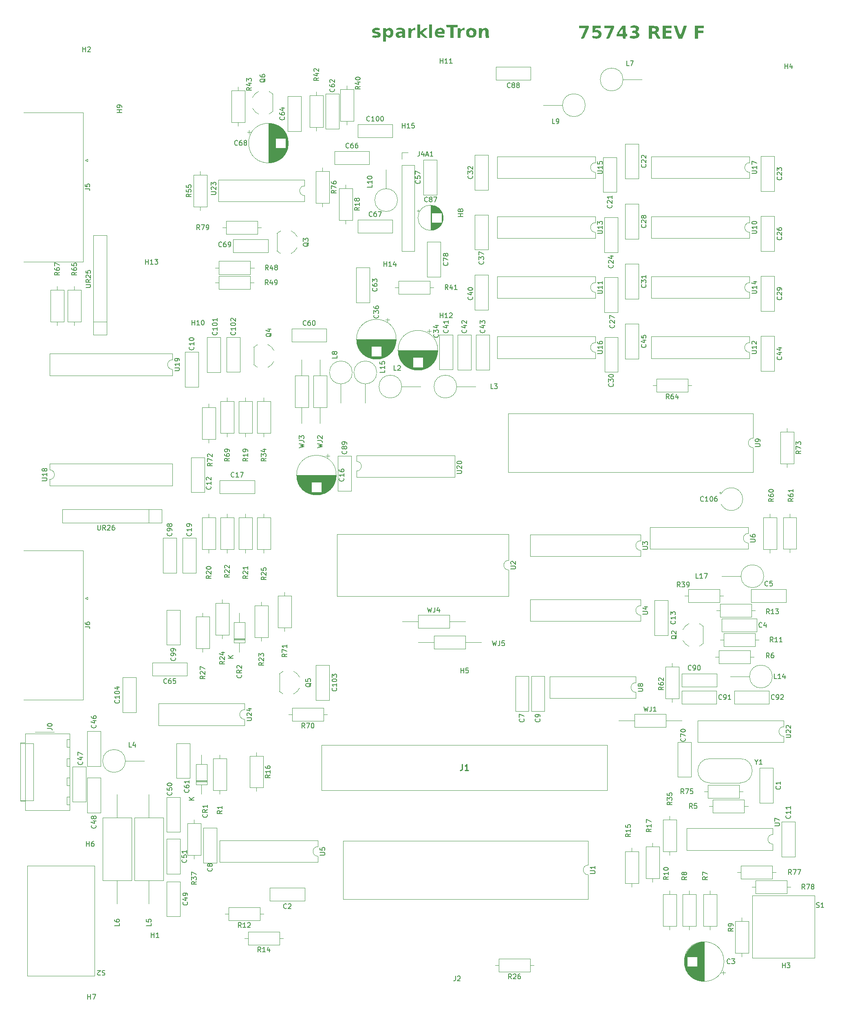
<source format=gbr>
%TF.GenerationSoftware,KiCad,Pcbnew,7.0.11-7.0.11~ubuntu22.04.1*%
%TF.CreationDate,2024-10-09T20:20:13-04:00*%
%TF.ProjectId,coleco_original_main_only,636f6c65-636f-45f6-9f72-6967696e616c,DEV*%
%TF.SameCoordinates,Original*%
%TF.FileFunction,Legend,Top*%
%TF.FilePolarity,Positive*%
%FSLAX46Y46*%
G04 Gerber Fmt 4.6, Leading zero omitted, Abs format (unit mm)*
G04 Created by KiCad (PCBNEW 7.0.11-7.0.11~ubuntu22.04.1) date 2024-10-09 20:20:13*
%MOMM*%
%LPD*%
G01*
G04 APERTURE LIST*
%ADD10C,0.150000*%
%ADD11C,0.254000*%
%ADD12C,0.120000*%
%ADD13C,0.100000*%
G04 APERTURE END LIST*
D10*
X39221580Y-163341857D02*
X39269200Y-163389476D01*
X39269200Y-163389476D02*
X39316819Y-163532333D01*
X39316819Y-163532333D02*
X39316819Y-163627571D01*
X39316819Y-163627571D02*
X39269200Y-163770428D01*
X39269200Y-163770428D02*
X39173961Y-163865666D01*
X39173961Y-163865666D02*
X39078723Y-163913285D01*
X39078723Y-163913285D02*
X38888247Y-163960904D01*
X38888247Y-163960904D02*
X38745390Y-163960904D01*
X38745390Y-163960904D02*
X38554914Y-163913285D01*
X38554914Y-163913285D02*
X38459676Y-163865666D01*
X38459676Y-163865666D02*
X38364438Y-163770428D01*
X38364438Y-163770428D02*
X38316819Y-163627571D01*
X38316819Y-163627571D02*
X38316819Y-163532333D01*
X38316819Y-163532333D02*
X38364438Y-163389476D01*
X38364438Y-163389476D02*
X38412057Y-163341857D01*
X38650152Y-162484714D02*
X39316819Y-162484714D01*
X38269200Y-162722809D02*
X38983485Y-162960904D01*
X38983485Y-162960904D02*
X38983485Y-162341857D01*
X38316819Y-161532333D02*
X38316819Y-161722809D01*
X38316819Y-161722809D02*
X38364438Y-161818047D01*
X38364438Y-161818047D02*
X38412057Y-161865666D01*
X38412057Y-161865666D02*
X38554914Y-161960904D01*
X38554914Y-161960904D02*
X38745390Y-162008523D01*
X38745390Y-162008523D02*
X39126342Y-162008523D01*
X39126342Y-162008523D02*
X39221580Y-161960904D01*
X39221580Y-161960904D02*
X39269200Y-161913285D01*
X39269200Y-161913285D02*
X39316819Y-161818047D01*
X39316819Y-161818047D02*
X39316819Y-161627571D01*
X39316819Y-161627571D02*
X39269200Y-161532333D01*
X39269200Y-161532333D02*
X39221580Y-161484714D01*
X39221580Y-161484714D02*
X39126342Y-161437095D01*
X39126342Y-161437095D02*
X38888247Y-161437095D01*
X38888247Y-161437095D02*
X38793009Y-161484714D01*
X38793009Y-161484714D02*
X38745390Y-161532333D01*
X38745390Y-161532333D02*
X38697771Y-161627571D01*
X38697771Y-161627571D02*
X38697771Y-161818047D01*
X38697771Y-161818047D02*
X38745390Y-161913285D01*
X38745390Y-161913285D02*
X38793009Y-161960904D01*
X38793009Y-161960904D02*
X38888247Y-162008523D01*
X62335580Y-181907666D02*
X62383200Y-181955285D01*
X62383200Y-181955285D02*
X62430819Y-182098142D01*
X62430819Y-182098142D02*
X62430819Y-182193380D01*
X62430819Y-182193380D02*
X62383200Y-182336237D01*
X62383200Y-182336237D02*
X62287961Y-182431475D01*
X62287961Y-182431475D02*
X62192723Y-182479094D01*
X62192723Y-182479094D02*
X62002247Y-182526713D01*
X62002247Y-182526713D02*
X61859390Y-182526713D01*
X61859390Y-182526713D02*
X61668914Y-182479094D01*
X61668914Y-182479094D02*
X61573676Y-182431475D01*
X61573676Y-182431475D02*
X61478438Y-182336237D01*
X61478438Y-182336237D02*
X61430819Y-182193380D01*
X61430819Y-182193380D02*
X61430819Y-182098142D01*
X61430819Y-182098142D02*
X61478438Y-181955285D01*
X61478438Y-181955285D02*
X61526057Y-181907666D01*
X62430819Y-180907666D02*
X61954628Y-181240999D01*
X62430819Y-181479094D02*
X61430819Y-181479094D01*
X61430819Y-181479094D02*
X61430819Y-181098142D01*
X61430819Y-181098142D02*
X61478438Y-181002904D01*
X61478438Y-181002904D02*
X61526057Y-180955285D01*
X61526057Y-180955285D02*
X61621295Y-180907666D01*
X61621295Y-180907666D02*
X61764152Y-180907666D01*
X61764152Y-180907666D02*
X61859390Y-180955285D01*
X61859390Y-180955285D02*
X61907009Y-181002904D01*
X61907009Y-181002904D02*
X61954628Y-181098142D01*
X61954628Y-181098142D02*
X61954628Y-181479094D01*
X62430819Y-179955285D02*
X62430819Y-180526713D01*
X62430819Y-180240999D02*
X61430819Y-180240999D01*
X61430819Y-180240999D02*
X61573676Y-180336237D01*
X61573676Y-180336237D02*
X61668914Y-180431475D01*
X61668914Y-180431475D02*
X61716533Y-180526713D01*
X59636819Y-178962904D02*
X58636819Y-178962904D01*
X59636819Y-178391476D02*
X59065390Y-178820047D01*
X58636819Y-178391476D02*
X59208247Y-178962904D01*
X74114819Y-150387857D02*
X73638628Y-150721190D01*
X74114819Y-150959285D02*
X73114819Y-150959285D01*
X73114819Y-150959285D02*
X73114819Y-150578333D01*
X73114819Y-150578333D02*
X73162438Y-150483095D01*
X73162438Y-150483095D02*
X73210057Y-150435476D01*
X73210057Y-150435476D02*
X73305295Y-150387857D01*
X73305295Y-150387857D02*
X73448152Y-150387857D01*
X73448152Y-150387857D02*
X73543390Y-150435476D01*
X73543390Y-150435476D02*
X73591009Y-150483095D01*
X73591009Y-150483095D02*
X73638628Y-150578333D01*
X73638628Y-150578333D02*
X73638628Y-150959285D01*
X73210057Y-150006904D02*
X73162438Y-149959285D01*
X73162438Y-149959285D02*
X73114819Y-149864047D01*
X73114819Y-149864047D02*
X73114819Y-149625952D01*
X73114819Y-149625952D02*
X73162438Y-149530714D01*
X73162438Y-149530714D02*
X73210057Y-149483095D01*
X73210057Y-149483095D02*
X73305295Y-149435476D01*
X73305295Y-149435476D02*
X73400533Y-149435476D01*
X73400533Y-149435476D02*
X73543390Y-149483095D01*
X73543390Y-149483095D02*
X74114819Y-150054523D01*
X74114819Y-150054523D02*
X74114819Y-149435476D01*
X73114819Y-149102142D02*
X73114819Y-148483095D01*
X73114819Y-148483095D02*
X73495771Y-148816428D01*
X73495771Y-148816428D02*
X73495771Y-148673571D01*
X73495771Y-148673571D02*
X73543390Y-148578333D01*
X73543390Y-148578333D02*
X73591009Y-148530714D01*
X73591009Y-148530714D02*
X73686247Y-148483095D01*
X73686247Y-148483095D02*
X73924342Y-148483095D01*
X73924342Y-148483095D02*
X74019580Y-148530714D01*
X74019580Y-148530714D02*
X74067200Y-148578333D01*
X74067200Y-148578333D02*
X74114819Y-148673571D01*
X74114819Y-148673571D02*
X74114819Y-148959285D01*
X74114819Y-148959285D02*
X74067200Y-149054523D01*
X74067200Y-149054523D02*
X74019580Y-149102142D01*
X141987819Y-194214904D02*
X142797342Y-194214904D01*
X142797342Y-194214904D02*
X142892580Y-194167285D01*
X142892580Y-194167285D02*
X142940200Y-194119666D01*
X142940200Y-194119666D02*
X142987819Y-194024428D01*
X142987819Y-194024428D02*
X142987819Y-193833952D01*
X142987819Y-193833952D02*
X142940200Y-193738714D01*
X142940200Y-193738714D02*
X142892580Y-193691095D01*
X142892580Y-193691095D02*
X142797342Y-193643476D01*
X142797342Y-193643476D02*
X141987819Y-193643476D01*
X142987819Y-192643476D02*
X142987819Y-193214904D01*
X142987819Y-192929190D02*
X141987819Y-192929190D01*
X141987819Y-192929190D02*
X142130676Y-193024428D01*
X142130676Y-193024428D02*
X142225914Y-193119666D01*
X142225914Y-193119666D02*
X142273533Y-193214904D01*
X180205142Y-157978580D02*
X180157523Y-158026200D01*
X180157523Y-158026200D02*
X180014666Y-158073819D01*
X180014666Y-158073819D02*
X179919428Y-158073819D01*
X179919428Y-158073819D02*
X179776571Y-158026200D01*
X179776571Y-158026200D02*
X179681333Y-157930961D01*
X179681333Y-157930961D02*
X179633714Y-157835723D01*
X179633714Y-157835723D02*
X179586095Y-157645247D01*
X179586095Y-157645247D02*
X179586095Y-157502390D01*
X179586095Y-157502390D02*
X179633714Y-157311914D01*
X179633714Y-157311914D02*
X179681333Y-157216676D01*
X179681333Y-157216676D02*
X179776571Y-157121438D01*
X179776571Y-157121438D02*
X179919428Y-157073819D01*
X179919428Y-157073819D02*
X180014666Y-157073819D01*
X180014666Y-157073819D02*
X180157523Y-157121438D01*
X180157523Y-157121438D02*
X180205142Y-157169057D01*
X180681333Y-158073819D02*
X180871809Y-158073819D01*
X180871809Y-158073819D02*
X180967047Y-158026200D01*
X180967047Y-158026200D02*
X181014666Y-157978580D01*
X181014666Y-157978580D02*
X181109904Y-157835723D01*
X181109904Y-157835723D02*
X181157523Y-157645247D01*
X181157523Y-157645247D02*
X181157523Y-157264295D01*
X181157523Y-157264295D02*
X181109904Y-157169057D01*
X181109904Y-157169057D02*
X181062285Y-157121438D01*
X181062285Y-157121438D02*
X180967047Y-157073819D01*
X180967047Y-157073819D02*
X180776571Y-157073819D01*
X180776571Y-157073819D02*
X180681333Y-157121438D01*
X180681333Y-157121438D02*
X180633714Y-157169057D01*
X180633714Y-157169057D02*
X180586095Y-157264295D01*
X180586095Y-157264295D02*
X180586095Y-157502390D01*
X180586095Y-157502390D02*
X180633714Y-157597628D01*
X180633714Y-157597628D02*
X180681333Y-157645247D01*
X180681333Y-157645247D02*
X180776571Y-157692866D01*
X180776571Y-157692866D02*
X180967047Y-157692866D01*
X180967047Y-157692866D02*
X181062285Y-157645247D01*
X181062285Y-157645247D02*
X181109904Y-157597628D01*
X181109904Y-157597628D02*
X181157523Y-157502390D01*
X181538476Y-157169057D02*
X181586095Y-157121438D01*
X181586095Y-157121438D02*
X181681333Y-157073819D01*
X181681333Y-157073819D02*
X181919428Y-157073819D01*
X181919428Y-157073819D02*
X182014666Y-157121438D01*
X182014666Y-157121438D02*
X182062285Y-157169057D01*
X182062285Y-157169057D02*
X182109904Y-157264295D01*
X182109904Y-157264295D02*
X182109904Y-157359533D01*
X182109904Y-157359533D02*
X182062285Y-157502390D01*
X182062285Y-157502390D02*
X181490857Y-158073819D01*
X181490857Y-158073819D02*
X182109904Y-158073819D01*
X89219580Y-155690047D02*
X89267200Y-155737666D01*
X89267200Y-155737666D02*
X89314819Y-155880523D01*
X89314819Y-155880523D02*
X89314819Y-155975761D01*
X89314819Y-155975761D02*
X89267200Y-156118618D01*
X89267200Y-156118618D02*
X89171961Y-156213856D01*
X89171961Y-156213856D02*
X89076723Y-156261475D01*
X89076723Y-156261475D02*
X88886247Y-156309094D01*
X88886247Y-156309094D02*
X88743390Y-156309094D01*
X88743390Y-156309094D02*
X88552914Y-156261475D01*
X88552914Y-156261475D02*
X88457676Y-156213856D01*
X88457676Y-156213856D02*
X88362438Y-156118618D01*
X88362438Y-156118618D02*
X88314819Y-155975761D01*
X88314819Y-155975761D02*
X88314819Y-155880523D01*
X88314819Y-155880523D02*
X88362438Y-155737666D01*
X88362438Y-155737666D02*
X88410057Y-155690047D01*
X89314819Y-154737666D02*
X89314819Y-155309094D01*
X89314819Y-155023380D02*
X88314819Y-155023380D01*
X88314819Y-155023380D02*
X88457676Y-155118618D01*
X88457676Y-155118618D02*
X88552914Y-155213856D01*
X88552914Y-155213856D02*
X88600533Y-155309094D01*
X88314819Y-154118618D02*
X88314819Y-154023380D01*
X88314819Y-154023380D02*
X88362438Y-153928142D01*
X88362438Y-153928142D02*
X88410057Y-153880523D01*
X88410057Y-153880523D02*
X88505295Y-153832904D01*
X88505295Y-153832904D02*
X88695771Y-153785285D01*
X88695771Y-153785285D02*
X88933866Y-153785285D01*
X88933866Y-153785285D02*
X89124342Y-153832904D01*
X89124342Y-153832904D02*
X89219580Y-153880523D01*
X89219580Y-153880523D02*
X89267200Y-153928142D01*
X89267200Y-153928142D02*
X89314819Y-154023380D01*
X89314819Y-154023380D02*
X89314819Y-154118618D01*
X89314819Y-154118618D02*
X89267200Y-154213856D01*
X89267200Y-154213856D02*
X89219580Y-154261475D01*
X89219580Y-154261475D02*
X89124342Y-154309094D01*
X89124342Y-154309094D02*
X88933866Y-154356713D01*
X88933866Y-154356713D02*
X88695771Y-154356713D01*
X88695771Y-154356713D02*
X88505295Y-154309094D01*
X88505295Y-154309094D02*
X88410057Y-154261475D01*
X88410057Y-154261475D02*
X88362438Y-154213856D01*
X88362438Y-154213856D02*
X88314819Y-154118618D01*
X88314819Y-153451951D02*
X88314819Y-152832904D01*
X88314819Y-152832904D02*
X88695771Y-153166237D01*
X88695771Y-153166237D02*
X88695771Y-153023380D01*
X88695771Y-153023380D02*
X88743390Y-152928142D01*
X88743390Y-152928142D02*
X88791009Y-152880523D01*
X88791009Y-152880523D02*
X88886247Y-152832904D01*
X88886247Y-152832904D02*
X89124342Y-152832904D01*
X89124342Y-152832904D02*
X89219580Y-152880523D01*
X89219580Y-152880523D02*
X89267200Y-152928142D01*
X89267200Y-152928142D02*
X89314819Y-153023380D01*
X89314819Y-153023380D02*
X89314819Y-153309094D01*
X89314819Y-153309094D02*
X89267200Y-153404332D01*
X89267200Y-153404332D02*
X89219580Y-153451951D01*
X160647142Y-134705819D02*
X160313809Y-134229628D01*
X160075714Y-134705819D02*
X160075714Y-133705819D01*
X160075714Y-133705819D02*
X160456666Y-133705819D01*
X160456666Y-133705819D02*
X160551904Y-133753438D01*
X160551904Y-133753438D02*
X160599523Y-133801057D01*
X160599523Y-133801057D02*
X160647142Y-133896295D01*
X160647142Y-133896295D02*
X160647142Y-134039152D01*
X160647142Y-134039152D02*
X160599523Y-134134390D01*
X160599523Y-134134390D02*
X160551904Y-134182009D01*
X160551904Y-134182009D02*
X160456666Y-134229628D01*
X160456666Y-134229628D02*
X160075714Y-134229628D01*
X160980476Y-133705819D02*
X161599523Y-133705819D01*
X161599523Y-133705819D02*
X161266190Y-134086771D01*
X161266190Y-134086771D02*
X161409047Y-134086771D01*
X161409047Y-134086771D02*
X161504285Y-134134390D01*
X161504285Y-134134390D02*
X161551904Y-134182009D01*
X161551904Y-134182009D02*
X161599523Y-134277247D01*
X161599523Y-134277247D02*
X161599523Y-134515342D01*
X161599523Y-134515342D02*
X161551904Y-134610580D01*
X161551904Y-134610580D02*
X161504285Y-134658200D01*
X161504285Y-134658200D02*
X161409047Y-134705819D01*
X161409047Y-134705819D02*
X161123333Y-134705819D01*
X161123333Y-134705819D02*
X161028095Y-134658200D01*
X161028095Y-134658200D02*
X160980476Y-134610580D01*
X162075714Y-134705819D02*
X162266190Y-134705819D01*
X162266190Y-134705819D02*
X162361428Y-134658200D01*
X162361428Y-134658200D02*
X162409047Y-134610580D01*
X162409047Y-134610580D02*
X162504285Y-134467723D01*
X162504285Y-134467723D02*
X162551904Y-134277247D01*
X162551904Y-134277247D02*
X162551904Y-133896295D01*
X162551904Y-133896295D02*
X162504285Y-133801057D01*
X162504285Y-133801057D02*
X162456666Y-133753438D01*
X162456666Y-133753438D02*
X162361428Y-133705819D01*
X162361428Y-133705819D02*
X162170952Y-133705819D01*
X162170952Y-133705819D02*
X162075714Y-133753438D01*
X162075714Y-133753438D02*
X162028095Y-133801057D01*
X162028095Y-133801057D02*
X161980476Y-133896295D01*
X161980476Y-133896295D02*
X161980476Y-134134390D01*
X161980476Y-134134390D02*
X162028095Y-134229628D01*
X162028095Y-134229628D02*
X162075714Y-134277247D01*
X162075714Y-134277247D02*
X162170952Y-134324866D01*
X162170952Y-134324866D02*
X162361428Y-134324866D01*
X162361428Y-134324866D02*
X162456666Y-134277247D01*
X162456666Y-134277247D02*
X162504285Y-134229628D01*
X162504285Y-134229628D02*
X162551904Y-134134390D01*
X58231580Y-200131857D02*
X58279200Y-200179476D01*
X58279200Y-200179476D02*
X58326819Y-200322333D01*
X58326819Y-200322333D02*
X58326819Y-200417571D01*
X58326819Y-200417571D02*
X58279200Y-200560428D01*
X58279200Y-200560428D02*
X58183961Y-200655666D01*
X58183961Y-200655666D02*
X58088723Y-200703285D01*
X58088723Y-200703285D02*
X57898247Y-200750904D01*
X57898247Y-200750904D02*
X57755390Y-200750904D01*
X57755390Y-200750904D02*
X57564914Y-200703285D01*
X57564914Y-200703285D02*
X57469676Y-200655666D01*
X57469676Y-200655666D02*
X57374438Y-200560428D01*
X57374438Y-200560428D02*
X57326819Y-200417571D01*
X57326819Y-200417571D02*
X57326819Y-200322333D01*
X57326819Y-200322333D02*
X57374438Y-200179476D01*
X57374438Y-200179476D02*
X57422057Y-200131857D01*
X57660152Y-199274714D02*
X58326819Y-199274714D01*
X57279200Y-199512809D02*
X57993485Y-199750904D01*
X57993485Y-199750904D02*
X57993485Y-199131857D01*
X58326819Y-198703285D02*
X58326819Y-198512809D01*
X58326819Y-198512809D02*
X58279200Y-198417571D01*
X58279200Y-198417571D02*
X58231580Y-198369952D01*
X58231580Y-198369952D02*
X58088723Y-198274714D01*
X58088723Y-198274714D02*
X57898247Y-198227095D01*
X57898247Y-198227095D02*
X57517295Y-198227095D01*
X57517295Y-198227095D02*
X57422057Y-198274714D01*
X57422057Y-198274714D02*
X57374438Y-198322333D01*
X57374438Y-198322333D02*
X57326819Y-198417571D01*
X57326819Y-198417571D02*
X57326819Y-198608047D01*
X57326819Y-198608047D02*
X57374438Y-198703285D01*
X57374438Y-198703285D02*
X57422057Y-198750904D01*
X57422057Y-198750904D02*
X57517295Y-198798523D01*
X57517295Y-198798523D02*
X57755390Y-198798523D01*
X57755390Y-198798523D02*
X57850628Y-198750904D01*
X57850628Y-198750904D02*
X57898247Y-198703285D01*
X57898247Y-198703285D02*
X57945866Y-198608047D01*
X57945866Y-198608047D02*
X57945866Y-198417571D01*
X57945866Y-198417571D02*
X57898247Y-198322333D01*
X57898247Y-198322333D02*
X57850628Y-198274714D01*
X57850628Y-198274714D02*
X57755390Y-198227095D01*
X153481580Y-71901857D02*
X153529200Y-71949476D01*
X153529200Y-71949476D02*
X153576819Y-72092333D01*
X153576819Y-72092333D02*
X153576819Y-72187571D01*
X153576819Y-72187571D02*
X153529200Y-72330428D01*
X153529200Y-72330428D02*
X153433961Y-72425666D01*
X153433961Y-72425666D02*
X153338723Y-72473285D01*
X153338723Y-72473285D02*
X153148247Y-72520904D01*
X153148247Y-72520904D02*
X153005390Y-72520904D01*
X153005390Y-72520904D02*
X152814914Y-72473285D01*
X152814914Y-72473285D02*
X152719676Y-72425666D01*
X152719676Y-72425666D02*
X152624438Y-72330428D01*
X152624438Y-72330428D02*
X152576819Y-72187571D01*
X152576819Y-72187571D02*
X152576819Y-72092333D01*
X152576819Y-72092333D02*
X152624438Y-71949476D01*
X152624438Y-71949476D02*
X152672057Y-71901857D01*
X152576819Y-71568523D02*
X152576819Y-70949476D01*
X152576819Y-70949476D02*
X152957771Y-71282809D01*
X152957771Y-71282809D02*
X152957771Y-71139952D01*
X152957771Y-71139952D02*
X153005390Y-71044714D01*
X153005390Y-71044714D02*
X153053009Y-70997095D01*
X153053009Y-70997095D02*
X153148247Y-70949476D01*
X153148247Y-70949476D02*
X153386342Y-70949476D01*
X153386342Y-70949476D02*
X153481580Y-70997095D01*
X153481580Y-70997095D02*
X153529200Y-71044714D01*
X153529200Y-71044714D02*
X153576819Y-71139952D01*
X153576819Y-71139952D02*
X153576819Y-71425666D01*
X153576819Y-71425666D02*
X153529200Y-71520904D01*
X153529200Y-71520904D02*
X153481580Y-71568523D01*
X153576819Y-69997095D02*
X153576819Y-70568523D01*
X153576819Y-70282809D02*
X152576819Y-70282809D01*
X152576819Y-70282809D02*
X152719676Y-70378047D01*
X152719676Y-70378047D02*
X152814914Y-70473285D01*
X152814914Y-70473285D02*
X152862533Y-70568523D01*
X99125905Y-68123819D02*
X99125905Y-67123819D01*
X99125905Y-67600009D02*
X99697333Y-67600009D01*
X99697333Y-68123819D02*
X99697333Y-67123819D01*
X100697333Y-68123819D02*
X100125905Y-68123819D01*
X100411619Y-68123819D02*
X100411619Y-67123819D01*
X100411619Y-67123819D02*
X100316381Y-67266676D01*
X100316381Y-67266676D02*
X100221143Y-67361914D01*
X100221143Y-67361914D02*
X100125905Y-67409533D01*
X101554476Y-67457152D02*
X101554476Y-68123819D01*
X101316381Y-67076200D02*
X101078286Y-67790485D01*
X101078286Y-67790485D02*
X101697333Y-67790485D01*
X179189142Y-140293819D02*
X178855809Y-139817628D01*
X178617714Y-140293819D02*
X178617714Y-139293819D01*
X178617714Y-139293819D02*
X178998666Y-139293819D01*
X178998666Y-139293819D02*
X179093904Y-139341438D01*
X179093904Y-139341438D02*
X179141523Y-139389057D01*
X179141523Y-139389057D02*
X179189142Y-139484295D01*
X179189142Y-139484295D02*
X179189142Y-139627152D01*
X179189142Y-139627152D02*
X179141523Y-139722390D01*
X179141523Y-139722390D02*
X179093904Y-139770009D01*
X179093904Y-139770009D02*
X178998666Y-139817628D01*
X178998666Y-139817628D02*
X178617714Y-139817628D01*
X180141523Y-140293819D02*
X179570095Y-140293819D01*
X179855809Y-140293819D02*
X179855809Y-139293819D01*
X179855809Y-139293819D02*
X179760571Y-139436676D01*
X179760571Y-139436676D02*
X179665333Y-139531914D01*
X179665333Y-139531914D02*
X179570095Y-139579533D01*
X180474857Y-139293819D02*
X181093904Y-139293819D01*
X181093904Y-139293819D02*
X180760571Y-139674771D01*
X180760571Y-139674771D02*
X180903428Y-139674771D01*
X180903428Y-139674771D02*
X180998666Y-139722390D01*
X180998666Y-139722390D02*
X181046285Y-139770009D01*
X181046285Y-139770009D02*
X181093904Y-139865247D01*
X181093904Y-139865247D02*
X181093904Y-140103342D01*
X181093904Y-140103342D02*
X181046285Y-140198580D01*
X181046285Y-140198580D02*
X180998666Y-140246200D01*
X180998666Y-140246200D02*
X180903428Y-140293819D01*
X180903428Y-140293819D02*
X180617714Y-140293819D01*
X180617714Y-140293819D02*
X180522476Y-140246200D01*
X180522476Y-140246200D02*
X180474857Y-140198580D01*
X162933142Y-151882580D02*
X162885523Y-151930200D01*
X162885523Y-151930200D02*
X162742666Y-151977819D01*
X162742666Y-151977819D02*
X162647428Y-151977819D01*
X162647428Y-151977819D02*
X162504571Y-151930200D01*
X162504571Y-151930200D02*
X162409333Y-151834961D01*
X162409333Y-151834961D02*
X162361714Y-151739723D01*
X162361714Y-151739723D02*
X162314095Y-151549247D01*
X162314095Y-151549247D02*
X162314095Y-151406390D01*
X162314095Y-151406390D02*
X162361714Y-151215914D01*
X162361714Y-151215914D02*
X162409333Y-151120676D01*
X162409333Y-151120676D02*
X162504571Y-151025438D01*
X162504571Y-151025438D02*
X162647428Y-150977819D01*
X162647428Y-150977819D02*
X162742666Y-150977819D01*
X162742666Y-150977819D02*
X162885523Y-151025438D01*
X162885523Y-151025438D02*
X162933142Y-151073057D01*
X163409333Y-151977819D02*
X163599809Y-151977819D01*
X163599809Y-151977819D02*
X163695047Y-151930200D01*
X163695047Y-151930200D02*
X163742666Y-151882580D01*
X163742666Y-151882580D02*
X163837904Y-151739723D01*
X163837904Y-151739723D02*
X163885523Y-151549247D01*
X163885523Y-151549247D02*
X163885523Y-151168295D01*
X163885523Y-151168295D02*
X163837904Y-151073057D01*
X163837904Y-151073057D02*
X163790285Y-151025438D01*
X163790285Y-151025438D02*
X163695047Y-150977819D01*
X163695047Y-150977819D02*
X163504571Y-150977819D01*
X163504571Y-150977819D02*
X163409333Y-151025438D01*
X163409333Y-151025438D02*
X163361714Y-151073057D01*
X163361714Y-151073057D02*
X163314095Y-151168295D01*
X163314095Y-151168295D02*
X163314095Y-151406390D01*
X163314095Y-151406390D02*
X163361714Y-151501628D01*
X163361714Y-151501628D02*
X163409333Y-151549247D01*
X163409333Y-151549247D02*
X163504571Y-151596866D01*
X163504571Y-151596866D02*
X163695047Y-151596866D01*
X163695047Y-151596866D02*
X163790285Y-151549247D01*
X163790285Y-151549247D02*
X163837904Y-151501628D01*
X163837904Y-151501628D02*
X163885523Y-151406390D01*
X164504571Y-150977819D02*
X164599809Y-150977819D01*
X164599809Y-150977819D02*
X164695047Y-151025438D01*
X164695047Y-151025438D02*
X164742666Y-151073057D01*
X164742666Y-151073057D02*
X164790285Y-151168295D01*
X164790285Y-151168295D02*
X164837904Y-151358771D01*
X164837904Y-151358771D02*
X164837904Y-151596866D01*
X164837904Y-151596866D02*
X164790285Y-151787342D01*
X164790285Y-151787342D02*
X164742666Y-151882580D01*
X164742666Y-151882580D02*
X164695047Y-151930200D01*
X164695047Y-151930200D02*
X164599809Y-151977819D01*
X164599809Y-151977819D02*
X164504571Y-151977819D01*
X164504571Y-151977819D02*
X164409333Y-151930200D01*
X164409333Y-151930200D02*
X164361714Y-151882580D01*
X164361714Y-151882580D02*
X164314095Y-151787342D01*
X164314095Y-151787342D02*
X164266476Y-151596866D01*
X164266476Y-151596866D02*
X164266476Y-151358771D01*
X164266476Y-151358771D02*
X164314095Y-151168295D01*
X164314095Y-151168295D02*
X164361714Y-151073057D01*
X164361714Y-151073057D02*
X164409333Y-151025438D01*
X164409333Y-151025438D02*
X164504571Y-150977819D01*
X75734057Y-82022238D02*
X75686438Y-82117476D01*
X75686438Y-82117476D02*
X75591200Y-82212714D01*
X75591200Y-82212714D02*
X75448342Y-82355571D01*
X75448342Y-82355571D02*
X75400723Y-82450809D01*
X75400723Y-82450809D02*
X75400723Y-82546047D01*
X75638819Y-82498428D02*
X75591200Y-82593666D01*
X75591200Y-82593666D02*
X75495961Y-82688904D01*
X75495961Y-82688904D02*
X75305485Y-82736523D01*
X75305485Y-82736523D02*
X74972152Y-82736523D01*
X74972152Y-82736523D02*
X74781676Y-82688904D01*
X74781676Y-82688904D02*
X74686438Y-82593666D01*
X74686438Y-82593666D02*
X74638819Y-82498428D01*
X74638819Y-82498428D02*
X74638819Y-82307952D01*
X74638819Y-82307952D02*
X74686438Y-82212714D01*
X74686438Y-82212714D02*
X74781676Y-82117476D01*
X74781676Y-82117476D02*
X74972152Y-82069857D01*
X74972152Y-82069857D02*
X75305485Y-82069857D01*
X75305485Y-82069857D02*
X75495961Y-82117476D01*
X75495961Y-82117476D02*
X75591200Y-82212714D01*
X75591200Y-82212714D02*
X75638819Y-82307952D01*
X75638819Y-82307952D02*
X75638819Y-82498428D01*
X74972152Y-81212714D02*
X75638819Y-81212714D01*
X74591200Y-81450809D02*
X75305485Y-81688904D01*
X75305485Y-81688904D02*
X75305485Y-81069857D01*
X181421580Y-176073666D02*
X181469200Y-176121285D01*
X181469200Y-176121285D02*
X181516819Y-176264142D01*
X181516819Y-176264142D02*
X181516819Y-176359380D01*
X181516819Y-176359380D02*
X181469200Y-176502237D01*
X181469200Y-176502237D02*
X181373961Y-176597475D01*
X181373961Y-176597475D02*
X181278723Y-176645094D01*
X181278723Y-176645094D02*
X181088247Y-176692713D01*
X181088247Y-176692713D02*
X180945390Y-176692713D01*
X180945390Y-176692713D02*
X180754914Y-176645094D01*
X180754914Y-176645094D02*
X180659676Y-176597475D01*
X180659676Y-176597475D02*
X180564438Y-176502237D01*
X180564438Y-176502237D02*
X180516819Y-176359380D01*
X180516819Y-176359380D02*
X180516819Y-176264142D01*
X180516819Y-176264142D02*
X180564438Y-176121285D01*
X180564438Y-176121285D02*
X180612057Y-176073666D01*
X181516819Y-175121285D02*
X181516819Y-175692713D01*
X181516819Y-175406999D02*
X180516819Y-175406999D01*
X180516819Y-175406999D02*
X180659676Y-175502237D01*
X180659676Y-175502237D02*
X180754914Y-175597475D01*
X180754914Y-175597475D02*
X180802533Y-175692713D01*
X169283142Y-157978580D02*
X169235523Y-158026200D01*
X169235523Y-158026200D02*
X169092666Y-158073819D01*
X169092666Y-158073819D02*
X168997428Y-158073819D01*
X168997428Y-158073819D02*
X168854571Y-158026200D01*
X168854571Y-158026200D02*
X168759333Y-157930961D01*
X168759333Y-157930961D02*
X168711714Y-157835723D01*
X168711714Y-157835723D02*
X168664095Y-157645247D01*
X168664095Y-157645247D02*
X168664095Y-157502390D01*
X168664095Y-157502390D02*
X168711714Y-157311914D01*
X168711714Y-157311914D02*
X168759333Y-157216676D01*
X168759333Y-157216676D02*
X168854571Y-157121438D01*
X168854571Y-157121438D02*
X168997428Y-157073819D01*
X168997428Y-157073819D02*
X169092666Y-157073819D01*
X169092666Y-157073819D02*
X169235523Y-157121438D01*
X169235523Y-157121438D02*
X169283142Y-157169057D01*
X169759333Y-158073819D02*
X169949809Y-158073819D01*
X169949809Y-158073819D02*
X170045047Y-158026200D01*
X170045047Y-158026200D02*
X170092666Y-157978580D01*
X170092666Y-157978580D02*
X170187904Y-157835723D01*
X170187904Y-157835723D02*
X170235523Y-157645247D01*
X170235523Y-157645247D02*
X170235523Y-157264295D01*
X170235523Y-157264295D02*
X170187904Y-157169057D01*
X170187904Y-157169057D02*
X170140285Y-157121438D01*
X170140285Y-157121438D02*
X170045047Y-157073819D01*
X170045047Y-157073819D02*
X169854571Y-157073819D01*
X169854571Y-157073819D02*
X169759333Y-157121438D01*
X169759333Y-157121438D02*
X169711714Y-157169057D01*
X169711714Y-157169057D02*
X169664095Y-157264295D01*
X169664095Y-157264295D02*
X169664095Y-157502390D01*
X169664095Y-157502390D02*
X169711714Y-157597628D01*
X169711714Y-157597628D02*
X169759333Y-157645247D01*
X169759333Y-157645247D02*
X169854571Y-157692866D01*
X169854571Y-157692866D02*
X170045047Y-157692866D01*
X170045047Y-157692866D02*
X170140285Y-157645247D01*
X170140285Y-157645247D02*
X170187904Y-157597628D01*
X170187904Y-157597628D02*
X170235523Y-157502390D01*
X171187904Y-158073819D02*
X170616476Y-158073819D01*
X170902190Y-158073819D02*
X170902190Y-157073819D01*
X170902190Y-157073819D02*
X170806952Y-157216676D01*
X170806952Y-157216676D02*
X170711714Y-157311914D01*
X170711714Y-157311914D02*
X170616476Y-157359533D01*
X53967142Y-154636580D02*
X53919523Y-154684200D01*
X53919523Y-154684200D02*
X53776666Y-154731819D01*
X53776666Y-154731819D02*
X53681428Y-154731819D01*
X53681428Y-154731819D02*
X53538571Y-154684200D01*
X53538571Y-154684200D02*
X53443333Y-154588961D01*
X53443333Y-154588961D02*
X53395714Y-154493723D01*
X53395714Y-154493723D02*
X53348095Y-154303247D01*
X53348095Y-154303247D02*
X53348095Y-154160390D01*
X53348095Y-154160390D02*
X53395714Y-153969914D01*
X53395714Y-153969914D02*
X53443333Y-153874676D01*
X53443333Y-153874676D02*
X53538571Y-153779438D01*
X53538571Y-153779438D02*
X53681428Y-153731819D01*
X53681428Y-153731819D02*
X53776666Y-153731819D01*
X53776666Y-153731819D02*
X53919523Y-153779438D01*
X53919523Y-153779438D02*
X53967142Y-153827057D01*
X54824285Y-153731819D02*
X54633809Y-153731819D01*
X54633809Y-153731819D02*
X54538571Y-153779438D01*
X54538571Y-153779438D02*
X54490952Y-153827057D01*
X54490952Y-153827057D02*
X54395714Y-153969914D01*
X54395714Y-153969914D02*
X54348095Y-154160390D01*
X54348095Y-154160390D02*
X54348095Y-154541342D01*
X54348095Y-154541342D02*
X54395714Y-154636580D01*
X54395714Y-154636580D02*
X54443333Y-154684200D01*
X54443333Y-154684200D02*
X54538571Y-154731819D01*
X54538571Y-154731819D02*
X54729047Y-154731819D01*
X54729047Y-154731819D02*
X54824285Y-154684200D01*
X54824285Y-154684200D02*
X54871904Y-154636580D01*
X54871904Y-154636580D02*
X54919523Y-154541342D01*
X54919523Y-154541342D02*
X54919523Y-154303247D01*
X54919523Y-154303247D02*
X54871904Y-154208009D01*
X54871904Y-154208009D02*
X54824285Y-154160390D01*
X54824285Y-154160390D02*
X54729047Y-154112771D01*
X54729047Y-154112771D02*
X54538571Y-154112771D01*
X54538571Y-154112771D02*
X54443333Y-154160390D01*
X54443333Y-154160390D02*
X54395714Y-154208009D01*
X54395714Y-154208009D02*
X54348095Y-154303247D01*
X55824285Y-153731819D02*
X55348095Y-153731819D01*
X55348095Y-153731819D02*
X55300476Y-154208009D01*
X55300476Y-154208009D02*
X55348095Y-154160390D01*
X55348095Y-154160390D02*
X55443333Y-154112771D01*
X55443333Y-154112771D02*
X55681428Y-154112771D01*
X55681428Y-154112771D02*
X55776666Y-154160390D01*
X55776666Y-154160390D02*
X55824285Y-154208009D01*
X55824285Y-154208009D02*
X55871904Y-154303247D01*
X55871904Y-154303247D02*
X55871904Y-154541342D01*
X55871904Y-154541342D02*
X55824285Y-154636580D01*
X55824285Y-154636580D02*
X55776666Y-154684200D01*
X55776666Y-154684200D02*
X55681428Y-154731819D01*
X55681428Y-154731819D02*
X55443333Y-154731819D01*
X55443333Y-154731819D02*
X55348095Y-154684200D01*
X55348095Y-154684200D02*
X55300476Y-154636580D01*
X125472819Y-130943904D02*
X126282342Y-130943904D01*
X126282342Y-130943904D02*
X126377580Y-130896285D01*
X126377580Y-130896285D02*
X126425200Y-130848666D01*
X126425200Y-130848666D02*
X126472819Y-130753428D01*
X126472819Y-130753428D02*
X126472819Y-130562952D01*
X126472819Y-130562952D02*
X126425200Y-130467714D01*
X126425200Y-130467714D02*
X126377580Y-130420095D01*
X126377580Y-130420095D02*
X126282342Y-130372476D01*
X126282342Y-130372476D02*
X125472819Y-130372476D01*
X125568057Y-129943904D02*
X125520438Y-129896285D01*
X125520438Y-129896285D02*
X125472819Y-129801047D01*
X125472819Y-129801047D02*
X125472819Y-129562952D01*
X125472819Y-129562952D02*
X125520438Y-129467714D01*
X125520438Y-129467714D02*
X125568057Y-129420095D01*
X125568057Y-129420095D02*
X125663295Y-129372476D01*
X125663295Y-129372476D02*
X125758533Y-129372476D01*
X125758533Y-129372476D02*
X125901390Y-129420095D01*
X125901390Y-129420095D02*
X126472819Y-129991523D01*
X126472819Y-129991523D02*
X126472819Y-129372476D01*
X63351580Y-193091666D02*
X63399200Y-193139285D01*
X63399200Y-193139285D02*
X63446819Y-193282142D01*
X63446819Y-193282142D02*
X63446819Y-193377380D01*
X63446819Y-193377380D02*
X63399200Y-193520237D01*
X63399200Y-193520237D02*
X63303961Y-193615475D01*
X63303961Y-193615475D02*
X63208723Y-193663094D01*
X63208723Y-193663094D02*
X63018247Y-193710713D01*
X63018247Y-193710713D02*
X62875390Y-193710713D01*
X62875390Y-193710713D02*
X62684914Y-193663094D01*
X62684914Y-193663094D02*
X62589676Y-193615475D01*
X62589676Y-193615475D02*
X62494438Y-193520237D01*
X62494438Y-193520237D02*
X62446819Y-193377380D01*
X62446819Y-193377380D02*
X62446819Y-193282142D01*
X62446819Y-193282142D02*
X62494438Y-193139285D01*
X62494438Y-193139285D02*
X62542057Y-193091666D01*
X62875390Y-192520237D02*
X62827771Y-192615475D01*
X62827771Y-192615475D02*
X62780152Y-192663094D01*
X62780152Y-192663094D02*
X62684914Y-192710713D01*
X62684914Y-192710713D02*
X62637295Y-192710713D01*
X62637295Y-192710713D02*
X62542057Y-192663094D01*
X62542057Y-192663094D02*
X62494438Y-192615475D01*
X62494438Y-192615475D02*
X62446819Y-192520237D01*
X62446819Y-192520237D02*
X62446819Y-192329761D01*
X62446819Y-192329761D02*
X62494438Y-192234523D01*
X62494438Y-192234523D02*
X62542057Y-192186904D01*
X62542057Y-192186904D02*
X62637295Y-192139285D01*
X62637295Y-192139285D02*
X62684914Y-192139285D01*
X62684914Y-192139285D02*
X62780152Y-192186904D01*
X62780152Y-192186904D02*
X62827771Y-192234523D01*
X62827771Y-192234523D02*
X62875390Y-192329761D01*
X62875390Y-192329761D02*
X62875390Y-192520237D01*
X62875390Y-192520237D02*
X62923009Y-192615475D01*
X62923009Y-192615475D02*
X62970628Y-192663094D01*
X62970628Y-192663094D02*
X63065866Y-192710713D01*
X63065866Y-192710713D02*
X63256342Y-192710713D01*
X63256342Y-192710713D02*
X63351580Y-192663094D01*
X63351580Y-192663094D02*
X63399200Y-192615475D01*
X63399200Y-192615475D02*
X63446819Y-192520237D01*
X63446819Y-192520237D02*
X63446819Y-192329761D01*
X63446819Y-192329761D02*
X63399200Y-192234523D01*
X63399200Y-192234523D02*
X63351580Y-192186904D01*
X63351580Y-192186904D02*
X63256342Y-192139285D01*
X63256342Y-192139285D02*
X63065866Y-192139285D01*
X63065866Y-192139285D02*
X62970628Y-192186904D01*
X62970628Y-192186904D02*
X62923009Y-192234523D01*
X62923009Y-192234523D02*
X62875390Y-192329761D01*
X37592095Y-220303819D02*
X37592095Y-219303819D01*
X37592095Y-219780009D02*
X38163523Y-219780009D01*
X38163523Y-220303819D02*
X38163523Y-219303819D01*
X38544476Y-219303819D02*
X39211142Y-219303819D01*
X39211142Y-219303819D02*
X38782571Y-220303819D01*
X164457142Y-132927819D02*
X163980952Y-132927819D01*
X163980952Y-132927819D02*
X163980952Y-131927819D01*
X165314285Y-132927819D02*
X164742857Y-132927819D01*
X165028571Y-132927819D02*
X165028571Y-131927819D01*
X165028571Y-131927819D02*
X164933333Y-132070676D01*
X164933333Y-132070676D02*
X164838095Y-132165914D01*
X164838095Y-132165914D02*
X164742857Y-132213533D01*
X165647619Y-131927819D02*
X166314285Y-131927819D01*
X166314285Y-131927819D02*
X165885714Y-132927819D01*
X37017150Y-52024333D02*
X37731435Y-52024333D01*
X37731435Y-52024333D02*
X37874292Y-52071952D01*
X37874292Y-52071952D02*
X37969531Y-52167190D01*
X37969531Y-52167190D02*
X38017150Y-52310047D01*
X38017150Y-52310047D02*
X38017150Y-52405285D01*
X37017150Y-51071952D02*
X37017150Y-51548142D01*
X37017150Y-51548142D02*
X37493340Y-51595761D01*
X37493340Y-51595761D02*
X37445721Y-51548142D01*
X37445721Y-51548142D02*
X37398102Y-51452904D01*
X37398102Y-51452904D02*
X37398102Y-51214809D01*
X37398102Y-51214809D02*
X37445721Y-51119571D01*
X37445721Y-51119571D02*
X37493340Y-51071952D01*
X37493340Y-51071952D02*
X37588578Y-51024333D01*
X37588578Y-51024333D02*
X37826673Y-51024333D01*
X37826673Y-51024333D02*
X37921911Y-51071952D01*
X37921911Y-51071952D02*
X37969531Y-51119571D01*
X37969531Y-51119571D02*
X38017150Y-51214809D01*
X38017150Y-51214809D02*
X38017150Y-51452904D01*
X38017150Y-51452904D02*
X37969531Y-51548142D01*
X37969531Y-51548142D02*
X37921911Y-51595761D01*
X110775905Y-78825819D02*
X110775905Y-77825819D01*
X110775905Y-78302009D02*
X111347333Y-78302009D01*
X111347333Y-78825819D02*
X111347333Y-77825819D01*
X112347333Y-78825819D02*
X111775905Y-78825819D01*
X112061619Y-78825819D02*
X112061619Y-77825819D01*
X112061619Y-77825819D02*
X111966381Y-77968676D01*
X111966381Y-77968676D02*
X111871143Y-78063914D01*
X111871143Y-78063914D02*
X111775905Y-78111533D01*
X112728286Y-77921057D02*
X112775905Y-77873438D01*
X112775905Y-77873438D02*
X112871143Y-77825819D01*
X112871143Y-77825819D02*
X113109238Y-77825819D01*
X113109238Y-77825819D02*
X113204476Y-77873438D01*
X113204476Y-77873438D02*
X113252095Y-77921057D01*
X113252095Y-77921057D02*
X113299714Y-78016295D01*
X113299714Y-78016295D02*
X113299714Y-78111533D01*
X113299714Y-78111533D02*
X113252095Y-78254390D01*
X113252095Y-78254390D02*
X112680667Y-78825819D01*
X112680667Y-78825819D02*
X113299714Y-78825819D01*
X97895580Y-78251857D02*
X97943200Y-78299476D01*
X97943200Y-78299476D02*
X97990819Y-78442333D01*
X97990819Y-78442333D02*
X97990819Y-78537571D01*
X97990819Y-78537571D02*
X97943200Y-78680428D01*
X97943200Y-78680428D02*
X97847961Y-78775666D01*
X97847961Y-78775666D02*
X97752723Y-78823285D01*
X97752723Y-78823285D02*
X97562247Y-78870904D01*
X97562247Y-78870904D02*
X97419390Y-78870904D01*
X97419390Y-78870904D02*
X97228914Y-78823285D01*
X97228914Y-78823285D02*
X97133676Y-78775666D01*
X97133676Y-78775666D02*
X97038438Y-78680428D01*
X97038438Y-78680428D02*
X96990819Y-78537571D01*
X96990819Y-78537571D02*
X96990819Y-78442333D01*
X96990819Y-78442333D02*
X97038438Y-78299476D01*
X97038438Y-78299476D02*
X97086057Y-78251857D01*
X96990819Y-77918523D02*
X96990819Y-77299476D01*
X96990819Y-77299476D02*
X97371771Y-77632809D01*
X97371771Y-77632809D02*
X97371771Y-77489952D01*
X97371771Y-77489952D02*
X97419390Y-77394714D01*
X97419390Y-77394714D02*
X97467009Y-77347095D01*
X97467009Y-77347095D02*
X97562247Y-77299476D01*
X97562247Y-77299476D02*
X97800342Y-77299476D01*
X97800342Y-77299476D02*
X97895580Y-77347095D01*
X97895580Y-77347095D02*
X97943200Y-77394714D01*
X97943200Y-77394714D02*
X97990819Y-77489952D01*
X97990819Y-77489952D02*
X97990819Y-77775666D01*
X97990819Y-77775666D02*
X97943200Y-77870904D01*
X97943200Y-77870904D02*
X97895580Y-77918523D01*
X96990819Y-76442333D02*
X96990819Y-76632809D01*
X96990819Y-76632809D02*
X97038438Y-76728047D01*
X97038438Y-76728047D02*
X97086057Y-76775666D01*
X97086057Y-76775666D02*
X97228914Y-76870904D01*
X97228914Y-76870904D02*
X97419390Y-76918523D01*
X97419390Y-76918523D02*
X97800342Y-76918523D01*
X97800342Y-76918523D02*
X97895580Y-76870904D01*
X97895580Y-76870904D02*
X97943200Y-76823285D01*
X97943200Y-76823285D02*
X97990819Y-76728047D01*
X97990819Y-76728047D02*
X97990819Y-76537571D01*
X97990819Y-76537571D02*
X97943200Y-76442333D01*
X97943200Y-76442333D02*
X97895580Y-76394714D01*
X97895580Y-76394714D02*
X97800342Y-76347095D01*
X97800342Y-76347095D02*
X97562247Y-76347095D01*
X97562247Y-76347095D02*
X97467009Y-76394714D01*
X97467009Y-76394714D02*
X97419390Y-76442333D01*
X97419390Y-76442333D02*
X97371771Y-76537571D01*
X97371771Y-76537571D02*
X97371771Y-76728047D01*
X97371771Y-76728047D02*
X97419390Y-76823285D01*
X97419390Y-76823285D02*
X97467009Y-76870904D01*
X97467009Y-76870904D02*
X97562247Y-76918523D01*
X37186819Y-72499094D02*
X37996342Y-72499094D01*
X37996342Y-72499094D02*
X38091580Y-72451475D01*
X38091580Y-72451475D02*
X38139200Y-72403856D01*
X38139200Y-72403856D02*
X38186819Y-72308618D01*
X38186819Y-72308618D02*
X38186819Y-72118142D01*
X38186819Y-72118142D02*
X38139200Y-72022904D01*
X38139200Y-72022904D02*
X38091580Y-71975285D01*
X38091580Y-71975285D02*
X37996342Y-71927666D01*
X37996342Y-71927666D02*
X37186819Y-71927666D01*
X38186819Y-70880047D02*
X37710628Y-71213380D01*
X38186819Y-71451475D02*
X37186819Y-71451475D01*
X37186819Y-71451475D02*
X37186819Y-71070523D01*
X37186819Y-71070523D02*
X37234438Y-70975285D01*
X37234438Y-70975285D02*
X37282057Y-70927666D01*
X37282057Y-70927666D02*
X37377295Y-70880047D01*
X37377295Y-70880047D02*
X37520152Y-70880047D01*
X37520152Y-70880047D02*
X37615390Y-70927666D01*
X37615390Y-70927666D02*
X37663009Y-70975285D01*
X37663009Y-70975285D02*
X37710628Y-71070523D01*
X37710628Y-71070523D02*
X37710628Y-71451475D01*
X37282057Y-70499094D02*
X37234438Y-70451475D01*
X37234438Y-70451475D02*
X37186819Y-70356237D01*
X37186819Y-70356237D02*
X37186819Y-70118142D01*
X37186819Y-70118142D02*
X37234438Y-70022904D01*
X37234438Y-70022904D02*
X37282057Y-69975285D01*
X37282057Y-69975285D02*
X37377295Y-69927666D01*
X37377295Y-69927666D02*
X37472533Y-69927666D01*
X37472533Y-69927666D02*
X37615390Y-69975285D01*
X37615390Y-69975285D02*
X38186819Y-70546713D01*
X38186819Y-70546713D02*
X38186819Y-69927666D01*
X37186819Y-69022904D02*
X37186819Y-69499094D01*
X37186819Y-69499094D02*
X37663009Y-69546713D01*
X37663009Y-69546713D02*
X37615390Y-69499094D01*
X37615390Y-69499094D02*
X37567771Y-69403856D01*
X37567771Y-69403856D02*
X37567771Y-69165761D01*
X37567771Y-69165761D02*
X37615390Y-69070523D01*
X37615390Y-69070523D02*
X37663009Y-69022904D01*
X37663009Y-69022904D02*
X37758247Y-68975285D01*
X37758247Y-68975285D02*
X37996342Y-68975285D01*
X37996342Y-68975285D02*
X38091580Y-69022904D01*
X38091580Y-69022904D02*
X38139200Y-69070523D01*
X38139200Y-69070523D02*
X38186819Y-69165761D01*
X38186819Y-69165761D02*
X38186819Y-69403856D01*
X38186819Y-69403856D02*
X38139200Y-69499094D01*
X38139200Y-69499094D02*
X38091580Y-69546713D01*
X39221580Y-184169857D02*
X39269200Y-184217476D01*
X39269200Y-184217476D02*
X39316819Y-184360333D01*
X39316819Y-184360333D02*
X39316819Y-184455571D01*
X39316819Y-184455571D02*
X39269200Y-184598428D01*
X39269200Y-184598428D02*
X39173961Y-184693666D01*
X39173961Y-184693666D02*
X39078723Y-184741285D01*
X39078723Y-184741285D02*
X38888247Y-184788904D01*
X38888247Y-184788904D02*
X38745390Y-184788904D01*
X38745390Y-184788904D02*
X38554914Y-184741285D01*
X38554914Y-184741285D02*
X38459676Y-184693666D01*
X38459676Y-184693666D02*
X38364438Y-184598428D01*
X38364438Y-184598428D02*
X38316819Y-184455571D01*
X38316819Y-184455571D02*
X38316819Y-184360333D01*
X38316819Y-184360333D02*
X38364438Y-184217476D01*
X38364438Y-184217476D02*
X38412057Y-184169857D01*
X38650152Y-183312714D02*
X39316819Y-183312714D01*
X38269200Y-183550809D02*
X38983485Y-183788904D01*
X38983485Y-183788904D02*
X38983485Y-183169857D01*
X38745390Y-182646047D02*
X38697771Y-182741285D01*
X38697771Y-182741285D02*
X38650152Y-182788904D01*
X38650152Y-182788904D02*
X38554914Y-182836523D01*
X38554914Y-182836523D02*
X38507295Y-182836523D01*
X38507295Y-182836523D02*
X38412057Y-182788904D01*
X38412057Y-182788904D02*
X38364438Y-182741285D01*
X38364438Y-182741285D02*
X38316819Y-182646047D01*
X38316819Y-182646047D02*
X38316819Y-182455571D01*
X38316819Y-182455571D02*
X38364438Y-182360333D01*
X38364438Y-182360333D02*
X38412057Y-182312714D01*
X38412057Y-182312714D02*
X38507295Y-182265095D01*
X38507295Y-182265095D02*
X38554914Y-182265095D01*
X38554914Y-182265095D02*
X38650152Y-182312714D01*
X38650152Y-182312714D02*
X38697771Y-182360333D01*
X38697771Y-182360333D02*
X38745390Y-182455571D01*
X38745390Y-182455571D02*
X38745390Y-182646047D01*
X38745390Y-182646047D02*
X38793009Y-182741285D01*
X38793009Y-182741285D02*
X38840628Y-182788904D01*
X38840628Y-182788904D02*
X38935866Y-182836523D01*
X38935866Y-182836523D02*
X39126342Y-182836523D01*
X39126342Y-182836523D02*
X39221580Y-182788904D01*
X39221580Y-182788904D02*
X39269200Y-182741285D01*
X39269200Y-182741285D02*
X39316819Y-182646047D01*
X39316819Y-182646047D02*
X39316819Y-182455571D01*
X39316819Y-182455571D02*
X39269200Y-182360333D01*
X39269200Y-182360333D02*
X39221580Y-182312714D01*
X39221580Y-182312714D02*
X39126342Y-182265095D01*
X39126342Y-182265095D02*
X38935866Y-182265095D01*
X38935866Y-182265095D02*
X38840628Y-182312714D01*
X38840628Y-182312714D02*
X38793009Y-182360333D01*
X38793009Y-182360333D02*
X38745390Y-182455571D01*
X161998819Y-194869666D02*
X161522628Y-195202999D01*
X161998819Y-195441094D02*
X160998819Y-195441094D01*
X160998819Y-195441094D02*
X160998819Y-195060142D01*
X160998819Y-195060142D02*
X161046438Y-194964904D01*
X161046438Y-194964904D02*
X161094057Y-194917285D01*
X161094057Y-194917285D02*
X161189295Y-194869666D01*
X161189295Y-194869666D02*
X161332152Y-194869666D01*
X161332152Y-194869666D02*
X161427390Y-194917285D01*
X161427390Y-194917285D02*
X161475009Y-194964904D01*
X161475009Y-194964904D02*
X161522628Y-195060142D01*
X161522628Y-195060142D02*
X161522628Y-195441094D01*
X161427390Y-194298237D02*
X161379771Y-194393475D01*
X161379771Y-194393475D02*
X161332152Y-194441094D01*
X161332152Y-194441094D02*
X161236914Y-194488713D01*
X161236914Y-194488713D02*
X161189295Y-194488713D01*
X161189295Y-194488713D02*
X161094057Y-194441094D01*
X161094057Y-194441094D02*
X161046438Y-194393475D01*
X161046438Y-194393475D02*
X160998819Y-194298237D01*
X160998819Y-194298237D02*
X160998819Y-194107761D01*
X160998819Y-194107761D02*
X161046438Y-194012523D01*
X161046438Y-194012523D02*
X161094057Y-193964904D01*
X161094057Y-193964904D02*
X161189295Y-193917285D01*
X161189295Y-193917285D02*
X161236914Y-193917285D01*
X161236914Y-193917285D02*
X161332152Y-193964904D01*
X161332152Y-193964904D02*
X161379771Y-194012523D01*
X161379771Y-194012523D02*
X161427390Y-194107761D01*
X161427390Y-194107761D02*
X161427390Y-194298237D01*
X161427390Y-194298237D02*
X161475009Y-194393475D01*
X161475009Y-194393475D02*
X161522628Y-194441094D01*
X161522628Y-194441094D02*
X161617866Y-194488713D01*
X161617866Y-194488713D02*
X161808342Y-194488713D01*
X161808342Y-194488713D02*
X161903580Y-194441094D01*
X161903580Y-194441094D02*
X161951200Y-194393475D01*
X161951200Y-194393475D02*
X161998819Y-194298237D01*
X161998819Y-194298237D02*
X161998819Y-194107761D01*
X161998819Y-194107761D02*
X161951200Y-194012523D01*
X161951200Y-194012523D02*
X161903580Y-193964904D01*
X161903580Y-193964904D02*
X161808342Y-193917285D01*
X161808342Y-193917285D02*
X161617866Y-193917285D01*
X161617866Y-193917285D02*
X161522628Y-193964904D01*
X161522628Y-193964904D02*
X161475009Y-194012523D01*
X161475009Y-194012523D02*
X161427390Y-194107761D01*
X31696819Y-69361857D02*
X31220628Y-69695190D01*
X31696819Y-69933285D02*
X30696819Y-69933285D01*
X30696819Y-69933285D02*
X30696819Y-69552333D01*
X30696819Y-69552333D02*
X30744438Y-69457095D01*
X30744438Y-69457095D02*
X30792057Y-69409476D01*
X30792057Y-69409476D02*
X30887295Y-69361857D01*
X30887295Y-69361857D02*
X31030152Y-69361857D01*
X31030152Y-69361857D02*
X31125390Y-69409476D01*
X31125390Y-69409476D02*
X31173009Y-69457095D01*
X31173009Y-69457095D02*
X31220628Y-69552333D01*
X31220628Y-69552333D02*
X31220628Y-69933285D01*
X30696819Y-68504714D02*
X30696819Y-68695190D01*
X30696819Y-68695190D02*
X30744438Y-68790428D01*
X30744438Y-68790428D02*
X30792057Y-68838047D01*
X30792057Y-68838047D02*
X30934914Y-68933285D01*
X30934914Y-68933285D02*
X31125390Y-68980904D01*
X31125390Y-68980904D02*
X31506342Y-68980904D01*
X31506342Y-68980904D02*
X31601580Y-68933285D01*
X31601580Y-68933285D02*
X31649200Y-68885666D01*
X31649200Y-68885666D02*
X31696819Y-68790428D01*
X31696819Y-68790428D02*
X31696819Y-68599952D01*
X31696819Y-68599952D02*
X31649200Y-68504714D01*
X31649200Y-68504714D02*
X31601580Y-68457095D01*
X31601580Y-68457095D02*
X31506342Y-68409476D01*
X31506342Y-68409476D02*
X31268247Y-68409476D01*
X31268247Y-68409476D02*
X31173009Y-68457095D01*
X31173009Y-68457095D02*
X31125390Y-68504714D01*
X31125390Y-68504714D02*
X31077771Y-68599952D01*
X31077771Y-68599952D02*
X31077771Y-68790428D01*
X31077771Y-68790428D02*
X31125390Y-68885666D01*
X31125390Y-68885666D02*
X31173009Y-68933285D01*
X31173009Y-68933285D02*
X31268247Y-68980904D01*
X30696819Y-68076142D02*
X30696819Y-67409476D01*
X30696819Y-67409476D02*
X31696819Y-67838047D01*
X74622819Y-107969857D02*
X74146628Y-108303190D01*
X74622819Y-108541285D02*
X73622819Y-108541285D01*
X73622819Y-108541285D02*
X73622819Y-108160333D01*
X73622819Y-108160333D02*
X73670438Y-108065095D01*
X73670438Y-108065095D02*
X73718057Y-108017476D01*
X73718057Y-108017476D02*
X73813295Y-107969857D01*
X73813295Y-107969857D02*
X73956152Y-107969857D01*
X73956152Y-107969857D02*
X74051390Y-108017476D01*
X74051390Y-108017476D02*
X74099009Y-108065095D01*
X74099009Y-108065095D02*
X74146628Y-108160333D01*
X74146628Y-108160333D02*
X74146628Y-108541285D01*
X73622819Y-107636523D02*
X73622819Y-107017476D01*
X73622819Y-107017476D02*
X74003771Y-107350809D01*
X74003771Y-107350809D02*
X74003771Y-107207952D01*
X74003771Y-107207952D02*
X74051390Y-107112714D01*
X74051390Y-107112714D02*
X74099009Y-107065095D01*
X74099009Y-107065095D02*
X74194247Y-107017476D01*
X74194247Y-107017476D02*
X74432342Y-107017476D01*
X74432342Y-107017476D02*
X74527580Y-107065095D01*
X74527580Y-107065095D02*
X74575200Y-107112714D01*
X74575200Y-107112714D02*
X74622819Y-107207952D01*
X74622819Y-107207952D02*
X74622819Y-107493666D01*
X74622819Y-107493666D02*
X74575200Y-107588904D01*
X74575200Y-107588904D02*
X74527580Y-107636523D01*
X73956152Y-106160333D02*
X74622819Y-106160333D01*
X73575200Y-106398428D02*
X74289485Y-106636523D01*
X74289485Y-106636523D02*
X74289485Y-106017476D01*
X177633333Y-142992580D02*
X177585714Y-143040200D01*
X177585714Y-143040200D02*
X177442857Y-143087819D01*
X177442857Y-143087819D02*
X177347619Y-143087819D01*
X177347619Y-143087819D02*
X177204762Y-143040200D01*
X177204762Y-143040200D02*
X177109524Y-142944961D01*
X177109524Y-142944961D02*
X177061905Y-142849723D01*
X177061905Y-142849723D02*
X177014286Y-142659247D01*
X177014286Y-142659247D02*
X177014286Y-142516390D01*
X177014286Y-142516390D02*
X177061905Y-142325914D01*
X177061905Y-142325914D02*
X177109524Y-142230676D01*
X177109524Y-142230676D02*
X177204762Y-142135438D01*
X177204762Y-142135438D02*
X177347619Y-142087819D01*
X177347619Y-142087819D02*
X177442857Y-142087819D01*
X177442857Y-142087819D02*
X177585714Y-142135438D01*
X177585714Y-142135438D02*
X177633333Y-142183057D01*
X178490476Y-142421152D02*
X178490476Y-143087819D01*
X178252381Y-142040200D02*
X178014286Y-142754485D01*
X178014286Y-142754485D02*
X178633333Y-142754485D01*
X183493580Y-182137857D02*
X183541200Y-182185476D01*
X183541200Y-182185476D02*
X183588819Y-182328333D01*
X183588819Y-182328333D02*
X183588819Y-182423571D01*
X183588819Y-182423571D02*
X183541200Y-182566428D01*
X183541200Y-182566428D02*
X183445961Y-182661666D01*
X183445961Y-182661666D02*
X183350723Y-182709285D01*
X183350723Y-182709285D02*
X183160247Y-182756904D01*
X183160247Y-182756904D02*
X183017390Y-182756904D01*
X183017390Y-182756904D02*
X182826914Y-182709285D01*
X182826914Y-182709285D02*
X182731676Y-182661666D01*
X182731676Y-182661666D02*
X182636438Y-182566428D01*
X182636438Y-182566428D02*
X182588819Y-182423571D01*
X182588819Y-182423571D02*
X182588819Y-182328333D01*
X182588819Y-182328333D02*
X182636438Y-182185476D01*
X182636438Y-182185476D02*
X182684057Y-182137857D01*
X183588819Y-181185476D02*
X183588819Y-181756904D01*
X183588819Y-181471190D02*
X182588819Y-181471190D01*
X182588819Y-181471190D02*
X182731676Y-181566428D01*
X182731676Y-181566428D02*
X182826914Y-181661666D01*
X182826914Y-181661666D02*
X182874533Y-181756904D01*
X183588819Y-180233095D02*
X183588819Y-180804523D01*
X183588819Y-180518809D02*
X182588819Y-180518809D01*
X182588819Y-180518809D02*
X182731676Y-180614047D01*
X182731676Y-180614047D02*
X182826914Y-180709285D01*
X182826914Y-180709285D02*
X182874533Y-180804523D01*
X54969580Y-177311857D02*
X55017200Y-177359476D01*
X55017200Y-177359476D02*
X55064819Y-177502333D01*
X55064819Y-177502333D02*
X55064819Y-177597571D01*
X55064819Y-177597571D02*
X55017200Y-177740428D01*
X55017200Y-177740428D02*
X54921961Y-177835666D01*
X54921961Y-177835666D02*
X54826723Y-177883285D01*
X54826723Y-177883285D02*
X54636247Y-177930904D01*
X54636247Y-177930904D02*
X54493390Y-177930904D01*
X54493390Y-177930904D02*
X54302914Y-177883285D01*
X54302914Y-177883285D02*
X54207676Y-177835666D01*
X54207676Y-177835666D02*
X54112438Y-177740428D01*
X54112438Y-177740428D02*
X54064819Y-177597571D01*
X54064819Y-177597571D02*
X54064819Y-177502333D01*
X54064819Y-177502333D02*
X54112438Y-177359476D01*
X54112438Y-177359476D02*
X54160057Y-177311857D01*
X54064819Y-176407095D02*
X54064819Y-176883285D01*
X54064819Y-176883285D02*
X54541009Y-176930904D01*
X54541009Y-176930904D02*
X54493390Y-176883285D01*
X54493390Y-176883285D02*
X54445771Y-176788047D01*
X54445771Y-176788047D02*
X54445771Y-176549952D01*
X54445771Y-176549952D02*
X54493390Y-176454714D01*
X54493390Y-176454714D02*
X54541009Y-176407095D01*
X54541009Y-176407095D02*
X54636247Y-176359476D01*
X54636247Y-176359476D02*
X54874342Y-176359476D01*
X54874342Y-176359476D02*
X54969580Y-176407095D01*
X54969580Y-176407095D02*
X55017200Y-176454714D01*
X55017200Y-176454714D02*
X55064819Y-176549952D01*
X55064819Y-176549952D02*
X55064819Y-176788047D01*
X55064819Y-176788047D02*
X55017200Y-176883285D01*
X55017200Y-176883285D02*
X54969580Y-176930904D01*
X54064819Y-175740428D02*
X54064819Y-175645190D01*
X54064819Y-175645190D02*
X54112438Y-175549952D01*
X54112438Y-175549952D02*
X54160057Y-175502333D01*
X54160057Y-175502333D02*
X54255295Y-175454714D01*
X54255295Y-175454714D02*
X54445771Y-175407095D01*
X54445771Y-175407095D02*
X54683866Y-175407095D01*
X54683866Y-175407095D02*
X54874342Y-175454714D01*
X54874342Y-175454714D02*
X54969580Y-175502333D01*
X54969580Y-175502333D02*
X55017200Y-175549952D01*
X55017200Y-175549952D02*
X55064819Y-175645190D01*
X55064819Y-175645190D02*
X55064819Y-175740428D01*
X55064819Y-175740428D02*
X55017200Y-175835666D01*
X55017200Y-175835666D02*
X54969580Y-175883285D01*
X54969580Y-175883285D02*
X54874342Y-175930904D01*
X54874342Y-175930904D02*
X54683866Y-175978523D01*
X54683866Y-175978523D02*
X54445771Y-175978523D01*
X54445771Y-175978523D02*
X54255295Y-175930904D01*
X54255295Y-175930904D02*
X54160057Y-175883285D01*
X54160057Y-175883285D02*
X54112438Y-175835666D01*
X54112438Y-175835666D02*
X54064819Y-175740428D01*
X75083142Y-68885819D02*
X74749809Y-68409628D01*
X74511714Y-68885819D02*
X74511714Y-67885819D01*
X74511714Y-67885819D02*
X74892666Y-67885819D01*
X74892666Y-67885819D02*
X74987904Y-67933438D01*
X74987904Y-67933438D02*
X75035523Y-67981057D01*
X75035523Y-67981057D02*
X75083142Y-68076295D01*
X75083142Y-68076295D02*
X75083142Y-68219152D01*
X75083142Y-68219152D02*
X75035523Y-68314390D01*
X75035523Y-68314390D02*
X74987904Y-68362009D01*
X74987904Y-68362009D02*
X74892666Y-68409628D01*
X74892666Y-68409628D02*
X74511714Y-68409628D01*
X75940285Y-68219152D02*
X75940285Y-68885819D01*
X75702190Y-67838200D02*
X75464095Y-68552485D01*
X75464095Y-68552485D02*
X76083142Y-68552485D01*
X76606952Y-68314390D02*
X76511714Y-68266771D01*
X76511714Y-68266771D02*
X76464095Y-68219152D01*
X76464095Y-68219152D02*
X76416476Y-68123914D01*
X76416476Y-68123914D02*
X76416476Y-68076295D01*
X76416476Y-68076295D02*
X76464095Y-67981057D01*
X76464095Y-67981057D02*
X76511714Y-67933438D01*
X76511714Y-67933438D02*
X76606952Y-67885819D01*
X76606952Y-67885819D02*
X76797428Y-67885819D01*
X76797428Y-67885819D02*
X76892666Y-67933438D01*
X76892666Y-67933438D02*
X76940285Y-67981057D01*
X76940285Y-67981057D02*
X76987904Y-68076295D01*
X76987904Y-68076295D02*
X76987904Y-68123914D01*
X76987904Y-68123914D02*
X76940285Y-68219152D01*
X76940285Y-68219152D02*
X76892666Y-68266771D01*
X76892666Y-68266771D02*
X76797428Y-68314390D01*
X76797428Y-68314390D02*
X76606952Y-68314390D01*
X76606952Y-68314390D02*
X76511714Y-68362009D01*
X76511714Y-68362009D02*
X76464095Y-68409628D01*
X76464095Y-68409628D02*
X76416476Y-68504866D01*
X76416476Y-68504866D02*
X76416476Y-68695342D01*
X76416476Y-68695342D02*
X76464095Y-68790580D01*
X76464095Y-68790580D02*
X76511714Y-68838200D01*
X76511714Y-68838200D02*
X76606952Y-68885819D01*
X76606952Y-68885819D02*
X76797428Y-68885819D01*
X76797428Y-68885819D02*
X76892666Y-68838200D01*
X76892666Y-68838200D02*
X76940285Y-68790580D01*
X76940285Y-68790580D02*
X76987904Y-68695342D01*
X76987904Y-68695342D02*
X76987904Y-68504866D01*
X76987904Y-68504866D02*
X76940285Y-68409628D01*
X76940285Y-68409628D02*
X76892666Y-68362009D01*
X76892666Y-68362009D02*
X76797428Y-68314390D01*
X113966666Y-215493819D02*
X113966666Y-216208104D01*
X113966666Y-216208104D02*
X113919047Y-216350961D01*
X113919047Y-216350961D02*
X113823809Y-216446200D01*
X113823809Y-216446200D02*
X113680952Y-216493819D01*
X113680952Y-216493819D02*
X113585714Y-216493819D01*
X114395238Y-215589057D02*
X114442857Y-215541438D01*
X114442857Y-215541438D02*
X114538095Y-215493819D01*
X114538095Y-215493819D02*
X114776190Y-215493819D01*
X114776190Y-215493819D02*
X114871428Y-215541438D01*
X114871428Y-215541438D02*
X114919047Y-215589057D01*
X114919047Y-215589057D02*
X114966666Y-215684295D01*
X114966666Y-215684295D02*
X114966666Y-215779533D01*
X114966666Y-215779533D02*
X114919047Y-215922390D01*
X114919047Y-215922390D02*
X114347619Y-216493819D01*
X114347619Y-216493819D02*
X114966666Y-216493819D01*
X158950819Y-179343857D02*
X158474628Y-179677190D01*
X158950819Y-179915285D02*
X157950819Y-179915285D01*
X157950819Y-179915285D02*
X157950819Y-179534333D01*
X157950819Y-179534333D02*
X157998438Y-179439095D01*
X157998438Y-179439095D02*
X158046057Y-179391476D01*
X158046057Y-179391476D02*
X158141295Y-179343857D01*
X158141295Y-179343857D02*
X158284152Y-179343857D01*
X158284152Y-179343857D02*
X158379390Y-179391476D01*
X158379390Y-179391476D02*
X158427009Y-179439095D01*
X158427009Y-179439095D02*
X158474628Y-179534333D01*
X158474628Y-179534333D02*
X158474628Y-179915285D01*
X157950819Y-179010523D02*
X157950819Y-178391476D01*
X157950819Y-178391476D02*
X158331771Y-178724809D01*
X158331771Y-178724809D02*
X158331771Y-178581952D01*
X158331771Y-178581952D02*
X158379390Y-178486714D01*
X158379390Y-178486714D02*
X158427009Y-178439095D01*
X158427009Y-178439095D02*
X158522247Y-178391476D01*
X158522247Y-178391476D02*
X158760342Y-178391476D01*
X158760342Y-178391476D02*
X158855580Y-178439095D01*
X158855580Y-178439095D02*
X158903200Y-178486714D01*
X158903200Y-178486714D02*
X158950819Y-178581952D01*
X158950819Y-178581952D02*
X158950819Y-178867666D01*
X158950819Y-178867666D02*
X158903200Y-178962904D01*
X158903200Y-178962904D02*
X158855580Y-179010523D01*
X157950819Y-177486714D02*
X157950819Y-177962904D01*
X157950819Y-177962904D02*
X158427009Y-178010523D01*
X158427009Y-178010523D02*
X158379390Y-177962904D01*
X158379390Y-177962904D02*
X158331771Y-177867666D01*
X158331771Y-177867666D02*
X158331771Y-177629571D01*
X158331771Y-177629571D02*
X158379390Y-177534333D01*
X158379390Y-177534333D02*
X158427009Y-177486714D01*
X158427009Y-177486714D02*
X158522247Y-177439095D01*
X158522247Y-177439095D02*
X158760342Y-177439095D01*
X158760342Y-177439095D02*
X158855580Y-177486714D01*
X158855580Y-177486714D02*
X158903200Y-177534333D01*
X158903200Y-177534333D02*
X158950819Y-177629571D01*
X158950819Y-177629571D02*
X158950819Y-177867666D01*
X158950819Y-177867666D02*
X158903200Y-177962904D01*
X158903200Y-177962904D02*
X158855580Y-178010523D01*
X96162952Y-37876580D02*
X96115333Y-37924200D01*
X96115333Y-37924200D02*
X95972476Y-37971819D01*
X95972476Y-37971819D02*
X95877238Y-37971819D01*
X95877238Y-37971819D02*
X95734381Y-37924200D01*
X95734381Y-37924200D02*
X95639143Y-37828961D01*
X95639143Y-37828961D02*
X95591524Y-37733723D01*
X95591524Y-37733723D02*
X95543905Y-37543247D01*
X95543905Y-37543247D02*
X95543905Y-37400390D01*
X95543905Y-37400390D02*
X95591524Y-37209914D01*
X95591524Y-37209914D02*
X95639143Y-37114676D01*
X95639143Y-37114676D02*
X95734381Y-37019438D01*
X95734381Y-37019438D02*
X95877238Y-36971819D01*
X95877238Y-36971819D02*
X95972476Y-36971819D01*
X95972476Y-36971819D02*
X96115333Y-37019438D01*
X96115333Y-37019438D02*
X96162952Y-37067057D01*
X97115333Y-37971819D02*
X96543905Y-37971819D01*
X96829619Y-37971819D02*
X96829619Y-36971819D01*
X96829619Y-36971819D02*
X96734381Y-37114676D01*
X96734381Y-37114676D02*
X96639143Y-37209914D01*
X96639143Y-37209914D02*
X96543905Y-37257533D01*
X97734381Y-36971819D02*
X97829619Y-36971819D01*
X97829619Y-36971819D02*
X97924857Y-37019438D01*
X97924857Y-37019438D02*
X97972476Y-37067057D01*
X97972476Y-37067057D02*
X98020095Y-37162295D01*
X98020095Y-37162295D02*
X98067714Y-37352771D01*
X98067714Y-37352771D02*
X98067714Y-37590866D01*
X98067714Y-37590866D02*
X98020095Y-37781342D01*
X98020095Y-37781342D02*
X97972476Y-37876580D01*
X97972476Y-37876580D02*
X97924857Y-37924200D01*
X97924857Y-37924200D02*
X97829619Y-37971819D01*
X97829619Y-37971819D02*
X97734381Y-37971819D01*
X97734381Y-37971819D02*
X97639143Y-37924200D01*
X97639143Y-37924200D02*
X97591524Y-37876580D01*
X97591524Y-37876580D02*
X97543905Y-37781342D01*
X97543905Y-37781342D02*
X97496286Y-37590866D01*
X97496286Y-37590866D02*
X97496286Y-37352771D01*
X97496286Y-37352771D02*
X97543905Y-37162295D01*
X97543905Y-37162295D02*
X97591524Y-37067057D01*
X97591524Y-37067057D02*
X97639143Y-37019438D01*
X97639143Y-37019438D02*
X97734381Y-36971819D01*
X98686762Y-36971819D02*
X98782000Y-36971819D01*
X98782000Y-36971819D02*
X98877238Y-37019438D01*
X98877238Y-37019438D02*
X98924857Y-37067057D01*
X98924857Y-37067057D02*
X98972476Y-37162295D01*
X98972476Y-37162295D02*
X99020095Y-37352771D01*
X99020095Y-37352771D02*
X99020095Y-37590866D01*
X99020095Y-37590866D02*
X98972476Y-37781342D01*
X98972476Y-37781342D02*
X98924857Y-37876580D01*
X98924857Y-37876580D02*
X98877238Y-37924200D01*
X98877238Y-37924200D02*
X98782000Y-37971819D01*
X98782000Y-37971819D02*
X98686762Y-37971819D01*
X98686762Y-37971819D02*
X98591524Y-37924200D01*
X98591524Y-37924200D02*
X98543905Y-37876580D01*
X98543905Y-37876580D02*
X98496286Y-37781342D01*
X98496286Y-37781342D02*
X98448667Y-37590866D01*
X98448667Y-37590866D02*
X98448667Y-37352771D01*
X98448667Y-37352771D02*
X98496286Y-37162295D01*
X98496286Y-37162295D02*
X98543905Y-37067057D01*
X98543905Y-37067057D02*
X98591524Y-37019438D01*
X98591524Y-37019438D02*
X98686762Y-36971819D01*
X117453580Y-74441857D02*
X117501200Y-74489476D01*
X117501200Y-74489476D02*
X117548819Y-74632333D01*
X117548819Y-74632333D02*
X117548819Y-74727571D01*
X117548819Y-74727571D02*
X117501200Y-74870428D01*
X117501200Y-74870428D02*
X117405961Y-74965666D01*
X117405961Y-74965666D02*
X117310723Y-75013285D01*
X117310723Y-75013285D02*
X117120247Y-75060904D01*
X117120247Y-75060904D02*
X116977390Y-75060904D01*
X116977390Y-75060904D02*
X116786914Y-75013285D01*
X116786914Y-75013285D02*
X116691676Y-74965666D01*
X116691676Y-74965666D02*
X116596438Y-74870428D01*
X116596438Y-74870428D02*
X116548819Y-74727571D01*
X116548819Y-74727571D02*
X116548819Y-74632333D01*
X116548819Y-74632333D02*
X116596438Y-74489476D01*
X116596438Y-74489476D02*
X116644057Y-74441857D01*
X116882152Y-73584714D02*
X117548819Y-73584714D01*
X116501200Y-73822809D02*
X117215485Y-74060904D01*
X117215485Y-74060904D02*
X117215485Y-73441857D01*
X116548819Y-72870428D02*
X116548819Y-72775190D01*
X116548819Y-72775190D02*
X116596438Y-72679952D01*
X116596438Y-72679952D02*
X116644057Y-72632333D01*
X116644057Y-72632333D02*
X116739295Y-72584714D01*
X116739295Y-72584714D02*
X116929771Y-72537095D01*
X116929771Y-72537095D02*
X117167866Y-72537095D01*
X117167866Y-72537095D02*
X117358342Y-72584714D01*
X117358342Y-72584714D02*
X117453580Y-72632333D01*
X117453580Y-72632333D02*
X117501200Y-72679952D01*
X117501200Y-72679952D02*
X117548819Y-72775190D01*
X117548819Y-72775190D02*
X117548819Y-72870428D01*
X117548819Y-72870428D02*
X117501200Y-72965666D01*
X117501200Y-72965666D02*
X117453580Y-73013285D01*
X117453580Y-73013285D02*
X117358342Y-73060904D01*
X117358342Y-73060904D02*
X117167866Y-73108523D01*
X117167866Y-73108523D02*
X116929771Y-73108523D01*
X116929771Y-73108523D02*
X116739295Y-73060904D01*
X116739295Y-73060904D02*
X116644057Y-73013285D01*
X116644057Y-73013285D02*
X116596438Y-72965666D01*
X116596438Y-72965666D02*
X116548819Y-72870428D01*
X63446819Y-108985857D02*
X62970628Y-109319190D01*
X63446819Y-109557285D02*
X62446819Y-109557285D01*
X62446819Y-109557285D02*
X62446819Y-109176333D01*
X62446819Y-109176333D02*
X62494438Y-109081095D01*
X62494438Y-109081095D02*
X62542057Y-109033476D01*
X62542057Y-109033476D02*
X62637295Y-108985857D01*
X62637295Y-108985857D02*
X62780152Y-108985857D01*
X62780152Y-108985857D02*
X62875390Y-109033476D01*
X62875390Y-109033476D02*
X62923009Y-109081095D01*
X62923009Y-109081095D02*
X62970628Y-109176333D01*
X62970628Y-109176333D02*
X62970628Y-109557285D01*
X62446819Y-108652523D02*
X62446819Y-107985857D01*
X62446819Y-107985857D02*
X63446819Y-108414428D01*
X62542057Y-107652523D02*
X62494438Y-107604904D01*
X62494438Y-107604904D02*
X62446819Y-107509666D01*
X62446819Y-107509666D02*
X62446819Y-107271571D01*
X62446819Y-107271571D02*
X62494438Y-107176333D01*
X62494438Y-107176333D02*
X62542057Y-107128714D01*
X62542057Y-107128714D02*
X62637295Y-107081095D01*
X62637295Y-107081095D02*
X62732533Y-107081095D01*
X62732533Y-107081095D02*
X62875390Y-107128714D01*
X62875390Y-107128714D02*
X63446819Y-107700142D01*
X63446819Y-107700142D02*
X63446819Y-107081095D01*
X70618819Y-162413094D02*
X71428342Y-162413094D01*
X71428342Y-162413094D02*
X71523580Y-162365475D01*
X71523580Y-162365475D02*
X71571200Y-162317856D01*
X71571200Y-162317856D02*
X71618819Y-162222618D01*
X71618819Y-162222618D02*
X71618819Y-162032142D01*
X71618819Y-162032142D02*
X71571200Y-161936904D01*
X71571200Y-161936904D02*
X71523580Y-161889285D01*
X71523580Y-161889285D02*
X71428342Y-161841666D01*
X71428342Y-161841666D02*
X70618819Y-161841666D01*
X70714057Y-161413094D02*
X70666438Y-161365475D01*
X70666438Y-161365475D02*
X70618819Y-161270237D01*
X70618819Y-161270237D02*
X70618819Y-161032142D01*
X70618819Y-161032142D02*
X70666438Y-160936904D01*
X70666438Y-160936904D02*
X70714057Y-160889285D01*
X70714057Y-160889285D02*
X70809295Y-160841666D01*
X70809295Y-160841666D02*
X70904533Y-160841666D01*
X70904533Y-160841666D02*
X71047390Y-160889285D01*
X71047390Y-160889285D02*
X71618819Y-161460713D01*
X71618819Y-161460713D02*
X71618819Y-160841666D01*
X70952152Y-159984523D02*
X71618819Y-159984523D01*
X70571200Y-160222618D02*
X71285485Y-160460713D01*
X71285485Y-160460713D02*
X71285485Y-159841666D01*
X180302819Y-184288904D02*
X181112342Y-184288904D01*
X181112342Y-184288904D02*
X181207580Y-184241285D01*
X181207580Y-184241285D02*
X181255200Y-184193666D01*
X181255200Y-184193666D02*
X181302819Y-184098428D01*
X181302819Y-184098428D02*
X181302819Y-183907952D01*
X181302819Y-183907952D02*
X181255200Y-183812714D01*
X181255200Y-183812714D02*
X181207580Y-183765095D01*
X181207580Y-183765095D02*
X181112342Y-183717476D01*
X181112342Y-183717476D02*
X180302819Y-183717476D01*
X180302819Y-183336523D02*
X180302819Y-182669857D01*
X180302819Y-182669857D02*
X181302819Y-183098428D01*
X175251819Y-125345904D02*
X176061342Y-125345904D01*
X176061342Y-125345904D02*
X176156580Y-125298285D01*
X176156580Y-125298285D02*
X176204200Y-125250666D01*
X176204200Y-125250666D02*
X176251819Y-125155428D01*
X176251819Y-125155428D02*
X176251819Y-124964952D01*
X176251819Y-124964952D02*
X176204200Y-124869714D01*
X176204200Y-124869714D02*
X176156580Y-124822095D01*
X176156580Y-124822095D02*
X176061342Y-124774476D01*
X176061342Y-124774476D02*
X175251819Y-124774476D01*
X175251819Y-123869714D02*
X175251819Y-124060190D01*
X175251819Y-124060190D02*
X175299438Y-124155428D01*
X175299438Y-124155428D02*
X175347057Y-124203047D01*
X175347057Y-124203047D02*
X175489914Y-124298285D01*
X175489914Y-124298285D02*
X175680390Y-124345904D01*
X175680390Y-124345904D02*
X176061342Y-124345904D01*
X176061342Y-124345904D02*
X176156580Y-124298285D01*
X176156580Y-124298285D02*
X176204200Y-124250666D01*
X176204200Y-124250666D02*
X176251819Y-124155428D01*
X176251819Y-124155428D02*
X176251819Y-123964952D01*
X176251819Y-123964952D02*
X176204200Y-123869714D01*
X176204200Y-123869714D02*
X176156580Y-123822095D01*
X176156580Y-123822095D02*
X176061342Y-123774476D01*
X176061342Y-123774476D02*
X175823247Y-123774476D01*
X175823247Y-123774476D02*
X175728009Y-123822095D01*
X175728009Y-123822095D02*
X175680390Y-123869714D01*
X175680390Y-123869714D02*
X175632771Y-123964952D01*
X175632771Y-123964952D02*
X175632771Y-124155428D01*
X175632771Y-124155428D02*
X175680390Y-124250666D01*
X175680390Y-124250666D02*
X175728009Y-124298285D01*
X175728009Y-124298285D02*
X175823247Y-124345904D01*
X78867333Y-201372580D02*
X78819714Y-201420200D01*
X78819714Y-201420200D02*
X78676857Y-201467819D01*
X78676857Y-201467819D02*
X78581619Y-201467819D01*
X78581619Y-201467819D02*
X78438762Y-201420200D01*
X78438762Y-201420200D02*
X78343524Y-201324961D01*
X78343524Y-201324961D02*
X78295905Y-201229723D01*
X78295905Y-201229723D02*
X78248286Y-201039247D01*
X78248286Y-201039247D02*
X78248286Y-200896390D01*
X78248286Y-200896390D02*
X78295905Y-200705914D01*
X78295905Y-200705914D02*
X78343524Y-200610676D01*
X78343524Y-200610676D02*
X78438762Y-200515438D01*
X78438762Y-200515438D02*
X78581619Y-200467819D01*
X78581619Y-200467819D02*
X78676857Y-200467819D01*
X78676857Y-200467819D02*
X78819714Y-200515438D01*
X78819714Y-200515438D02*
X78867333Y-200563057D01*
X79248286Y-200563057D02*
X79295905Y-200515438D01*
X79295905Y-200515438D02*
X79391143Y-200467819D01*
X79391143Y-200467819D02*
X79629238Y-200467819D01*
X79629238Y-200467819D02*
X79724476Y-200515438D01*
X79724476Y-200515438D02*
X79772095Y-200563057D01*
X79772095Y-200563057D02*
X79819714Y-200658295D01*
X79819714Y-200658295D02*
X79819714Y-200753533D01*
X79819714Y-200753533D02*
X79772095Y-200896390D01*
X79772095Y-200896390D02*
X79200667Y-201467819D01*
X79200667Y-201467819D02*
X79819714Y-201467819D01*
X188976095Y-201206200D02*
X189118952Y-201253819D01*
X189118952Y-201253819D02*
X189357047Y-201253819D01*
X189357047Y-201253819D02*
X189452285Y-201206200D01*
X189452285Y-201206200D02*
X189499904Y-201158580D01*
X189499904Y-201158580D02*
X189547523Y-201063342D01*
X189547523Y-201063342D02*
X189547523Y-200968104D01*
X189547523Y-200968104D02*
X189499904Y-200872866D01*
X189499904Y-200872866D02*
X189452285Y-200825247D01*
X189452285Y-200825247D02*
X189357047Y-200777628D01*
X189357047Y-200777628D02*
X189166571Y-200730009D01*
X189166571Y-200730009D02*
X189071333Y-200682390D01*
X189071333Y-200682390D02*
X189023714Y-200634771D01*
X189023714Y-200634771D02*
X188976095Y-200539533D01*
X188976095Y-200539533D02*
X188976095Y-200444295D01*
X188976095Y-200444295D02*
X189023714Y-200349057D01*
X189023714Y-200349057D02*
X189071333Y-200301438D01*
X189071333Y-200301438D02*
X189166571Y-200253819D01*
X189166571Y-200253819D02*
X189404666Y-200253819D01*
X189404666Y-200253819D02*
X189547523Y-200301438D01*
X190499904Y-201253819D02*
X189928476Y-201253819D01*
X190214190Y-201253819D02*
X190214190Y-200253819D01*
X190214190Y-200253819D02*
X190118952Y-200396676D01*
X190118952Y-200396676D02*
X190023714Y-200491914D01*
X190023714Y-200491914D02*
X189928476Y-200539533D01*
X134595333Y-38507819D02*
X134119143Y-38507819D01*
X134119143Y-38507819D02*
X134119143Y-37507819D01*
X134976286Y-38507819D02*
X135166762Y-38507819D01*
X135166762Y-38507819D02*
X135262000Y-38460200D01*
X135262000Y-38460200D02*
X135309619Y-38412580D01*
X135309619Y-38412580D02*
X135404857Y-38269723D01*
X135404857Y-38269723D02*
X135452476Y-38079247D01*
X135452476Y-38079247D02*
X135452476Y-37698295D01*
X135452476Y-37698295D02*
X135404857Y-37603057D01*
X135404857Y-37603057D02*
X135357238Y-37555438D01*
X135357238Y-37555438D02*
X135262000Y-37507819D01*
X135262000Y-37507819D02*
X135071524Y-37507819D01*
X135071524Y-37507819D02*
X134976286Y-37555438D01*
X134976286Y-37555438D02*
X134928667Y-37603057D01*
X134928667Y-37603057D02*
X134881048Y-37698295D01*
X134881048Y-37698295D02*
X134881048Y-37936390D01*
X134881048Y-37936390D02*
X134928667Y-38031628D01*
X134928667Y-38031628D02*
X134976286Y-38079247D01*
X134976286Y-38079247D02*
X135071524Y-38126866D01*
X135071524Y-38126866D02*
X135262000Y-38126866D01*
X135262000Y-38126866D02*
X135357238Y-38079247D01*
X135357238Y-38079247D02*
X135404857Y-38031628D01*
X135404857Y-38031628D02*
X135452476Y-37936390D01*
X115096095Y-152555819D02*
X115096095Y-151555819D01*
X115096095Y-152032009D02*
X115667523Y-152032009D01*
X115667523Y-152555819D02*
X115667523Y-151555819D01*
X116619904Y-151555819D02*
X116143714Y-151555819D01*
X116143714Y-151555819D02*
X116096095Y-152032009D01*
X116096095Y-152032009D02*
X116143714Y-151984390D01*
X116143714Y-151984390D02*
X116238952Y-151936771D01*
X116238952Y-151936771D02*
X116477047Y-151936771D01*
X116477047Y-151936771D02*
X116572285Y-151984390D01*
X116572285Y-151984390D02*
X116619904Y-152032009D01*
X116619904Y-152032009D02*
X116667523Y-152127247D01*
X116667523Y-152127247D02*
X116667523Y-152365342D01*
X116667523Y-152365342D02*
X116619904Y-152460580D01*
X116619904Y-152460580D02*
X116572285Y-152508200D01*
X116572285Y-152508200D02*
X116477047Y-152555819D01*
X116477047Y-152555819D02*
X116238952Y-152555819D01*
X116238952Y-152555819D02*
X116143714Y-152508200D01*
X116143714Y-152508200D02*
X116096095Y-152460580D01*
X82923142Y-80294580D02*
X82875523Y-80342200D01*
X82875523Y-80342200D02*
X82732666Y-80389819D01*
X82732666Y-80389819D02*
X82637428Y-80389819D01*
X82637428Y-80389819D02*
X82494571Y-80342200D01*
X82494571Y-80342200D02*
X82399333Y-80246961D01*
X82399333Y-80246961D02*
X82351714Y-80151723D01*
X82351714Y-80151723D02*
X82304095Y-79961247D01*
X82304095Y-79961247D02*
X82304095Y-79818390D01*
X82304095Y-79818390D02*
X82351714Y-79627914D01*
X82351714Y-79627914D02*
X82399333Y-79532676D01*
X82399333Y-79532676D02*
X82494571Y-79437438D01*
X82494571Y-79437438D02*
X82637428Y-79389819D01*
X82637428Y-79389819D02*
X82732666Y-79389819D01*
X82732666Y-79389819D02*
X82875523Y-79437438D01*
X82875523Y-79437438D02*
X82923142Y-79485057D01*
X83780285Y-79389819D02*
X83589809Y-79389819D01*
X83589809Y-79389819D02*
X83494571Y-79437438D01*
X83494571Y-79437438D02*
X83446952Y-79485057D01*
X83446952Y-79485057D02*
X83351714Y-79627914D01*
X83351714Y-79627914D02*
X83304095Y-79818390D01*
X83304095Y-79818390D02*
X83304095Y-80199342D01*
X83304095Y-80199342D02*
X83351714Y-80294580D01*
X83351714Y-80294580D02*
X83399333Y-80342200D01*
X83399333Y-80342200D02*
X83494571Y-80389819D01*
X83494571Y-80389819D02*
X83685047Y-80389819D01*
X83685047Y-80389819D02*
X83780285Y-80342200D01*
X83780285Y-80342200D02*
X83827904Y-80294580D01*
X83827904Y-80294580D02*
X83875523Y-80199342D01*
X83875523Y-80199342D02*
X83875523Y-79961247D01*
X83875523Y-79961247D02*
X83827904Y-79866009D01*
X83827904Y-79866009D02*
X83780285Y-79818390D01*
X83780285Y-79818390D02*
X83685047Y-79770771D01*
X83685047Y-79770771D02*
X83494571Y-79770771D01*
X83494571Y-79770771D02*
X83399333Y-79818390D01*
X83399333Y-79818390D02*
X83351714Y-79866009D01*
X83351714Y-79866009D02*
X83304095Y-79961247D01*
X84494571Y-79389819D02*
X84589809Y-79389819D01*
X84589809Y-79389819D02*
X84685047Y-79437438D01*
X84685047Y-79437438D02*
X84732666Y-79485057D01*
X84732666Y-79485057D02*
X84780285Y-79580295D01*
X84780285Y-79580295D02*
X84827904Y-79770771D01*
X84827904Y-79770771D02*
X84827904Y-80008866D01*
X84827904Y-80008866D02*
X84780285Y-80199342D01*
X84780285Y-80199342D02*
X84732666Y-80294580D01*
X84732666Y-80294580D02*
X84685047Y-80342200D01*
X84685047Y-80342200D02*
X84589809Y-80389819D01*
X84589809Y-80389819D02*
X84494571Y-80389819D01*
X84494571Y-80389819D02*
X84399333Y-80342200D01*
X84399333Y-80342200D02*
X84351714Y-80294580D01*
X84351714Y-80294580D02*
X84304095Y-80199342D01*
X84304095Y-80199342D02*
X84256476Y-80008866D01*
X84256476Y-80008866D02*
X84256476Y-79770771D01*
X84256476Y-79770771D02*
X84304095Y-79580295D01*
X84304095Y-79580295D02*
X84351714Y-79485057D01*
X84351714Y-79485057D02*
X84399333Y-79437438D01*
X84399333Y-79437438D02*
X84494571Y-79389819D01*
X73525142Y-210481819D02*
X73191809Y-210005628D01*
X72953714Y-210481819D02*
X72953714Y-209481819D01*
X72953714Y-209481819D02*
X73334666Y-209481819D01*
X73334666Y-209481819D02*
X73429904Y-209529438D01*
X73429904Y-209529438D02*
X73477523Y-209577057D01*
X73477523Y-209577057D02*
X73525142Y-209672295D01*
X73525142Y-209672295D02*
X73525142Y-209815152D01*
X73525142Y-209815152D02*
X73477523Y-209910390D01*
X73477523Y-209910390D02*
X73429904Y-209958009D01*
X73429904Y-209958009D02*
X73334666Y-210005628D01*
X73334666Y-210005628D02*
X72953714Y-210005628D01*
X74477523Y-210481819D02*
X73906095Y-210481819D01*
X74191809Y-210481819D02*
X74191809Y-209481819D01*
X74191809Y-209481819D02*
X74096571Y-209624676D01*
X74096571Y-209624676D02*
X74001333Y-209719914D01*
X74001333Y-209719914D02*
X73906095Y-209767533D01*
X75334666Y-209815152D02*
X75334666Y-210481819D01*
X75096571Y-209434200D02*
X74858476Y-210148485D01*
X74858476Y-210148485D02*
X75477523Y-210148485D01*
X75049142Y-71967819D02*
X74715809Y-71491628D01*
X74477714Y-71967819D02*
X74477714Y-70967819D01*
X74477714Y-70967819D02*
X74858666Y-70967819D01*
X74858666Y-70967819D02*
X74953904Y-71015438D01*
X74953904Y-71015438D02*
X75001523Y-71063057D01*
X75001523Y-71063057D02*
X75049142Y-71158295D01*
X75049142Y-71158295D02*
X75049142Y-71301152D01*
X75049142Y-71301152D02*
X75001523Y-71396390D01*
X75001523Y-71396390D02*
X74953904Y-71444009D01*
X74953904Y-71444009D02*
X74858666Y-71491628D01*
X74858666Y-71491628D02*
X74477714Y-71491628D01*
X75906285Y-71301152D02*
X75906285Y-71967819D01*
X75668190Y-70920200D02*
X75430095Y-71634485D01*
X75430095Y-71634485D02*
X76049142Y-71634485D01*
X76477714Y-71967819D02*
X76668190Y-71967819D01*
X76668190Y-71967819D02*
X76763428Y-71920200D01*
X76763428Y-71920200D02*
X76811047Y-71872580D01*
X76811047Y-71872580D02*
X76906285Y-71729723D01*
X76906285Y-71729723D02*
X76953904Y-71539247D01*
X76953904Y-71539247D02*
X76953904Y-71158295D01*
X76953904Y-71158295D02*
X76906285Y-71063057D01*
X76906285Y-71063057D02*
X76858666Y-71015438D01*
X76858666Y-71015438D02*
X76763428Y-70967819D01*
X76763428Y-70967819D02*
X76572952Y-70967819D01*
X76572952Y-70967819D02*
X76477714Y-71015438D01*
X76477714Y-71015438D02*
X76430095Y-71063057D01*
X76430095Y-71063057D02*
X76382476Y-71158295D01*
X76382476Y-71158295D02*
X76382476Y-71396390D01*
X76382476Y-71396390D02*
X76430095Y-71491628D01*
X76430095Y-71491628D02*
X76477714Y-71539247D01*
X76477714Y-71539247D02*
X76572952Y-71586866D01*
X76572952Y-71586866D02*
X76763428Y-71586866D01*
X76763428Y-71586866D02*
X76858666Y-71539247D01*
X76858666Y-71539247D02*
X76906285Y-71491628D01*
X76906285Y-71491628D02*
X76953904Y-71396390D01*
X182637819Y-165954094D02*
X183447342Y-165954094D01*
X183447342Y-165954094D02*
X183542580Y-165906475D01*
X183542580Y-165906475D02*
X183590200Y-165858856D01*
X183590200Y-165858856D02*
X183637819Y-165763618D01*
X183637819Y-165763618D02*
X183637819Y-165573142D01*
X183637819Y-165573142D02*
X183590200Y-165477904D01*
X183590200Y-165477904D02*
X183542580Y-165430285D01*
X183542580Y-165430285D02*
X183447342Y-165382666D01*
X183447342Y-165382666D02*
X182637819Y-165382666D01*
X182733057Y-164954094D02*
X182685438Y-164906475D01*
X182685438Y-164906475D02*
X182637819Y-164811237D01*
X182637819Y-164811237D02*
X182637819Y-164573142D01*
X182637819Y-164573142D02*
X182685438Y-164477904D01*
X182685438Y-164477904D02*
X182733057Y-164430285D01*
X182733057Y-164430285D02*
X182828295Y-164382666D01*
X182828295Y-164382666D02*
X182923533Y-164382666D01*
X182923533Y-164382666D02*
X183066390Y-164430285D01*
X183066390Y-164430285D02*
X183637819Y-165001713D01*
X183637819Y-165001713D02*
X183637819Y-164382666D01*
X182733057Y-164001713D02*
X182685438Y-163954094D01*
X182685438Y-163954094D02*
X182637819Y-163858856D01*
X182637819Y-163858856D02*
X182637819Y-163620761D01*
X182637819Y-163620761D02*
X182685438Y-163525523D01*
X182685438Y-163525523D02*
X182733057Y-163477904D01*
X182733057Y-163477904D02*
X182828295Y-163430285D01*
X182828295Y-163430285D02*
X182923533Y-163430285D01*
X182923533Y-163430285D02*
X183066390Y-163477904D01*
X183066390Y-163477904D02*
X183637819Y-164049332D01*
X183637819Y-164049332D02*
X183637819Y-163430285D01*
X181675580Y-61995857D02*
X181723200Y-62043476D01*
X181723200Y-62043476D02*
X181770819Y-62186333D01*
X181770819Y-62186333D02*
X181770819Y-62281571D01*
X181770819Y-62281571D02*
X181723200Y-62424428D01*
X181723200Y-62424428D02*
X181627961Y-62519666D01*
X181627961Y-62519666D02*
X181532723Y-62567285D01*
X181532723Y-62567285D02*
X181342247Y-62614904D01*
X181342247Y-62614904D02*
X181199390Y-62614904D01*
X181199390Y-62614904D02*
X181008914Y-62567285D01*
X181008914Y-62567285D02*
X180913676Y-62519666D01*
X180913676Y-62519666D02*
X180818438Y-62424428D01*
X180818438Y-62424428D02*
X180770819Y-62281571D01*
X180770819Y-62281571D02*
X180770819Y-62186333D01*
X180770819Y-62186333D02*
X180818438Y-62043476D01*
X180818438Y-62043476D02*
X180866057Y-61995857D01*
X180866057Y-61614904D02*
X180818438Y-61567285D01*
X180818438Y-61567285D02*
X180770819Y-61472047D01*
X180770819Y-61472047D02*
X180770819Y-61233952D01*
X180770819Y-61233952D02*
X180818438Y-61138714D01*
X180818438Y-61138714D02*
X180866057Y-61091095D01*
X180866057Y-61091095D02*
X180961295Y-61043476D01*
X180961295Y-61043476D02*
X181056533Y-61043476D01*
X181056533Y-61043476D02*
X181199390Y-61091095D01*
X181199390Y-61091095D02*
X181770819Y-61662523D01*
X181770819Y-61662523D02*
X181770819Y-61043476D01*
X180770819Y-60186333D02*
X180770819Y-60376809D01*
X180770819Y-60376809D02*
X180818438Y-60472047D01*
X180818438Y-60472047D02*
X180866057Y-60519666D01*
X180866057Y-60519666D02*
X181008914Y-60614904D01*
X181008914Y-60614904D02*
X181199390Y-60662523D01*
X181199390Y-60662523D02*
X181580342Y-60662523D01*
X181580342Y-60662523D02*
X181675580Y-60614904D01*
X181675580Y-60614904D02*
X181723200Y-60567285D01*
X181723200Y-60567285D02*
X181770819Y-60472047D01*
X181770819Y-60472047D02*
X181770819Y-60281571D01*
X181770819Y-60281571D02*
X181723200Y-60186333D01*
X181723200Y-60186333D02*
X181675580Y-60138714D01*
X181675580Y-60138714D02*
X181580342Y-60091095D01*
X181580342Y-60091095D02*
X181342247Y-60091095D01*
X181342247Y-60091095D02*
X181247009Y-60138714D01*
X181247009Y-60138714D02*
X181199390Y-60186333D01*
X181199390Y-60186333D02*
X181151771Y-60281571D01*
X181151771Y-60281571D02*
X181151771Y-60472047D01*
X181151771Y-60472047D02*
X181199390Y-60567285D01*
X181199390Y-60567285D02*
X181247009Y-60614904D01*
X181247009Y-60614904D02*
X181342247Y-60662523D01*
X70812819Y-107969857D02*
X70336628Y-108303190D01*
X70812819Y-108541285D02*
X69812819Y-108541285D01*
X69812819Y-108541285D02*
X69812819Y-108160333D01*
X69812819Y-108160333D02*
X69860438Y-108065095D01*
X69860438Y-108065095D02*
X69908057Y-108017476D01*
X69908057Y-108017476D02*
X70003295Y-107969857D01*
X70003295Y-107969857D02*
X70146152Y-107969857D01*
X70146152Y-107969857D02*
X70241390Y-108017476D01*
X70241390Y-108017476D02*
X70289009Y-108065095D01*
X70289009Y-108065095D02*
X70336628Y-108160333D01*
X70336628Y-108160333D02*
X70336628Y-108541285D01*
X70812819Y-107017476D02*
X70812819Y-107588904D01*
X70812819Y-107303190D02*
X69812819Y-107303190D01*
X69812819Y-107303190D02*
X69955676Y-107398428D01*
X69955676Y-107398428D02*
X70050914Y-107493666D01*
X70050914Y-107493666D02*
X70098533Y-107588904D01*
X70812819Y-106541285D02*
X70812819Y-106350809D01*
X70812819Y-106350809D02*
X70765200Y-106255571D01*
X70765200Y-106255571D02*
X70717580Y-106207952D01*
X70717580Y-106207952D02*
X70574723Y-106112714D01*
X70574723Y-106112714D02*
X70384247Y-106065095D01*
X70384247Y-106065095D02*
X70003295Y-106065095D01*
X70003295Y-106065095D02*
X69908057Y-106112714D01*
X69908057Y-106112714D02*
X69860438Y-106160333D01*
X69860438Y-106160333D02*
X69812819Y-106255571D01*
X69812819Y-106255571D02*
X69812819Y-106446047D01*
X69812819Y-106446047D02*
X69860438Y-106541285D01*
X69860438Y-106541285D02*
X69908057Y-106588904D01*
X69908057Y-106588904D02*
X70003295Y-106636523D01*
X70003295Y-106636523D02*
X70241390Y-106636523D01*
X70241390Y-106636523D02*
X70336628Y-106588904D01*
X70336628Y-106588904D02*
X70384247Y-106541285D01*
X70384247Y-106541285D02*
X70431866Y-106446047D01*
X70431866Y-106446047D02*
X70431866Y-106255571D01*
X70431866Y-106255571D02*
X70384247Y-106160333D01*
X70384247Y-106160333D02*
X70336628Y-106112714D01*
X70336628Y-106112714D02*
X70241390Y-106065095D01*
X50746819Y-204521666D02*
X50746819Y-204997856D01*
X50746819Y-204997856D02*
X49746819Y-204997856D01*
X49746819Y-203712142D02*
X49746819Y-204188332D01*
X49746819Y-204188332D02*
X50223009Y-204235951D01*
X50223009Y-204235951D02*
X50175390Y-204188332D01*
X50175390Y-204188332D02*
X50127771Y-204093094D01*
X50127771Y-204093094D02*
X50127771Y-203854999D01*
X50127771Y-203854999D02*
X50175390Y-203759761D01*
X50175390Y-203759761D02*
X50223009Y-203712142D01*
X50223009Y-203712142D02*
X50318247Y-203664523D01*
X50318247Y-203664523D02*
X50556342Y-203664523D01*
X50556342Y-203664523D02*
X50651580Y-203712142D01*
X50651580Y-203712142D02*
X50699200Y-203759761D01*
X50699200Y-203759761D02*
X50746819Y-203854999D01*
X50746819Y-203854999D02*
X50746819Y-204093094D01*
X50746819Y-204093094D02*
X50699200Y-204188332D01*
X50699200Y-204188332D02*
X50651580Y-204235951D01*
X74622819Y-132607857D02*
X74146628Y-132941190D01*
X74622819Y-133179285D02*
X73622819Y-133179285D01*
X73622819Y-133179285D02*
X73622819Y-132798333D01*
X73622819Y-132798333D02*
X73670438Y-132703095D01*
X73670438Y-132703095D02*
X73718057Y-132655476D01*
X73718057Y-132655476D02*
X73813295Y-132607857D01*
X73813295Y-132607857D02*
X73956152Y-132607857D01*
X73956152Y-132607857D02*
X74051390Y-132655476D01*
X74051390Y-132655476D02*
X74099009Y-132703095D01*
X74099009Y-132703095D02*
X74146628Y-132798333D01*
X74146628Y-132798333D02*
X74146628Y-133179285D01*
X73718057Y-132226904D02*
X73670438Y-132179285D01*
X73670438Y-132179285D02*
X73622819Y-132084047D01*
X73622819Y-132084047D02*
X73622819Y-131845952D01*
X73622819Y-131845952D02*
X73670438Y-131750714D01*
X73670438Y-131750714D02*
X73718057Y-131703095D01*
X73718057Y-131703095D02*
X73813295Y-131655476D01*
X73813295Y-131655476D02*
X73908533Y-131655476D01*
X73908533Y-131655476D02*
X74051390Y-131703095D01*
X74051390Y-131703095D02*
X74622819Y-132274523D01*
X74622819Y-132274523D02*
X74622819Y-131655476D01*
X73622819Y-130750714D02*
X73622819Y-131226904D01*
X73622819Y-131226904D02*
X74099009Y-131274523D01*
X74099009Y-131274523D02*
X74051390Y-131226904D01*
X74051390Y-131226904D02*
X74003771Y-131131666D01*
X74003771Y-131131666D02*
X74003771Y-130893571D01*
X74003771Y-130893571D02*
X74051390Y-130798333D01*
X74051390Y-130798333D02*
X74099009Y-130750714D01*
X74099009Y-130750714D02*
X74194247Y-130703095D01*
X74194247Y-130703095D02*
X74432342Y-130703095D01*
X74432342Y-130703095D02*
X74527580Y-130750714D01*
X74527580Y-130750714D02*
X74575200Y-130798333D01*
X74575200Y-130798333D02*
X74622819Y-130893571D01*
X74622819Y-130893571D02*
X74622819Y-131131666D01*
X74622819Y-131131666D02*
X74575200Y-131226904D01*
X74575200Y-131226904D02*
X74527580Y-131274523D01*
X117453580Y-49295857D02*
X117501200Y-49343476D01*
X117501200Y-49343476D02*
X117548819Y-49486333D01*
X117548819Y-49486333D02*
X117548819Y-49581571D01*
X117548819Y-49581571D02*
X117501200Y-49724428D01*
X117501200Y-49724428D02*
X117405961Y-49819666D01*
X117405961Y-49819666D02*
X117310723Y-49867285D01*
X117310723Y-49867285D02*
X117120247Y-49914904D01*
X117120247Y-49914904D02*
X116977390Y-49914904D01*
X116977390Y-49914904D02*
X116786914Y-49867285D01*
X116786914Y-49867285D02*
X116691676Y-49819666D01*
X116691676Y-49819666D02*
X116596438Y-49724428D01*
X116596438Y-49724428D02*
X116548819Y-49581571D01*
X116548819Y-49581571D02*
X116548819Y-49486333D01*
X116548819Y-49486333D02*
X116596438Y-49343476D01*
X116596438Y-49343476D02*
X116644057Y-49295857D01*
X116548819Y-48962523D02*
X116548819Y-48343476D01*
X116548819Y-48343476D02*
X116929771Y-48676809D01*
X116929771Y-48676809D02*
X116929771Y-48533952D01*
X116929771Y-48533952D02*
X116977390Y-48438714D01*
X116977390Y-48438714D02*
X117025009Y-48391095D01*
X117025009Y-48391095D02*
X117120247Y-48343476D01*
X117120247Y-48343476D02*
X117358342Y-48343476D01*
X117358342Y-48343476D02*
X117453580Y-48391095D01*
X117453580Y-48391095D02*
X117501200Y-48438714D01*
X117501200Y-48438714D02*
X117548819Y-48533952D01*
X117548819Y-48533952D02*
X117548819Y-48819666D01*
X117548819Y-48819666D02*
X117501200Y-48914904D01*
X117501200Y-48914904D02*
X117453580Y-48962523D01*
X116644057Y-47962523D02*
X116596438Y-47914904D01*
X116596438Y-47914904D02*
X116548819Y-47819666D01*
X116548819Y-47819666D02*
X116548819Y-47581571D01*
X116548819Y-47581571D02*
X116596438Y-47486333D01*
X116596438Y-47486333D02*
X116644057Y-47438714D01*
X116644057Y-47438714D02*
X116739295Y-47391095D01*
X116739295Y-47391095D02*
X116834533Y-47391095D01*
X116834533Y-47391095D02*
X116977390Y-47438714D01*
X116977390Y-47438714D02*
X117548819Y-48010142D01*
X117548819Y-48010142D02*
X117548819Y-47391095D01*
X49595905Y-67687819D02*
X49595905Y-66687819D01*
X49595905Y-67164009D02*
X50167333Y-67164009D01*
X50167333Y-67687819D02*
X50167333Y-66687819D01*
X51167333Y-67687819D02*
X50595905Y-67687819D01*
X50881619Y-67687819D02*
X50881619Y-66687819D01*
X50881619Y-66687819D02*
X50786381Y-66830676D01*
X50786381Y-66830676D02*
X50691143Y-66925914D01*
X50691143Y-66925914D02*
X50595905Y-66973533D01*
X51500667Y-66687819D02*
X52119714Y-66687819D01*
X52119714Y-66687819D02*
X51786381Y-67068771D01*
X51786381Y-67068771D02*
X51929238Y-67068771D01*
X51929238Y-67068771D02*
X52024476Y-67116390D01*
X52024476Y-67116390D02*
X52072095Y-67164009D01*
X52072095Y-67164009D02*
X52119714Y-67259247D01*
X52119714Y-67259247D02*
X52119714Y-67497342D01*
X52119714Y-67497342D02*
X52072095Y-67592580D01*
X52072095Y-67592580D02*
X52024476Y-67640200D01*
X52024476Y-67640200D02*
X51929238Y-67687819D01*
X51929238Y-67687819D02*
X51643524Y-67687819D01*
X51643524Y-67687819D02*
X51548286Y-67640200D01*
X51548286Y-67640200D02*
X51500667Y-67592580D01*
X153481580Y-59455857D02*
X153529200Y-59503476D01*
X153529200Y-59503476D02*
X153576819Y-59646333D01*
X153576819Y-59646333D02*
X153576819Y-59741571D01*
X153576819Y-59741571D02*
X153529200Y-59884428D01*
X153529200Y-59884428D02*
X153433961Y-59979666D01*
X153433961Y-59979666D02*
X153338723Y-60027285D01*
X153338723Y-60027285D02*
X153148247Y-60074904D01*
X153148247Y-60074904D02*
X153005390Y-60074904D01*
X153005390Y-60074904D02*
X152814914Y-60027285D01*
X152814914Y-60027285D02*
X152719676Y-59979666D01*
X152719676Y-59979666D02*
X152624438Y-59884428D01*
X152624438Y-59884428D02*
X152576819Y-59741571D01*
X152576819Y-59741571D02*
X152576819Y-59646333D01*
X152576819Y-59646333D02*
X152624438Y-59503476D01*
X152624438Y-59503476D02*
X152672057Y-59455857D01*
X152672057Y-59074904D02*
X152624438Y-59027285D01*
X152624438Y-59027285D02*
X152576819Y-58932047D01*
X152576819Y-58932047D02*
X152576819Y-58693952D01*
X152576819Y-58693952D02*
X152624438Y-58598714D01*
X152624438Y-58598714D02*
X152672057Y-58551095D01*
X152672057Y-58551095D02*
X152767295Y-58503476D01*
X152767295Y-58503476D02*
X152862533Y-58503476D01*
X152862533Y-58503476D02*
X153005390Y-58551095D01*
X153005390Y-58551095D02*
X153576819Y-59122523D01*
X153576819Y-59122523D02*
X153576819Y-58503476D01*
X153005390Y-57932047D02*
X152957771Y-58027285D01*
X152957771Y-58027285D02*
X152910152Y-58074904D01*
X152910152Y-58074904D02*
X152814914Y-58122523D01*
X152814914Y-58122523D02*
X152767295Y-58122523D01*
X152767295Y-58122523D02*
X152672057Y-58074904D01*
X152672057Y-58074904D02*
X152624438Y-58027285D01*
X152624438Y-58027285D02*
X152576819Y-57932047D01*
X152576819Y-57932047D02*
X152576819Y-57741571D01*
X152576819Y-57741571D02*
X152624438Y-57646333D01*
X152624438Y-57646333D02*
X152672057Y-57598714D01*
X152672057Y-57598714D02*
X152767295Y-57551095D01*
X152767295Y-57551095D02*
X152814914Y-57551095D01*
X152814914Y-57551095D02*
X152910152Y-57598714D01*
X152910152Y-57598714D02*
X152957771Y-57646333D01*
X152957771Y-57646333D02*
X153005390Y-57741571D01*
X153005390Y-57741571D02*
X153005390Y-57932047D01*
X153005390Y-57932047D02*
X153053009Y-58027285D01*
X153053009Y-58027285D02*
X153100628Y-58074904D01*
X153100628Y-58074904D02*
X153195866Y-58122523D01*
X153195866Y-58122523D02*
X153386342Y-58122523D01*
X153386342Y-58122523D02*
X153481580Y-58074904D01*
X153481580Y-58074904D02*
X153529200Y-58027285D01*
X153529200Y-58027285D02*
X153576819Y-57932047D01*
X153576819Y-57932047D02*
X153576819Y-57741571D01*
X153576819Y-57741571D02*
X153529200Y-57646333D01*
X153529200Y-57646333D02*
X153481580Y-57598714D01*
X153481580Y-57598714D02*
X153386342Y-57551095D01*
X153386342Y-57551095D02*
X153195866Y-57551095D01*
X153195866Y-57551095D02*
X153100628Y-57598714D01*
X153100628Y-57598714D02*
X153053009Y-57646333D01*
X153053009Y-57646333D02*
X153005390Y-57741571D01*
X69461142Y-205401819D02*
X69127809Y-204925628D01*
X68889714Y-205401819D02*
X68889714Y-204401819D01*
X68889714Y-204401819D02*
X69270666Y-204401819D01*
X69270666Y-204401819D02*
X69365904Y-204449438D01*
X69365904Y-204449438D02*
X69413523Y-204497057D01*
X69413523Y-204497057D02*
X69461142Y-204592295D01*
X69461142Y-204592295D02*
X69461142Y-204735152D01*
X69461142Y-204735152D02*
X69413523Y-204830390D01*
X69413523Y-204830390D02*
X69365904Y-204878009D01*
X69365904Y-204878009D02*
X69270666Y-204925628D01*
X69270666Y-204925628D02*
X68889714Y-204925628D01*
X70413523Y-205401819D02*
X69842095Y-205401819D01*
X70127809Y-205401819D02*
X70127809Y-204401819D01*
X70127809Y-204401819D02*
X70032571Y-204544676D01*
X70032571Y-204544676D02*
X69937333Y-204639914D01*
X69937333Y-204639914D02*
X69842095Y-204687533D01*
X70794476Y-204497057D02*
X70842095Y-204449438D01*
X70842095Y-204449438D02*
X70937333Y-204401819D01*
X70937333Y-204401819D02*
X71175428Y-204401819D01*
X71175428Y-204401819D02*
X71270666Y-204449438D01*
X71270666Y-204449438D02*
X71318285Y-204497057D01*
X71318285Y-204497057D02*
X71365904Y-204592295D01*
X71365904Y-204592295D02*
X71365904Y-204687533D01*
X71365904Y-204687533D02*
X71318285Y-204830390D01*
X71318285Y-204830390D02*
X70746857Y-205401819D01*
X70746857Y-205401819D02*
X71365904Y-205401819D01*
X78377580Y-37103857D02*
X78425200Y-37151476D01*
X78425200Y-37151476D02*
X78472819Y-37294333D01*
X78472819Y-37294333D02*
X78472819Y-37389571D01*
X78472819Y-37389571D02*
X78425200Y-37532428D01*
X78425200Y-37532428D02*
X78329961Y-37627666D01*
X78329961Y-37627666D02*
X78234723Y-37675285D01*
X78234723Y-37675285D02*
X78044247Y-37722904D01*
X78044247Y-37722904D02*
X77901390Y-37722904D01*
X77901390Y-37722904D02*
X77710914Y-37675285D01*
X77710914Y-37675285D02*
X77615676Y-37627666D01*
X77615676Y-37627666D02*
X77520438Y-37532428D01*
X77520438Y-37532428D02*
X77472819Y-37389571D01*
X77472819Y-37389571D02*
X77472819Y-37294333D01*
X77472819Y-37294333D02*
X77520438Y-37151476D01*
X77520438Y-37151476D02*
X77568057Y-37103857D01*
X77472819Y-36246714D02*
X77472819Y-36437190D01*
X77472819Y-36437190D02*
X77520438Y-36532428D01*
X77520438Y-36532428D02*
X77568057Y-36580047D01*
X77568057Y-36580047D02*
X77710914Y-36675285D01*
X77710914Y-36675285D02*
X77901390Y-36722904D01*
X77901390Y-36722904D02*
X78282342Y-36722904D01*
X78282342Y-36722904D02*
X78377580Y-36675285D01*
X78377580Y-36675285D02*
X78425200Y-36627666D01*
X78425200Y-36627666D02*
X78472819Y-36532428D01*
X78472819Y-36532428D02*
X78472819Y-36341952D01*
X78472819Y-36341952D02*
X78425200Y-36246714D01*
X78425200Y-36246714D02*
X78377580Y-36199095D01*
X78377580Y-36199095D02*
X78282342Y-36151476D01*
X78282342Y-36151476D02*
X78044247Y-36151476D01*
X78044247Y-36151476D02*
X77949009Y-36199095D01*
X77949009Y-36199095D02*
X77901390Y-36246714D01*
X77901390Y-36246714D02*
X77853771Y-36341952D01*
X77853771Y-36341952D02*
X77853771Y-36532428D01*
X77853771Y-36532428D02*
X77901390Y-36627666D01*
X77901390Y-36627666D02*
X77949009Y-36675285D01*
X77949009Y-36675285D02*
X78044247Y-36722904D01*
X77806152Y-35294333D02*
X78472819Y-35294333D01*
X77425200Y-35532428D02*
X78139485Y-35770523D01*
X78139485Y-35770523D02*
X78139485Y-35151476D01*
X119739580Y-67075857D02*
X119787200Y-67123476D01*
X119787200Y-67123476D02*
X119834819Y-67266333D01*
X119834819Y-67266333D02*
X119834819Y-67361571D01*
X119834819Y-67361571D02*
X119787200Y-67504428D01*
X119787200Y-67504428D02*
X119691961Y-67599666D01*
X119691961Y-67599666D02*
X119596723Y-67647285D01*
X119596723Y-67647285D02*
X119406247Y-67694904D01*
X119406247Y-67694904D02*
X119263390Y-67694904D01*
X119263390Y-67694904D02*
X119072914Y-67647285D01*
X119072914Y-67647285D02*
X118977676Y-67599666D01*
X118977676Y-67599666D02*
X118882438Y-67504428D01*
X118882438Y-67504428D02*
X118834819Y-67361571D01*
X118834819Y-67361571D02*
X118834819Y-67266333D01*
X118834819Y-67266333D02*
X118882438Y-67123476D01*
X118882438Y-67123476D02*
X118930057Y-67075857D01*
X118834819Y-66742523D02*
X118834819Y-66123476D01*
X118834819Y-66123476D02*
X119215771Y-66456809D01*
X119215771Y-66456809D02*
X119215771Y-66313952D01*
X119215771Y-66313952D02*
X119263390Y-66218714D01*
X119263390Y-66218714D02*
X119311009Y-66171095D01*
X119311009Y-66171095D02*
X119406247Y-66123476D01*
X119406247Y-66123476D02*
X119644342Y-66123476D01*
X119644342Y-66123476D02*
X119739580Y-66171095D01*
X119739580Y-66171095D02*
X119787200Y-66218714D01*
X119787200Y-66218714D02*
X119834819Y-66313952D01*
X119834819Y-66313952D02*
X119834819Y-66599666D01*
X119834819Y-66599666D02*
X119787200Y-66694904D01*
X119787200Y-66694904D02*
X119739580Y-66742523D01*
X118834819Y-65790142D02*
X118834819Y-65123476D01*
X118834819Y-65123476D02*
X119834819Y-65552047D01*
X50800095Y-207453819D02*
X50800095Y-206453819D01*
X50800095Y-206930009D02*
X51371523Y-206930009D01*
X51371523Y-207453819D02*
X51371523Y-206453819D01*
X52371523Y-207453819D02*
X51800095Y-207453819D01*
X52085809Y-207453819D02*
X52085809Y-206453819D01*
X52085809Y-206453819D02*
X51990571Y-206596676D01*
X51990571Y-206596676D02*
X51895333Y-206691914D01*
X51895333Y-206691914D02*
X51800095Y-206739533D01*
X101687333Y-89747819D02*
X101211143Y-89747819D01*
X101211143Y-89747819D02*
X101211143Y-88747819D01*
X101973048Y-88843057D02*
X102020667Y-88795438D01*
X102020667Y-88795438D02*
X102115905Y-88747819D01*
X102115905Y-88747819D02*
X102354000Y-88747819D01*
X102354000Y-88747819D02*
X102449238Y-88795438D01*
X102449238Y-88795438D02*
X102496857Y-88843057D01*
X102496857Y-88843057D02*
X102544476Y-88938295D01*
X102544476Y-88938295D02*
X102544476Y-89033533D01*
X102544476Y-89033533D02*
X102496857Y-89176390D01*
X102496857Y-89176390D02*
X101925429Y-89747819D01*
X101925429Y-89747819D02*
X102544476Y-89747819D01*
X59247905Y-80315819D02*
X59247905Y-79315819D01*
X59247905Y-79792009D02*
X59819333Y-79792009D01*
X59819333Y-80315819D02*
X59819333Y-79315819D01*
X60819333Y-80315819D02*
X60247905Y-80315819D01*
X60533619Y-80315819D02*
X60533619Y-79315819D01*
X60533619Y-79315819D02*
X60438381Y-79458676D01*
X60438381Y-79458676D02*
X60343143Y-79553914D01*
X60343143Y-79553914D02*
X60247905Y-79601533D01*
X61438381Y-79315819D02*
X61533619Y-79315819D01*
X61533619Y-79315819D02*
X61628857Y-79363438D01*
X61628857Y-79363438D02*
X61676476Y-79411057D01*
X61676476Y-79411057D02*
X61724095Y-79506295D01*
X61724095Y-79506295D02*
X61771714Y-79696771D01*
X61771714Y-79696771D02*
X61771714Y-79934866D01*
X61771714Y-79934866D02*
X61724095Y-80125342D01*
X61724095Y-80125342D02*
X61676476Y-80220580D01*
X61676476Y-80220580D02*
X61628857Y-80268200D01*
X61628857Y-80268200D02*
X61533619Y-80315819D01*
X61533619Y-80315819D02*
X61438381Y-80315819D01*
X61438381Y-80315819D02*
X61343143Y-80268200D01*
X61343143Y-80268200D02*
X61295524Y-80220580D01*
X61295524Y-80220580D02*
X61247905Y-80125342D01*
X61247905Y-80125342D02*
X61200286Y-79934866D01*
X61200286Y-79934866D02*
X61200286Y-79696771D01*
X61200286Y-79696771D02*
X61247905Y-79506295D01*
X61247905Y-79506295D02*
X61295524Y-79411057D01*
X61295524Y-79411057D02*
X61343143Y-79363438D01*
X61343143Y-79363438D02*
X61438381Y-79315819D01*
X108158916Y-54660580D02*
X108111297Y-54708200D01*
X108111297Y-54708200D02*
X107968440Y-54755819D01*
X107968440Y-54755819D02*
X107873202Y-54755819D01*
X107873202Y-54755819D02*
X107730345Y-54708200D01*
X107730345Y-54708200D02*
X107635107Y-54612961D01*
X107635107Y-54612961D02*
X107587488Y-54517723D01*
X107587488Y-54517723D02*
X107539869Y-54327247D01*
X107539869Y-54327247D02*
X107539869Y-54184390D01*
X107539869Y-54184390D02*
X107587488Y-53993914D01*
X107587488Y-53993914D02*
X107635107Y-53898676D01*
X107635107Y-53898676D02*
X107730345Y-53803438D01*
X107730345Y-53803438D02*
X107873202Y-53755819D01*
X107873202Y-53755819D02*
X107968440Y-53755819D01*
X107968440Y-53755819D02*
X108111297Y-53803438D01*
X108111297Y-53803438D02*
X108158916Y-53851057D01*
X108730345Y-54184390D02*
X108635107Y-54136771D01*
X108635107Y-54136771D02*
X108587488Y-54089152D01*
X108587488Y-54089152D02*
X108539869Y-53993914D01*
X108539869Y-53993914D02*
X108539869Y-53946295D01*
X108539869Y-53946295D02*
X108587488Y-53851057D01*
X108587488Y-53851057D02*
X108635107Y-53803438D01*
X108635107Y-53803438D02*
X108730345Y-53755819D01*
X108730345Y-53755819D02*
X108920821Y-53755819D01*
X108920821Y-53755819D02*
X109016059Y-53803438D01*
X109016059Y-53803438D02*
X109063678Y-53851057D01*
X109063678Y-53851057D02*
X109111297Y-53946295D01*
X109111297Y-53946295D02*
X109111297Y-53993914D01*
X109111297Y-53993914D02*
X109063678Y-54089152D01*
X109063678Y-54089152D02*
X109016059Y-54136771D01*
X109016059Y-54136771D02*
X108920821Y-54184390D01*
X108920821Y-54184390D02*
X108730345Y-54184390D01*
X108730345Y-54184390D02*
X108635107Y-54232009D01*
X108635107Y-54232009D02*
X108587488Y-54279628D01*
X108587488Y-54279628D02*
X108539869Y-54374866D01*
X108539869Y-54374866D02*
X108539869Y-54565342D01*
X108539869Y-54565342D02*
X108587488Y-54660580D01*
X108587488Y-54660580D02*
X108635107Y-54708200D01*
X108635107Y-54708200D02*
X108730345Y-54755819D01*
X108730345Y-54755819D02*
X108920821Y-54755819D01*
X108920821Y-54755819D02*
X109016059Y-54708200D01*
X109016059Y-54708200D02*
X109063678Y-54660580D01*
X109063678Y-54660580D02*
X109111297Y-54565342D01*
X109111297Y-54565342D02*
X109111297Y-54374866D01*
X109111297Y-54374866D02*
X109063678Y-54279628D01*
X109063678Y-54279628D02*
X109016059Y-54232009D01*
X109016059Y-54232009D02*
X108920821Y-54184390D01*
X109444631Y-53755819D02*
X110111297Y-53755819D01*
X110111297Y-53755819D02*
X109682726Y-54755819D01*
X157172819Y-155467857D02*
X156696628Y-155801190D01*
X157172819Y-156039285D02*
X156172819Y-156039285D01*
X156172819Y-156039285D02*
X156172819Y-155658333D01*
X156172819Y-155658333D02*
X156220438Y-155563095D01*
X156220438Y-155563095D02*
X156268057Y-155515476D01*
X156268057Y-155515476D02*
X156363295Y-155467857D01*
X156363295Y-155467857D02*
X156506152Y-155467857D01*
X156506152Y-155467857D02*
X156601390Y-155515476D01*
X156601390Y-155515476D02*
X156649009Y-155563095D01*
X156649009Y-155563095D02*
X156696628Y-155658333D01*
X156696628Y-155658333D02*
X156696628Y-156039285D01*
X156172819Y-154610714D02*
X156172819Y-154801190D01*
X156172819Y-154801190D02*
X156220438Y-154896428D01*
X156220438Y-154896428D02*
X156268057Y-154944047D01*
X156268057Y-154944047D02*
X156410914Y-155039285D01*
X156410914Y-155039285D02*
X156601390Y-155086904D01*
X156601390Y-155086904D02*
X156982342Y-155086904D01*
X156982342Y-155086904D02*
X157077580Y-155039285D01*
X157077580Y-155039285D02*
X157125200Y-154991666D01*
X157125200Y-154991666D02*
X157172819Y-154896428D01*
X157172819Y-154896428D02*
X157172819Y-154705952D01*
X157172819Y-154705952D02*
X157125200Y-154610714D01*
X157125200Y-154610714D02*
X157077580Y-154563095D01*
X157077580Y-154563095D02*
X156982342Y-154515476D01*
X156982342Y-154515476D02*
X156744247Y-154515476D01*
X156744247Y-154515476D02*
X156649009Y-154563095D01*
X156649009Y-154563095D02*
X156601390Y-154610714D01*
X156601390Y-154610714D02*
X156553771Y-154705952D01*
X156553771Y-154705952D02*
X156553771Y-154896428D01*
X156553771Y-154896428D02*
X156601390Y-154991666D01*
X156601390Y-154991666D02*
X156649009Y-155039285D01*
X156649009Y-155039285D02*
X156744247Y-155086904D01*
X156268057Y-154134523D02*
X156220438Y-154086904D01*
X156220438Y-154086904D02*
X156172819Y-153991666D01*
X156172819Y-153991666D02*
X156172819Y-153753571D01*
X156172819Y-153753571D02*
X156220438Y-153658333D01*
X156220438Y-153658333D02*
X156268057Y-153610714D01*
X156268057Y-153610714D02*
X156363295Y-153563095D01*
X156363295Y-153563095D02*
X156458533Y-153563095D01*
X156458533Y-153563095D02*
X156601390Y-153610714D01*
X156601390Y-153610714D02*
X157172819Y-154182142D01*
X157172819Y-154182142D02*
X157172819Y-153563095D01*
X74464057Y-29190238D02*
X74416438Y-29285476D01*
X74416438Y-29285476D02*
X74321200Y-29380714D01*
X74321200Y-29380714D02*
X74178342Y-29523571D01*
X74178342Y-29523571D02*
X74130723Y-29618809D01*
X74130723Y-29618809D02*
X74130723Y-29714047D01*
X74368819Y-29666428D02*
X74321200Y-29761666D01*
X74321200Y-29761666D02*
X74225961Y-29856904D01*
X74225961Y-29856904D02*
X74035485Y-29904523D01*
X74035485Y-29904523D02*
X73702152Y-29904523D01*
X73702152Y-29904523D02*
X73511676Y-29856904D01*
X73511676Y-29856904D02*
X73416438Y-29761666D01*
X73416438Y-29761666D02*
X73368819Y-29666428D01*
X73368819Y-29666428D02*
X73368819Y-29475952D01*
X73368819Y-29475952D02*
X73416438Y-29380714D01*
X73416438Y-29380714D02*
X73511676Y-29285476D01*
X73511676Y-29285476D02*
X73702152Y-29237857D01*
X73702152Y-29237857D02*
X74035485Y-29237857D01*
X74035485Y-29237857D02*
X74225961Y-29285476D01*
X74225961Y-29285476D02*
X74321200Y-29380714D01*
X74321200Y-29380714D02*
X74368819Y-29475952D01*
X74368819Y-29475952D02*
X74368819Y-29666428D01*
X73368819Y-28380714D02*
X73368819Y-28571190D01*
X73368819Y-28571190D02*
X73416438Y-28666428D01*
X73416438Y-28666428D02*
X73464057Y-28714047D01*
X73464057Y-28714047D02*
X73606914Y-28809285D01*
X73606914Y-28809285D02*
X73797390Y-28856904D01*
X73797390Y-28856904D02*
X74178342Y-28856904D01*
X74178342Y-28856904D02*
X74273580Y-28809285D01*
X74273580Y-28809285D02*
X74321200Y-28761666D01*
X74321200Y-28761666D02*
X74368819Y-28666428D01*
X74368819Y-28666428D02*
X74368819Y-28475952D01*
X74368819Y-28475952D02*
X74321200Y-28380714D01*
X74321200Y-28380714D02*
X74273580Y-28333095D01*
X74273580Y-28333095D02*
X74178342Y-28285476D01*
X74178342Y-28285476D02*
X73940247Y-28285476D01*
X73940247Y-28285476D02*
X73845009Y-28333095D01*
X73845009Y-28333095D02*
X73797390Y-28380714D01*
X73797390Y-28380714D02*
X73749771Y-28475952D01*
X73749771Y-28475952D02*
X73749771Y-28666428D01*
X73749771Y-28666428D02*
X73797390Y-28761666D01*
X73797390Y-28761666D02*
X73845009Y-28809285D01*
X73845009Y-28809285D02*
X73940247Y-28856904D01*
X161409142Y-177631819D02*
X161075809Y-177155628D01*
X160837714Y-177631819D02*
X160837714Y-176631819D01*
X160837714Y-176631819D02*
X161218666Y-176631819D01*
X161218666Y-176631819D02*
X161313904Y-176679438D01*
X161313904Y-176679438D02*
X161361523Y-176727057D01*
X161361523Y-176727057D02*
X161409142Y-176822295D01*
X161409142Y-176822295D02*
X161409142Y-176965152D01*
X161409142Y-176965152D02*
X161361523Y-177060390D01*
X161361523Y-177060390D02*
X161313904Y-177108009D01*
X161313904Y-177108009D02*
X161218666Y-177155628D01*
X161218666Y-177155628D02*
X160837714Y-177155628D01*
X161742476Y-176631819D02*
X162409142Y-176631819D01*
X162409142Y-176631819D02*
X161980571Y-177631819D01*
X163266285Y-176631819D02*
X162790095Y-176631819D01*
X162790095Y-176631819D02*
X162742476Y-177108009D01*
X162742476Y-177108009D02*
X162790095Y-177060390D01*
X162790095Y-177060390D02*
X162885333Y-177012771D01*
X162885333Y-177012771D02*
X163123428Y-177012771D01*
X163123428Y-177012771D02*
X163218666Y-177060390D01*
X163218666Y-177060390D02*
X163266285Y-177108009D01*
X163266285Y-177108009D02*
X163313904Y-177203247D01*
X163313904Y-177203247D02*
X163313904Y-177441342D01*
X163313904Y-177441342D02*
X163266285Y-177536580D01*
X163266285Y-177536580D02*
X163218666Y-177584200D01*
X163218666Y-177584200D02*
X163123428Y-177631819D01*
X163123428Y-177631819D02*
X162885333Y-177631819D01*
X162885333Y-177631819D02*
X162790095Y-177584200D01*
X162790095Y-177584200D02*
X162742476Y-177536580D01*
X37017150Y-142956333D02*
X37731435Y-142956333D01*
X37731435Y-142956333D02*
X37874292Y-143003952D01*
X37874292Y-143003952D02*
X37969531Y-143099190D01*
X37969531Y-143099190D02*
X38017150Y-143242047D01*
X38017150Y-143242047D02*
X38017150Y-143337285D01*
X37017150Y-142051571D02*
X37017150Y-142242047D01*
X37017150Y-142242047D02*
X37064769Y-142337285D01*
X37064769Y-142337285D02*
X37112388Y-142384904D01*
X37112388Y-142384904D02*
X37255245Y-142480142D01*
X37255245Y-142480142D02*
X37445721Y-142527761D01*
X37445721Y-142527761D02*
X37826673Y-142527761D01*
X37826673Y-142527761D02*
X37921911Y-142480142D01*
X37921911Y-142480142D02*
X37969531Y-142432523D01*
X37969531Y-142432523D02*
X38017150Y-142337285D01*
X38017150Y-142337285D02*
X38017150Y-142146809D01*
X38017150Y-142146809D02*
X37969531Y-142051571D01*
X37969531Y-142051571D02*
X37921911Y-142003952D01*
X37921911Y-142003952D02*
X37826673Y-141956333D01*
X37826673Y-141956333D02*
X37588578Y-141956333D01*
X37588578Y-141956333D02*
X37493340Y-142003952D01*
X37493340Y-142003952D02*
X37445721Y-142051571D01*
X37445721Y-142051571D02*
X37398102Y-142146809D01*
X37398102Y-142146809D02*
X37398102Y-142337285D01*
X37398102Y-142337285D02*
X37445721Y-142432523D01*
X37445721Y-142432523D02*
X37493340Y-142480142D01*
X37493340Y-142480142D02*
X37588578Y-142527761D01*
X125595142Y-216069819D02*
X125261809Y-215593628D01*
X125023714Y-216069819D02*
X125023714Y-215069819D01*
X125023714Y-215069819D02*
X125404666Y-215069819D01*
X125404666Y-215069819D02*
X125499904Y-215117438D01*
X125499904Y-215117438D02*
X125547523Y-215165057D01*
X125547523Y-215165057D02*
X125595142Y-215260295D01*
X125595142Y-215260295D02*
X125595142Y-215403152D01*
X125595142Y-215403152D02*
X125547523Y-215498390D01*
X125547523Y-215498390D02*
X125499904Y-215546009D01*
X125499904Y-215546009D02*
X125404666Y-215593628D01*
X125404666Y-215593628D02*
X125023714Y-215593628D01*
X125976095Y-215165057D02*
X126023714Y-215117438D01*
X126023714Y-215117438D02*
X126118952Y-215069819D01*
X126118952Y-215069819D02*
X126357047Y-215069819D01*
X126357047Y-215069819D02*
X126452285Y-215117438D01*
X126452285Y-215117438D02*
X126499904Y-215165057D01*
X126499904Y-215165057D02*
X126547523Y-215260295D01*
X126547523Y-215260295D02*
X126547523Y-215355533D01*
X126547523Y-215355533D02*
X126499904Y-215498390D01*
X126499904Y-215498390D02*
X125928476Y-216069819D01*
X125928476Y-216069819D02*
X126547523Y-216069819D01*
X127404666Y-215069819D02*
X127214190Y-215069819D01*
X127214190Y-215069819D02*
X127118952Y-215117438D01*
X127118952Y-215117438D02*
X127071333Y-215165057D01*
X127071333Y-215165057D02*
X126976095Y-215307914D01*
X126976095Y-215307914D02*
X126928476Y-215498390D01*
X126928476Y-215498390D02*
X126928476Y-215879342D01*
X126928476Y-215879342D02*
X126976095Y-215974580D01*
X126976095Y-215974580D02*
X127023714Y-216022200D01*
X127023714Y-216022200D02*
X127118952Y-216069819D01*
X127118952Y-216069819D02*
X127309428Y-216069819D01*
X127309428Y-216069819D02*
X127404666Y-216022200D01*
X127404666Y-216022200D02*
X127452285Y-215974580D01*
X127452285Y-215974580D02*
X127499904Y-215879342D01*
X127499904Y-215879342D02*
X127499904Y-215641247D01*
X127499904Y-215641247D02*
X127452285Y-215546009D01*
X127452285Y-215546009D02*
X127404666Y-215498390D01*
X127404666Y-215498390D02*
X127309428Y-215450771D01*
X127309428Y-215450771D02*
X127118952Y-215450771D01*
X127118952Y-215450771D02*
X127023714Y-215498390D01*
X127023714Y-215498390D02*
X126976095Y-215546009D01*
X126976095Y-215546009D02*
X126928476Y-215641247D01*
X68177580Y-81776047D02*
X68225200Y-81823666D01*
X68225200Y-81823666D02*
X68272819Y-81966523D01*
X68272819Y-81966523D02*
X68272819Y-82061761D01*
X68272819Y-82061761D02*
X68225200Y-82204618D01*
X68225200Y-82204618D02*
X68129961Y-82299856D01*
X68129961Y-82299856D02*
X68034723Y-82347475D01*
X68034723Y-82347475D02*
X67844247Y-82395094D01*
X67844247Y-82395094D02*
X67701390Y-82395094D01*
X67701390Y-82395094D02*
X67510914Y-82347475D01*
X67510914Y-82347475D02*
X67415676Y-82299856D01*
X67415676Y-82299856D02*
X67320438Y-82204618D01*
X67320438Y-82204618D02*
X67272819Y-82061761D01*
X67272819Y-82061761D02*
X67272819Y-81966523D01*
X67272819Y-81966523D02*
X67320438Y-81823666D01*
X67320438Y-81823666D02*
X67368057Y-81776047D01*
X68272819Y-80823666D02*
X68272819Y-81395094D01*
X68272819Y-81109380D02*
X67272819Y-81109380D01*
X67272819Y-81109380D02*
X67415676Y-81204618D01*
X67415676Y-81204618D02*
X67510914Y-81299856D01*
X67510914Y-81299856D02*
X67558533Y-81395094D01*
X67272819Y-80204618D02*
X67272819Y-80109380D01*
X67272819Y-80109380D02*
X67320438Y-80014142D01*
X67320438Y-80014142D02*
X67368057Y-79966523D01*
X67368057Y-79966523D02*
X67463295Y-79918904D01*
X67463295Y-79918904D02*
X67653771Y-79871285D01*
X67653771Y-79871285D02*
X67891866Y-79871285D01*
X67891866Y-79871285D02*
X68082342Y-79918904D01*
X68082342Y-79918904D02*
X68177580Y-79966523D01*
X68177580Y-79966523D02*
X68225200Y-80014142D01*
X68225200Y-80014142D02*
X68272819Y-80109380D01*
X68272819Y-80109380D02*
X68272819Y-80204618D01*
X68272819Y-80204618D02*
X68225200Y-80299856D01*
X68225200Y-80299856D02*
X68177580Y-80347475D01*
X68177580Y-80347475D02*
X68082342Y-80395094D01*
X68082342Y-80395094D02*
X67891866Y-80442713D01*
X67891866Y-80442713D02*
X67653771Y-80442713D01*
X67653771Y-80442713D02*
X67463295Y-80395094D01*
X67463295Y-80395094D02*
X67368057Y-80347475D01*
X67368057Y-80347475D02*
X67320438Y-80299856D01*
X67320438Y-80299856D02*
X67272819Y-80204618D01*
X67368057Y-79490332D02*
X67320438Y-79442713D01*
X67320438Y-79442713D02*
X67272819Y-79347475D01*
X67272819Y-79347475D02*
X67272819Y-79109380D01*
X67272819Y-79109380D02*
X67320438Y-79014142D01*
X67320438Y-79014142D02*
X67368057Y-78966523D01*
X67368057Y-78966523D02*
X67463295Y-78918904D01*
X67463295Y-78918904D02*
X67558533Y-78918904D01*
X67558533Y-78918904D02*
X67701390Y-78966523D01*
X67701390Y-78966523D02*
X68272819Y-79537951D01*
X68272819Y-79537951D02*
X68272819Y-78918904D01*
X121813333Y-93557819D02*
X121337143Y-93557819D01*
X121337143Y-93557819D02*
X121337143Y-92557819D01*
X122051429Y-92557819D02*
X122670476Y-92557819D01*
X122670476Y-92557819D02*
X122337143Y-92938771D01*
X122337143Y-92938771D02*
X122480000Y-92938771D01*
X122480000Y-92938771D02*
X122575238Y-92986390D01*
X122575238Y-92986390D02*
X122622857Y-93034009D01*
X122622857Y-93034009D02*
X122670476Y-93129247D01*
X122670476Y-93129247D02*
X122670476Y-93367342D01*
X122670476Y-93367342D02*
X122622857Y-93462580D01*
X122622857Y-93462580D02*
X122575238Y-93510200D01*
X122575238Y-93510200D02*
X122480000Y-93557819D01*
X122480000Y-93557819D02*
X122194286Y-93557819D01*
X122194286Y-93557819D02*
X122099048Y-93510200D01*
X122099048Y-93510200D02*
X122051429Y-93462580D01*
X151903819Y-156333904D02*
X152713342Y-156333904D01*
X152713342Y-156333904D02*
X152808580Y-156286285D01*
X152808580Y-156286285D02*
X152856200Y-156238666D01*
X152856200Y-156238666D02*
X152903819Y-156143428D01*
X152903819Y-156143428D02*
X152903819Y-155952952D01*
X152903819Y-155952952D02*
X152856200Y-155857714D01*
X152856200Y-155857714D02*
X152808580Y-155810095D01*
X152808580Y-155810095D02*
X152713342Y-155762476D01*
X152713342Y-155762476D02*
X151903819Y-155762476D01*
X152332390Y-155143428D02*
X152284771Y-155238666D01*
X152284771Y-155238666D02*
X152237152Y-155286285D01*
X152237152Y-155286285D02*
X152141914Y-155333904D01*
X152141914Y-155333904D02*
X152094295Y-155333904D01*
X152094295Y-155333904D02*
X151999057Y-155286285D01*
X151999057Y-155286285D02*
X151951438Y-155238666D01*
X151951438Y-155238666D02*
X151903819Y-155143428D01*
X151903819Y-155143428D02*
X151903819Y-154952952D01*
X151903819Y-154952952D02*
X151951438Y-154857714D01*
X151951438Y-154857714D02*
X151999057Y-154810095D01*
X151999057Y-154810095D02*
X152094295Y-154762476D01*
X152094295Y-154762476D02*
X152141914Y-154762476D01*
X152141914Y-154762476D02*
X152237152Y-154810095D01*
X152237152Y-154810095D02*
X152284771Y-154857714D01*
X152284771Y-154857714D02*
X152332390Y-154952952D01*
X152332390Y-154952952D02*
X152332390Y-155143428D01*
X152332390Y-155143428D02*
X152380009Y-155238666D01*
X152380009Y-155238666D02*
X152427628Y-155286285D01*
X152427628Y-155286285D02*
X152522866Y-155333904D01*
X152522866Y-155333904D02*
X152713342Y-155333904D01*
X152713342Y-155333904D02*
X152808580Y-155286285D01*
X152808580Y-155286285D02*
X152856200Y-155238666D01*
X152856200Y-155238666D02*
X152903819Y-155143428D01*
X152903819Y-155143428D02*
X152903819Y-154952952D01*
X152903819Y-154952952D02*
X152856200Y-154857714D01*
X152856200Y-154857714D02*
X152808580Y-154810095D01*
X152808580Y-154810095D02*
X152713342Y-154762476D01*
X152713342Y-154762476D02*
X152522866Y-154762476D01*
X152522866Y-154762476D02*
X152427628Y-154810095D01*
X152427628Y-154810095D02*
X152380009Y-154857714D01*
X152380009Y-154857714D02*
X152332390Y-154952952D01*
X59044819Y-53105857D02*
X58568628Y-53439190D01*
X59044819Y-53677285D02*
X58044819Y-53677285D01*
X58044819Y-53677285D02*
X58044819Y-53296333D01*
X58044819Y-53296333D02*
X58092438Y-53201095D01*
X58092438Y-53201095D02*
X58140057Y-53153476D01*
X58140057Y-53153476D02*
X58235295Y-53105857D01*
X58235295Y-53105857D02*
X58378152Y-53105857D01*
X58378152Y-53105857D02*
X58473390Y-53153476D01*
X58473390Y-53153476D02*
X58521009Y-53201095D01*
X58521009Y-53201095D02*
X58568628Y-53296333D01*
X58568628Y-53296333D02*
X58568628Y-53677285D01*
X58044819Y-52201095D02*
X58044819Y-52677285D01*
X58044819Y-52677285D02*
X58521009Y-52724904D01*
X58521009Y-52724904D02*
X58473390Y-52677285D01*
X58473390Y-52677285D02*
X58425771Y-52582047D01*
X58425771Y-52582047D02*
X58425771Y-52343952D01*
X58425771Y-52343952D02*
X58473390Y-52248714D01*
X58473390Y-52248714D02*
X58521009Y-52201095D01*
X58521009Y-52201095D02*
X58616247Y-52153476D01*
X58616247Y-52153476D02*
X58854342Y-52153476D01*
X58854342Y-52153476D02*
X58949580Y-52201095D01*
X58949580Y-52201095D02*
X58997200Y-52248714D01*
X58997200Y-52248714D02*
X59044819Y-52343952D01*
X59044819Y-52343952D02*
X59044819Y-52582047D01*
X59044819Y-52582047D02*
X58997200Y-52677285D01*
X58997200Y-52677285D02*
X58949580Y-52724904D01*
X58044819Y-51248714D02*
X58044819Y-51724904D01*
X58044819Y-51724904D02*
X58521009Y-51772523D01*
X58521009Y-51772523D02*
X58473390Y-51724904D01*
X58473390Y-51724904D02*
X58425771Y-51629666D01*
X58425771Y-51629666D02*
X58425771Y-51391571D01*
X58425771Y-51391571D02*
X58473390Y-51296333D01*
X58473390Y-51296333D02*
X58521009Y-51248714D01*
X58521009Y-51248714D02*
X58616247Y-51201095D01*
X58616247Y-51201095D02*
X58854342Y-51201095D01*
X58854342Y-51201095D02*
X58949580Y-51248714D01*
X58949580Y-51248714D02*
X58997200Y-51296333D01*
X58997200Y-51296333D02*
X59044819Y-51391571D01*
X59044819Y-51391571D02*
X59044819Y-51629666D01*
X59044819Y-51629666D02*
X58997200Y-51724904D01*
X58997200Y-51724904D02*
X58949580Y-51772523D01*
X71574819Y-31007857D02*
X71098628Y-31341190D01*
X71574819Y-31579285D02*
X70574819Y-31579285D01*
X70574819Y-31579285D02*
X70574819Y-31198333D01*
X70574819Y-31198333D02*
X70622438Y-31103095D01*
X70622438Y-31103095D02*
X70670057Y-31055476D01*
X70670057Y-31055476D02*
X70765295Y-31007857D01*
X70765295Y-31007857D02*
X70908152Y-31007857D01*
X70908152Y-31007857D02*
X71003390Y-31055476D01*
X71003390Y-31055476D02*
X71051009Y-31103095D01*
X71051009Y-31103095D02*
X71098628Y-31198333D01*
X71098628Y-31198333D02*
X71098628Y-31579285D01*
X70908152Y-30150714D02*
X71574819Y-30150714D01*
X70527200Y-30388809D02*
X71241485Y-30626904D01*
X71241485Y-30626904D02*
X71241485Y-30007857D01*
X70574819Y-29722142D02*
X70574819Y-29103095D01*
X70574819Y-29103095D02*
X70955771Y-29436428D01*
X70955771Y-29436428D02*
X70955771Y-29293571D01*
X70955771Y-29293571D02*
X71003390Y-29198333D01*
X71003390Y-29198333D02*
X71051009Y-29150714D01*
X71051009Y-29150714D02*
X71146247Y-29103095D01*
X71146247Y-29103095D02*
X71384342Y-29103095D01*
X71384342Y-29103095D02*
X71479580Y-29150714D01*
X71479580Y-29150714D02*
X71527200Y-29198333D01*
X71527200Y-29198333D02*
X71574819Y-29293571D01*
X71574819Y-29293571D02*
X71574819Y-29579285D01*
X71574819Y-29579285D02*
X71527200Y-29674523D01*
X71527200Y-29674523D02*
X71479580Y-29722142D01*
X41147904Y-214361800D02*
X41005047Y-214314180D01*
X41005047Y-214314180D02*
X40766952Y-214314180D01*
X40766952Y-214314180D02*
X40671714Y-214361800D01*
X40671714Y-214361800D02*
X40624095Y-214409419D01*
X40624095Y-214409419D02*
X40576476Y-214504657D01*
X40576476Y-214504657D02*
X40576476Y-214599895D01*
X40576476Y-214599895D02*
X40624095Y-214695133D01*
X40624095Y-214695133D02*
X40671714Y-214742752D01*
X40671714Y-214742752D02*
X40766952Y-214790371D01*
X40766952Y-214790371D02*
X40957428Y-214837990D01*
X40957428Y-214837990D02*
X41052666Y-214885609D01*
X41052666Y-214885609D02*
X41100285Y-214933228D01*
X41100285Y-214933228D02*
X41147904Y-215028466D01*
X41147904Y-215028466D02*
X41147904Y-215123704D01*
X41147904Y-215123704D02*
X41100285Y-215218942D01*
X41100285Y-215218942D02*
X41052666Y-215266561D01*
X41052666Y-215266561D02*
X40957428Y-215314180D01*
X40957428Y-215314180D02*
X40719333Y-215314180D01*
X40719333Y-215314180D02*
X40576476Y-215266561D01*
X40195523Y-215218942D02*
X40147904Y-215266561D01*
X40147904Y-215266561D02*
X40052666Y-215314180D01*
X40052666Y-215314180D02*
X39814571Y-215314180D01*
X39814571Y-215314180D02*
X39719333Y-215266561D01*
X39719333Y-215266561D02*
X39671714Y-215218942D01*
X39671714Y-215218942D02*
X39624095Y-215123704D01*
X39624095Y-215123704D02*
X39624095Y-215028466D01*
X39624095Y-215028466D02*
X39671714Y-214885609D01*
X39671714Y-214885609D02*
X40243142Y-214314180D01*
X40243142Y-214314180D02*
X39624095Y-214314180D01*
X110341580Y-82256555D02*
X110389200Y-82304174D01*
X110389200Y-82304174D02*
X110436819Y-82447031D01*
X110436819Y-82447031D02*
X110436819Y-82542269D01*
X110436819Y-82542269D02*
X110389200Y-82685126D01*
X110389200Y-82685126D02*
X110293961Y-82780364D01*
X110293961Y-82780364D02*
X110198723Y-82827983D01*
X110198723Y-82827983D02*
X110008247Y-82875602D01*
X110008247Y-82875602D02*
X109865390Y-82875602D01*
X109865390Y-82875602D02*
X109674914Y-82827983D01*
X109674914Y-82827983D02*
X109579676Y-82780364D01*
X109579676Y-82780364D02*
X109484438Y-82685126D01*
X109484438Y-82685126D02*
X109436819Y-82542269D01*
X109436819Y-82542269D02*
X109436819Y-82447031D01*
X109436819Y-82447031D02*
X109484438Y-82304174D01*
X109484438Y-82304174D02*
X109532057Y-82256555D01*
X109436819Y-81923221D02*
X109436819Y-81304174D01*
X109436819Y-81304174D02*
X109817771Y-81637507D01*
X109817771Y-81637507D02*
X109817771Y-81494650D01*
X109817771Y-81494650D02*
X109865390Y-81399412D01*
X109865390Y-81399412D02*
X109913009Y-81351793D01*
X109913009Y-81351793D02*
X110008247Y-81304174D01*
X110008247Y-81304174D02*
X110246342Y-81304174D01*
X110246342Y-81304174D02*
X110341580Y-81351793D01*
X110341580Y-81351793D02*
X110389200Y-81399412D01*
X110389200Y-81399412D02*
X110436819Y-81494650D01*
X110436819Y-81494650D02*
X110436819Y-81780364D01*
X110436819Y-81780364D02*
X110389200Y-81875602D01*
X110389200Y-81875602D02*
X110341580Y-81923221D01*
X109770152Y-80447031D02*
X110436819Y-80447031D01*
X109389200Y-80685126D02*
X110103485Y-80923221D01*
X110103485Y-80923221D02*
X110103485Y-80304174D01*
X81496819Y-105818713D02*
X82496819Y-105580618D01*
X82496819Y-105580618D02*
X81782533Y-105390142D01*
X81782533Y-105390142D02*
X82496819Y-105199666D01*
X82496819Y-105199666D02*
X81496819Y-104961571D01*
X81496819Y-104294904D02*
X82211104Y-104294904D01*
X82211104Y-104294904D02*
X82353961Y-104342523D01*
X82353961Y-104342523D02*
X82449200Y-104437761D01*
X82449200Y-104437761D02*
X82496819Y-104580618D01*
X82496819Y-104580618D02*
X82496819Y-104675856D01*
X81496819Y-103913951D02*
X81496819Y-103294904D01*
X81496819Y-103294904D02*
X81877771Y-103628237D01*
X81877771Y-103628237D02*
X81877771Y-103485380D01*
X81877771Y-103485380D02*
X81925390Y-103390142D01*
X81925390Y-103390142D02*
X81973009Y-103342523D01*
X81973009Y-103342523D02*
X82068247Y-103294904D01*
X82068247Y-103294904D02*
X82306342Y-103294904D01*
X82306342Y-103294904D02*
X82401580Y-103342523D01*
X82401580Y-103342523D02*
X82449200Y-103390142D01*
X82449200Y-103390142D02*
X82496819Y-103485380D01*
X82496819Y-103485380D02*
X82496819Y-103771094D01*
X82496819Y-103771094D02*
X82449200Y-103866332D01*
X82449200Y-103866332D02*
X82401580Y-103913951D01*
X180032819Y-116351857D02*
X179556628Y-116685190D01*
X180032819Y-116923285D02*
X179032819Y-116923285D01*
X179032819Y-116923285D02*
X179032819Y-116542333D01*
X179032819Y-116542333D02*
X179080438Y-116447095D01*
X179080438Y-116447095D02*
X179128057Y-116399476D01*
X179128057Y-116399476D02*
X179223295Y-116351857D01*
X179223295Y-116351857D02*
X179366152Y-116351857D01*
X179366152Y-116351857D02*
X179461390Y-116399476D01*
X179461390Y-116399476D02*
X179509009Y-116447095D01*
X179509009Y-116447095D02*
X179556628Y-116542333D01*
X179556628Y-116542333D02*
X179556628Y-116923285D01*
X179032819Y-115494714D02*
X179032819Y-115685190D01*
X179032819Y-115685190D02*
X179080438Y-115780428D01*
X179080438Y-115780428D02*
X179128057Y-115828047D01*
X179128057Y-115828047D02*
X179270914Y-115923285D01*
X179270914Y-115923285D02*
X179461390Y-115970904D01*
X179461390Y-115970904D02*
X179842342Y-115970904D01*
X179842342Y-115970904D02*
X179937580Y-115923285D01*
X179937580Y-115923285D02*
X179985200Y-115875666D01*
X179985200Y-115875666D02*
X180032819Y-115780428D01*
X180032819Y-115780428D02*
X180032819Y-115589952D01*
X180032819Y-115589952D02*
X179985200Y-115494714D01*
X179985200Y-115494714D02*
X179937580Y-115447095D01*
X179937580Y-115447095D02*
X179842342Y-115399476D01*
X179842342Y-115399476D02*
X179604247Y-115399476D01*
X179604247Y-115399476D02*
X179509009Y-115447095D01*
X179509009Y-115447095D02*
X179461390Y-115494714D01*
X179461390Y-115494714D02*
X179413771Y-115589952D01*
X179413771Y-115589952D02*
X179413771Y-115780428D01*
X179413771Y-115780428D02*
X179461390Y-115875666D01*
X179461390Y-115875666D02*
X179509009Y-115923285D01*
X179509009Y-115923285D02*
X179604247Y-115970904D01*
X179032819Y-114780428D02*
X179032819Y-114685190D01*
X179032819Y-114685190D02*
X179080438Y-114589952D01*
X179080438Y-114589952D02*
X179128057Y-114542333D01*
X179128057Y-114542333D02*
X179223295Y-114494714D01*
X179223295Y-114494714D02*
X179413771Y-114447095D01*
X179413771Y-114447095D02*
X179651866Y-114447095D01*
X179651866Y-114447095D02*
X179842342Y-114494714D01*
X179842342Y-114494714D02*
X179937580Y-114542333D01*
X179937580Y-114542333D02*
X179985200Y-114589952D01*
X179985200Y-114589952D02*
X180032819Y-114685190D01*
X180032819Y-114685190D02*
X180032819Y-114780428D01*
X180032819Y-114780428D02*
X179985200Y-114875666D01*
X179985200Y-114875666D02*
X179937580Y-114923285D01*
X179937580Y-114923285D02*
X179842342Y-114970904D01*
X179842342Y-114970904D02*
X179651866Y-115018523D01*
X179651866Y-115018523D02*
X179413771Y-115018523D01*
X179413771Y-115018523D02*
X179223295Y-114970904D01*
X179223295Y-114970904D02*
X179128057Y-114923285D01*
X179128057Y-114923285D02*
X179080438Y-114875666D01*
X179080438Y-114875666D02*
X179032819Y-114780428D01*
X146663580Y-67837857D02*
X146711200Y-67885476D01*
X146711200Y-67885476D02*
X146758819Y-68028333D01*
X146758819Y-68028333D02*
X146758819Y-68123571D01*
X146758819Y-68123571D02*
X146711200Y-68266428D01*
X146711200Y-68266428D02*
X146615961Y-68361666D01*
X146615961Y-68361666D02*
X146520723Y-68409285D01*
X146520723Y-68409285D02*
X146330247Y-68456904D01*
X146330247Y-68456904D02*
X146187390Y-68456904D01*
X146187390Y-68456904D02*
X145996914Y-68409285D01*
X145996914Y-68409285D02*
X145901676Y-68361666D01*
X145901676Y-68361666D02*
X145806438Y-68266428D01*
X145806438Y-68266428D02*
X145758819Y-68123571D01*
X145758819Y-68123571D02*
X145758819Y-68028333D01*
X145758819Y-68028333D02*
X145806438Y-67885476D01*
X145806438Y-67885476D02*
X145854057Y-67837857D01*
X145854057Y-67456904D02*
X145806438Y-67409285D01*
X145806438Y-67409285D02*
X145758819Y-67314047D01*
X145758819Y-67314047D02*
X145758819Y-67075952D01*
X145758819Y-67075952D02*
X145806438Y-66980714D01*
X145806438Y-66980714D02*
X145854057Y-66933095D01*
X145854057Y-66933095D02*
X145949295Y-66885476D01*
X145949295Y-66885476D02*
X146044533Y-66885476D01*
X146044533Y-66885476D02*
X146187390Y-66933095D01*
X146187390Y-66933095D02*
X146758819Y-67504523D01*
X146758819Y-67504523D02*
X146758819Y-66885476D01*
X146092152Y-66028333D02*
X146758819Y-66028333D01*
X145711200Y-66266428D02*
X146425485Y-66504523D01*
X146425485Y-66504523D02*
X146425485Y-65885476D01*
X78940819Y-148609857D02*
X78464628Y-148943190D01*
X78940819Y-149181285D02*
X77940819Y-149181285D01*
X77940819Y-149181285D02*
X77940819Y-148800333D01*
X77940819Y-148800333D02*
X77988438Y-148705095D01*
X77988438Y-148705095D02*
X78036057Y-148657476D01*
X78036057Y-148657476D02*
X78131295Y-148609857D01*
X78131295Y-148609857D02*
X78274152Y-148609857D01*
X78274152Y-148609857D02*
X78369390Y-148657476D01*
X78369390Y-148657476D02*
X78417009Y-148705095D01*
X78417009Y-148705095D02*
X78464628Y-148800333D01*
X78464628Y-148800333D02*
X78464628Y-149181285D01*
X77940819Y-148276523D02*
X77940819Y-147609857D01*
X77940819Y-147609857D02*
X78940819Y-148038428D01*
X78940819Y-146705095D02*
X78940819Y-147276523D01*
X78940819Y-146990809D02*
X77940819Y-146990809D01*
X77940819Y-146990809D02*
X78083676Y-147086047D01*
X78083676Y-147086047D02*
X78178914Y-147181285D01*
X78178914Y-147181285D02*
X78226533Y-147276523D01*
X152904819Y-140331904D02*
X153714342Y-140331904D01*
X153714342Y-140331904D02*
X153809580Y-140284285D01*
X153809580Y-140284285D02*
X153857200Y-140236666D01*
X153857200Y-140236666D02*
X153904819Y-140141428D01*
X153904819Y-140141428D02*
X153904819Y-139950952D01*
X153904819Y-139950952D02*
X153857200Y-139855714D01*
X153857200Y-139855714D02*
X153809580Y-139808095D01*
X153809580Y-139808095D02*
X153714342Y-139760476D01*
X153714342Y-139760476D02*
X152904819Y-139760476D01*
X153238152Y-138855714D02*
X153904819Y-138855714D01*
X152857200Y-139093809D02*
X153571485Y-139331904D01*
X153571485Y-139331904D02*
X153571485Y-138712857D01*
X154632819Y-184931857D02*
X154156628Y-185265190D01*
X154632819Y-185503285D02*
X153632819Y-185503285D01*
X153632819Y-185503285D02*
X153632819Y-185122333D01*
X153632819Y-185122333D02*
X153680438Y-185027095D01*
X153680438Y-185027095D02*
X153728057Y-184979476D01*
X153728057Y-184979476D02*
X153823295Y-184931857D01*
X153823295Y-184931857D02*
X153966152Y-184931857D01*
X153966152Y-184931857D02*
X154061390Y-184979476D01*
X154061390Y-184979476D02*
X154109009Y-185027095D01*
X154109009Y-185027095D02*
X154156628Y-185122333D01*
X154156628Y-185122333D02*
X154156628Y-185503285D01*
X154632819Y-183979476D02*
X154632819Y-184550904D01*
X154632819Y-184265190D02*
X153632819Y-184265190D01*
X153632819Y-184265190D02*
X153775676Y-184360428D01*
X153775676Y-184360428D02*
X153870914Y-184455666D01*
X153870914Y-184455666D02*
X153918533Y-184550904D01*
X153632819Y-183646142D02*
X153632819Y-182979476D01*
X153632819Y-182979476D02*
X154632819Y-183408047D01*
X153481580Y-46969857D02*
X153529200Y-47017476D01*
X153529200Y-47017476D02*
X153576819Y-47160333D01*
X153576819Y-47160333D02*
X153576819Y-47255571D01*
X153576819Y-47255571D02*
X153529200Y-47398428D01*
X153529200Y-47398428D02*
X153433961Y-47493666D01*
X153433961Y-47493666D02*
X153338723Y-47541285D01*
X153338723Y-47541285D02*
X153148247Y-47588904D01*
X153148247Y-47588904D02*
X153005390Y-47588904D01*
X153005390Y-47588904D02*
X152814914Y-47541285D01*
X152814914Y-47541285D02*
X152719676Y-47493666D01*
X152719676Y-47493666D02*
X152624438Y-47398428D01*
X152624438Y-47398428D02*
X152576819Y-47255571D01*
X152576819Y-47255571D02*
X152576819Y-47160333D01*
X152576819Y-47160333D02*
X152624438Y-47017476D01*
X152624438Y-47017476D02*
X152672057Y-46969857D01*
X152672057Y-46588904D02*
X152624438Y-46541285D01*
X152624438Y-46541285D02*
X152576819Y-46446047D01*
X152576819Y-46446047D02*
X152576819Y-46207952D01*
X152576819Y-46207952D02*
X152624438Y-46112714D01*
X152624438Y-46112714D02*
X152672057Y-46065095D01*
X152672057Y-46065095D02*
X152767295Y-46017476D01*
X152767295Y-46017476D02*
X152862533Y-46017476D01*
X152862533Y-46017476D02*
X153005390Y-46065095D01*
X153005390Y-46065095D02*
X153576819Y-46636523D01*
X153576819Y-46636523D02*
X153576819Y-46017476D01*
X152672057Y-45636523D02*
X152624438Y-45588904D01*
X152624438Y-45588904D02*
X152576819Y-45493666D01*
X152576819Y-45493666D02*
X152576819Y-45255571D01*
X152576819Y-45255571D02*
X152624438Y-45160333D01*
X152624438Y-45160333D02*
X152672057Y-45112714D01*
X152672057Y-45112714D02*
X152767295Y-45065095D01*
X152767295Y-45065095D02*
X152862533Y-45065095D01*
X152862533Y-45065095D02*
X153005390Y-45112714D01*
X153005390Y-45112714D02*
X153576819Y-45684142D01*
X153576819Y-45684142D02*
X153576819Y-45065095D01*
X67002819Y-107969857D02*
X66526628Y-108303190D01*
X67002819Y-108541285D02*
X66002819Y-108541285D01*
X66002819Y-108541285D02*
X66002819Y-108160333D01*
X66002819Y-108160333D02*
X66050438Y-108065095D01*
X66050438Y-108065095D02*
X66098057Y-108017476D01*
X66098057Y-108017476D02*
X66193295Y-107969857D01*
X66193295Y-107969857D02*
X66336152Y-107969857D01*
X66336152Y-107969857D02*
X66431390Y-108017476D01*
X66431390Y-108017476D02*
X66479009Y-108065095D01*
X66479009Y-108065095D02*
X66526628Y-108160333D01*
X66526628Y-108160333D02*
X66526628Y-108541285D01*
X66002819Y-107112714D02*
X66002819Y-107303190D01*
X66002819Y-107303190D02*
X66050438Y-107398428D01*
X66050438Y-107398428D02*
X66098057Y-107446047D01*
X66098057Y-107446047D02*
X66240914Y-107541285D01*
X66240914Y-107541285D02*
X66431390Y-107588904D01*
X66431390Y-107588904D02*
X66812342Y-107588904D01*
X66812342Y-107588904D02*
X66907580Y-107541285D01*
X66907580Y-107541285D02*
X66955200Y-107493666D01*
X66955200Y-107493666D02*
X67002819Y-107398428D01*
X67002819Y-107398428D02*
X67002819Y-107207952D01*
X67002819Y-107207952D02*
X66955200Y-107112714D01*
X66955200Y-107112714D02*
X66907580Y-107065095D01*
X66907580Y-107065095D02*
X66812342Y-107017476D01*
X66812342Y-107017476D02*
X66574247Y-107017476D01*
X66574247Y-107017476D02*
X66479009Y-107065095D01*
X66479009Y-107065095D02*
X66431390Y-107112714D01*
X66431390Y-107112714D02*
X66383771Y-107207952D01*
X66383771Y-107207952D02*
X66383771Y-107398428D01*
X66383771Y-107398428D02*
X66431390Y-107493666D01*
X66431390Y-107493666D02*
X66479009Y-107541285D01*
X66479009Y-107541285D02*
X66574247Y-107588904D01*
X67002819Y-106541285D02*
X67002819Y-106350809D01*
X67002819Y-106350809D02*
X66955200Y-106255571D01*
X66955200Y-106255571D02*
X66907580Y-106207952D01*
X66907580Y-106207952D02*
X66764723Y-106112714D01*
X66764723Y-106112714D02*
X66574247Y-106065095D01*
X66574247Y-106065095D02*
X66193295Y-106065095D01*
X66193295Y-106065095D02*
X66098057Y-106112714D01*
X66098057Y-106112714D02*
X66050438Y-106160333D01*
X66050438Y-106160333D02*
X66002819Y-106255571D01*
X66002819Y-106255571D02*
X66002819Y-106446047D01*
X66002819Y-106446047D02*
X66050438Y-106541285D01*
X66050438Y-106541285D02*
X66098057Y-106588904D01*
X66098057Y-106588904D02*
X66193295Y-106636523D01*
X66193295Y-106636523D02*
X66431390Y-106636523D01*
X66431390Y-106636523D02*
X66526628Y-106588904D01*
X66526628Y-106588904D02*
X66574247Y-106541285D01*
X66574247Y-106541285D02*
X66621866Y-106446047D01*
X66621866Y-106446047D02*
X66621866Y-106255571D01*
X66621866Y-106255571D02*
X66574247Y-106160333D01*
X66574247Y-106160333D02*
X66526628Y-106112714D01*
X66526628Y-106112714D02*
X66431390Y-106065095D01*
X68699142Y-42916580D02*
X68651523Y-42964200D01*
X68651523Y-42964200D02*
X68508666Y-43011819D01*
X68508666Y-43011819D02*
X68413428Y-43011819D01*
X68413428Y-43011819D02*
X68270571Y-42964200D01*
X68270571Y-42964200D02*
X68175333Y-42868961D01*
X68175333Y-42868961D02*
X68127714Y-42773723D01*
X68127714Y-42773723D02*
X68080095Y-42583247D01*
X68080095Y-42583247D02*
X68080095Y-42440390D01*
X68080095Y-42440390D02*
X68127714Y-42249914D01*
X68127714Y-42249914D02*
X68175333Y-42154676D01*
X68175333Y-42154676D02*
X68270571Y-42059438D01*
X68270571Y-42059438D02*
X68413428Y-42011819D01*
X68413428Y-42011819D02*
X68508666Y-42011819D01*
X68508666Y-42011819D02*
X68651523Y-42059438D01*
X68651523Y-42059438D02*
X68699142Y-42107057D01*
X69556285Y-42011819D02*
X69365809Y-42011819D01*
X69365809Y-42011819D02*
X69270571Y-42059438D01*
X69270571Y-42059438D02*
X69222952Y-42107057D01*
X69222952Y-42107057D02*
X69127714Y-42249914D01*
X69127714Y-42249914D02*
X69080095Y-42440390D01*
X69080095Y-42440390D02*
X69080095Y-42821342D01*
X69080095Y-42821342D02*
X69127714Y-42916580D01*
X69127714Y-42916580D02*
X69175333Y-42964200D01*
X69175333Y-42964200D02*
X69270571Y-43011819D01*
X69270571Y-43011819D02*
X69461047Y-43011819D01*
X69461047Y-43011819D02*
X69556285Y-42964200D01*
X69556285Y-42964200D02*
X69603904Y-42916580D01*
X69603904Y-42916580D02*
X69651523Y-42821342D01*
X69651523Y-42821342D02*
X69651523Y-42583247D01*
X69651523Y-42583247D02*
X69603904Y-42488009D01*
X69603904Y-42488009D02*
X69556285Y-42440390D01*
X69556285Y-42440390D02*
X69461047Y-42392771D01*
X69461047Y-42392771D02*
X69270571Y-42392771D01*
X69270571Y-42392771D02*
X69175333Y-42440390D01*
X69175333Y-42440390D02*
X69127714Y-42488009D01*
X69127714Y-42488009D02*
X69080095Y-42583247D01*
X70222952Y-42440390D02*
X70127714Y-42392771D01*
X70127714Y-42392771D02*
X70080095Y-42345152D01*
X70080095Y-42345152D02*
X70032476Y-42249914D01*
X70032476Y-42249914D02*
X70032476Y-42202295D01*
X70032476Y-42202295D02*
X70080095Y-42107057D01*
X70080095Y-42107057D02*
X70127714Y-42059438D01*
X70127714Y-42059438D02*
X70222952Y-42011819D01*
X70222952Y-42011819D02*
X70413428Y-42011819D01*
X70413428Y-42011819D02*
X70508666Y-42059438D01*
X70508666Y-42059438D02*
X70556285Y-42107057D01*
X70556285Y-42107057D02*
X70603904Y-42202295D01*
X70603904Y-42202295D02*
X70603904Y-42249914D01*
X70603904Y-42249914D02*
X70556285Y-42345152D01*
X70556285Y-42345152D02*
X70508666Y-42392771D01*
X70508666Y-42392771D02*
X70413428Y-42440390D01*
X70413428Y-42440390D02*
X70222952Y-42440390D01*
X70222952Y-42440390D02*
X70127714Y-42488009D01*
X70127714Y-42488009D02*
X70080095Y-42535628D01*
X70080095Y-42535628D02*
X70032476Y-42630866D01*
X70032476Y-42630866D02*
X70032476Y-42821342D01*
X70032476Y-42821342D02*
X70080095Y-42916580D01*
X70080095Y-42916580D02*
X70127714Y-42964200D01*
X70127714Y-42964200D02*
X70222952Y-43011819D01*
X70222952Y-43011819D02*
X70413428Y-43011819D01*
X70413428Y-43011819D02*
X70508666Y-42964200D01*
X70508666Y-42964200D02*
X70556285Y-42916580D01*
X70556285Y-42916580D02*
X70603904Y-42821342D01*
X70603904Y-42821342D02*
X70603904Y-42630866D01*
X70603904Y-42630866D02*
X70556285Y-42535628D01*
X70556285Y-42535628D02*
X70508666Y-42488009D01*
X70508666Y-42488009D02*
X70413428Y-42440390D01*
X181675580Y-74441857D02*
X181723200Y-74489476D01*
X181723200Y-74489476D02*
X181770819Y-74632333D01*
X181770819Y-74632333D02*
X181770819Y-74727571D01*
X181770819Y-74727571D02*
X181723200Y-74870428D01*
X181723200Y-74870428D02*
X181627961Y-74965666D01*
X181627961Y-74965666D02*
X181532723Y-75013285D01*
X181532723Y-75013285D02*
X181342247Y-75060904D01*
X181342247Y-75060904D02*
X181199390Y-75060904D01*
X181199390Y-75060904D02*
X181008914Y-75013285D01*
X181008914Y-75013285D02*
X180913676Y-74965666D01*
X180913676Y-74965666D02*
X180818438Y-74870428D01*
X180818438Y-74870428D02*
X180770819Y-74727571D01*
X180770819Y-74727571D02*
X180770819Y-74632333D01*
X180770819Y-74632333D02*
X180818438Y-74489476D01*
X180818438Y-74489476D02*
X180866057Y-74441857D01*
X180866057Y-74060904D02*
X180818438Y-74013285D01*
X180818438Y-74013285D02*
X180770819Y-73918047D01*
X180770819Y-73918047D02*
X180770819Y-73679952D01*
X180770819Y-73679952D02*
X180818438Y-73584714D01*
X180818438Y-73584714D02*
X180866057Y-73537095D01*
X180866057Y-73537095D02*
X180961295Y-73489476D01*
X180961295Y-73489476D02*
X181056533Y-73489476D01*
X181056533Y-73489476D02*
X181199390Y-73537095D01*
X181199390Y-73537095D02*
X181770819Y-74108523D01*
X181770819Y-74108523D02*
X181770819Y-73489476D01*
X181770819Y-73013285D02*
X181770819Y-72822809D01*
X181770819Y-72822809D02*
X181723200Y-72727571D01*
X181723200Y-72727571D02*
X181675580Y-72679952D01*
X181675580Y-72679952D02*
X181532723Y-72584714D01*
X181532723Y-72584714D02*
X181342247Y-72537095D01*
X181342247Y-72537095D02*
X180961295Y-72537095D01*
X180961295Y-72537095D02*
X180866057Y-72584714D01*
X180866057Y-72584714D02*
X180818438Y-72632333D01*
X180818438Y-72632333D02*
X180770819Y-72727571D01*
X180770819Y-72727571D02*
X180770819Y-72918047D01*
X180770819Y-72918047D02*
X180818438Y-73013285D01*
X180818438Y-73013285D02*
X180866057Y-73060904D01*
X180866057Y-73060904D02*
X180961295Y-73108523D01*
X180961295Y-73108523D02*
X181199390Y-73108523D01*
X181199390Y-73108523D02*
X181294628Y-73060904D01*
X181294628Y-73060904D02*
X181342247Y-73013285D01*
X181342247Y-73013285D02*
X181389866Y-72918047D01*
X181389866Y-72918047D02*
X181389866Y-72727571D01*
X181389866Y-72727571D02*
X181342247Y-72632333D01*
X181342247Y-72632333D02*
X181294628Y-72584714D01*
X181294628Y-72584714D02*
X181199390Y-72537095D01*
X116183580Y-81299857D02*
X116231200Y-81347476D01*
X116231200Y-81347476D02*
X116278819Y-81490333D01*
X116278819Y-81490333D02*
X116278819Y-81585571D01*
X116278819Y-81585571D02*
X116231200Y-81728428D01*
X116231200Y-81728428D02*
X116135961Y-81823666D01*
X116135961Y-81823666D02*
X116040723Y-81871285D01*
X116040723Y-81871285D02*
X115850247Y-81918904D01*
X115850247Y-81918904D02*
X115707390Y-81918904D01*
X115707390Y-81918904D02*
X115516914Y-81871285D01*
X115516914Y-81871285D02*
X115421676Y-81823666D01*
X115421676Y-81823666D02*
X115326438Y-81728428D01*
X115326438Y-81728428D02*
X115278819Y-81585571D01*
X115278819Y-81585571D02*
X115278819Y-81490333D01*
X115278819Y-81490333D02*
X115326438Y-81347476D01*
X115326438Y-81347476D02*
X115374057Y-81299857D01*
X115612152Y-80442714D02*
X116278819Y-80442714D01*
X115231200Y-80680809D02*
X115945485Y-80918904D01*
X115945485Y-80918904D02*
X115945485Y-80299857D01*
X115374057Y-79966523D02*
X115326438Y-79918904D01*
X115326438Y-79918904D02*
X115278819Y-79823666D01*
X115278819Y-79823666D02*
X115278819Y-79585571D01*
X115278819Y-79585571D02*
X115326438Y-79490333D01*
X115326438Y-79490333D02*
X115374057Y-79442714D01*
X115374057Y-79442714D02*
X115469295Y-79395095D01*
X115469295Y-79395095D02*
X115564533Y-79395095D01*
X115564533Y-79395095D02*
X115707390Y-79442714D01*
X115707390Y-79442714D02*
X116278819Y-80014142D01*
X116278819Y-80014142D02*
X116278819Y-79395095D01*
X114262819Y-111105094D02*
X115072342Y-111105094D01*
X115072342Y-111105094D02*
X115167580Y-111057475D01*
X115167580Y-111057475D02*
X115215200Y-111009856D01*
X115215200Y-111009856D02*
X115262819Y-110914618D01*
X115262819Y-110914618D02*
X115262819Y-110724142D01*
X115262819Y-110724142D02*
X115215200Y-110628904D01*
X115215200Y-110628904D02*
X115167580Y-110581285D01*
X115167580Y-110581285D02*
X115072342Y-110533666D01*
X115072342Y-110533666D02*
X114262819Y-110533666D01*
X114358057Y-110105094D02*
X114310438Y-110057475D01*
X114310438Y-110057475D02*
X114262819Y-109962237D01*
X114262819Y-109962237D02*
X114262819Y-109724142D01*
X114262819Y-109724142D02*
X114310438Y-109628904D01*
X114310438Y-109628904D02*
X114358057Y-109581285D01*
X114358057Y-109581285D02*
X114453295Y-109533666D01*
X114453295Y-109533666D02*
X114548533Y-109533666D01*
X114548533Y-109533666D02*
X114691390Y-109581285D01*
X114691390Y-109581285D02*
X115262819Y-110152713D01*
X115262819Y-110152713D02*
X115262819Y-109533666D01*
X114262819Y-108914618D02*
X114262819Y-108819380D01*
X114262819Y-108819380D02*
X114310438Y-108724142D01*
X114310438Y-108724142D02*
X114358057Y-108676523D01*
X114358057Y-108676523D02*
X114453295Y-108628904D01*
X114453295Y-108628904D02*
X114643771Y-108581285D01*
X114643771Y-108581285D02*
X114881866Y-108581285D01*
X114881866Y-108581285D02*
X115072342Y-108628904D01*
X115072342Y-108628904D02*
X115167580Y-108676523D01*
X115167580Y-108676523D02*
X115215200Y-108724142D01*
X115215200Y-108724142D02*
X115262819Y-108819380D01*
X115262819Y-108819380D02*
X115262819Y-108914618D01*
X115262819Y-108914618D02*
X115215200Y-109009856D01*
X115215200Y-109009856D02*
X115167580Y-109057475D01*
X115167580Y-109057475D02*
X115072342Y-109105094D01*
X115072342Y-109105094D02*
X114881866Y-109152713D01*
X114881866Y-109152713D02*
X114643771Y-109152713D01*
X114643771Y-109152713D02*
X114453295Y-109105094D01*
X114453295Y-109105094D02*
X114358057Y-109057475D01*
X114358057Y-109057475D02*
X114310438Y-109009856D01*
X114310438Y-109009856D02*
X114262819Y-108914618D01*
X67002819Y-132099857D02*
X66526628Y-132433190D01*
X67002819Y-132671285D02*
X66002819Y-132671285D01*
X66002819Y-132671285D02*
X66002819Y-132290333D01*
X66002819Y-132290333D02*
X66050438Y-132195095D01*
X66050438Y-132195095D02*
X66098057Y-132147476D01*
X66098057Y-132147476D02*
X66193295Y-132099857D01*
X66193295Y-132099857D02*
X66336152Y-132099857D01*
X66336152Y-132099857D02*
X66431390Y-132147476D01*
X66431390Y-132147476D02*
X66479009Y-132195095D01*
X66479009Y-132195095D02*
X66526628Y-132290333D01*
X66526628Y-132290333D02*
X66526628Y-132671285D01*
X66098057Y-131718904D02*
X66050438Y-131671285D01*
X66050438Y-131671285D02*
X66002819Y-131576047D01*
X66002819Y-131576047D02*
X66002819Y-131337952D01*
X66002819Y-131337952D02*
X66050438Y-131242714D01*
X66050438Y-131242714D02*
X66098057Y-131195095D01*
X66098057Y-131195095D02*
X66193295Y-131147476D01*
X66193295Y-131147476D02*
X66288533Y-131147476D01*
X66288533Y-131147476D02*
X66431390Y-131195095D01*
X66431390Y-131195095D02*
X67002819Y-131766523D01*
X67002819Y-131766523D02*
X67002819Y-131147476D01*
X66098057Y-130766523D02*
X66050438Y-130718904D01*
X66050438Y-130718904D02*
X66002819Y-130623666D01*
X66002819Y-130623666D02*
X66002819Y-130385571D01*
X66002819Y-130385571D02*
X66050438Y-130290333D01*
X66050438Y-130290333D02*
X66098057Y-130242714D01*
X66098057Y-130242714D02*
X66193295Y-130195095D01*
X66193295Y-130195095D02*
X66288533Y-130195095D01*
X66288533Y-130195095D02*
X66431390Y-130242714D01*
X66431390Y-130242714D02*
X67002819Y-130814142D01*
X67002819Y-130814142D02*
X67002819Y-130195095D01*
X152904819Y-126869904D02*
X153714342Y-126869904D01*
X153714342Y-126869904D02*
X153809580Y-126822285D01*
X153809580Y-126822285D02*
X153857200Y-126774666D01*
X153857200Y-126774666D02*
X153904819Y-126679428D01*
X153904819Y-126679428D02*
X153904819Y-126488952D01*
X153904819Y-126488952D02*
X153857200Y-126393714D01*
X153857200Y-126393714D02*
X153809580Y-126346095D01*
X153809580Y-126346095D02*
X153714342Y-126298476D01*
X153714342Y-126298476D02*
X152904819Y-126298476D01*
X152904819Y-125917523D02*
X152904819Y-125298476D01*
X152904819Y-125298476D02*
X153285771Y-125631809D01*
X153285771Y-125631809D02*
X153285771Y-125488952D01*
X153285771Y-125488952D02*
X153333390Y-125393714D01*
X153333390Y-125393714D02*
X153381009Y-125346095D01*
X153381009Y-125346095D02*
X153476247Y-125298476D01*
X153476247Y-125298476D02*
X153714342Y-125298476D01*
X153714342Y-125298476D02*
X153809580Y-125346095D01*
X153809580Y-125346095D02*
X153857200Y-125393714D01*
X153857200Y-125393714D02*
X153904819Y-125488952D01*
X153904819Y-125488952D02*
X153904819Y-125774666D01*
X153904819Y-125774666D02*
X153857200Y-125869904D01*
X153857200Y-125869904D02*
X153809580Y-125917523D01*
X55632819Y-89769094D02*
X56442342Y-89769094D01*
X56442342Y-89769094D02*
X56537580Y-89721475D01*
X56537580Y-89721475D02*
X56585200Y-89673856D01*
X56585200Y-89673856D02*
X56632819Y-89578618D01*
X56632819Y-89578618D02*
X56632819Y-89388142D01*
X56632819Y-89388142D02*
X56585200Y-89292904D01*
X56585200Y-89292904D02*
X56537580Y-89245285D01*
X56537580Y-89245285D02*
X56442342Y-89197666D01*
X56442342Y-89197666D02*
X55632819Y-89197666D01*
X56632819Y-88197666D02*
X56632819Y-88769094D01*
X56632819Y-88483380D02*
X55632819Y-88483380D01*
X55632819Y-88483380D02*
X55775676Y-88578618D01*
X55775676Y-88578618D02*
X55870914Y-88673856D01*
X55870914Y-88673856D02*
X55918533Y-88769094D01*
X56632819Y-87721475D02*
X56632819Y-87530999D01*
X56632819Y-87530999D02*
X56585200Y-87435761D01*
X56585200Y-87435761D02*
X56537580Y-87388142D01*
X56537580Y-87388142D02*
X56394723Y-87292904D01*
X56394723Y-87292904D02*
X56204247Y-87245285D01*
X56204247Y-87245285D02*
X55823295Y-87245285D01*
X55823295Y-87245285D02*
X55728057Y-87292904D01*
X55728057Y-87292904D02*
X55680438Y-87340523D01*
X55680438Y-87340523D02*
X55632819Y-87435761D01*
X55632819Y-87435761D02*
X55632819Y-87626237D01*
X55632819Y-87626237D02*
X55680438Y-87721475D01*
X55680438Y-87721475D02*
X55728057Y-87769094D01*
X55728057Y-87769094D02*
X55823295Y-87816713D01*
X55823295Y-87816713D02*
X56061390Y-87816713D01*
X56061390Y-87816713D02*
X56156628Y-87769094D01*
X56156628Y-87769094D02*
X56204247Y-87721475D01*
X56204247Y-87721475D02*
X56251866Y-87626237D01*
X56251866Y-87626237D02*
X56251866Y-87435761D01*
X56251866Y-87435761D02*
X56204247Y-87340523D01*
X56204247Y-87340523D02*
X56156628Y-87292904D01*
X56156628Y-87292904D02*
X56061390Y-87245285D01*
X176505809Y-171059628D02*
X176505809Y-171535819D01*
X176172476Y-170535819D02*
X176505809Y-171059628D01*
X176505809Y-171059628D02*
X176839142Y-170535819D01*
X177696285Y-171535819D02*
X177124857Y-171535819D01*
X177410571Y-171535819D02*
X177410571Y-170535819D01*
X177410571Y-170535819D02*
X177315333Y-170678676D01*
X177315333Y-170678676D02*
X177220095Y-170773914D01*
X177220095Y-170773914D02*
X177124857Y-170821533D01*
X112373580Y-81299857D02*
X112421200Y-81347476D01*
X112421200Y-81347476D02*
X112468819Y-81490333D01*
X112468819Y-81490333D02*
X112468819Y-81585571D01*
X112468819Y-81585571D02*
X112421200Y-81728428D01*
X112421200Y-81728428D02*
X112325961Y-81823666D01*
X112325961Y-81823666D02*
X112230723Y-81871285D01*
X112230723Y-81871285D02*
X112040247Y-81918904D01*
X112040247Y-81918904D02*
X111897390Y-81918904D01*
X111897390Y-81918904D02*
X111706914Y-81871285D01*
X111706914Y-81871285D02*
X111611676Y-81823666D01*
X111611676Y-81823666D02*
X111516438Y-81728428D01*
X111516438Y-81728428D02*
X111468819Y-81585571D01*
X111468819Y-81585571D02*
X111468819Y-81490333D01*
X111468819Y-81490333D02*
X111516438Y-81347476D01*
X111516438Y-81347476D02*
X111564057Y-81299857D01*
X111802152Y-80442714D02*
X112468819Y-80442714D01*
X111421200Y-80680809D02*
X112135485Y-80918904D01*
X112135485Y-80918904D02*
X112135485Y-80299857D01*
X112468819Y-79395095D02*
X112468819Y-79966523D01*
X112468819Y-79680809D02*
X111468819Y-79680809D01*
X111468819Y-79680809D02*
X111611676Y-79776047D01*
X111611676Y-79776047D02*
X111706914Y-79871285D01*
X111706914Y-79871285D02*
X111754533Y-79966523D01*
X163189333Y-180679819D02*
X162856000Y-180203628D01*
X162617905Y-180679819D02*
X162617905Y-179679819D01*
X162617905Y-179679819D02*
X162998857Y-179679819D01*
X162998857Y-179679819D02*
X163094095Y-179727438D01*
X163094095Y-179727438D02*
X163141714Y-179775057D01*
X163141714Y-179775057D02*
X163189333Y-179870295D01*
X163189333Y-179870295D02*
X163189333Y-180013152D01*
X163189333Y-180013152D02*
X163141714Y-180108390D01*
X163141714Y-180108390D02*
X163094095Y-180156009D01*
X163094095Y-180156009D02*
X162998857Y-180203628D01*
X162998857Y-180203628D02*
X162617905Y-180203628D01*
X164094095Y-179679819D02*
X163617905Y-179679819D01*
X163617905Y-179679819D02*
X163570286Y-180156009D01*
X163570286Y-180156009D02*
X163617905Y-180108390D01*
X163617905Y-180108390D02*
X163713143Y-180060771D01*
X163713143Y-180060771D02*
X163951238Y-180060771D01*
X163951238Y-180060771D02*
X164046476Y-180108390D01*
X164046476Y-180108390D02*
X164094095Y-180156009D01*
X164094095Y-180156009D02*
X164141714Y-180251247D01*
X164141714Y-180251247D02*
X164141714Y-180489342D01*
X164141714Y-180489342D02*
X164094095Y-180584580D01*
X164094095Y-180584580D02*
X164046476Y-180632200D01*
X164046476Y-180632200D02*
X163951238Y-180679819D01*
X163951238Y-180679819D02*
X163713143Y-180679819D01*
X163713143Y-180679819D02*
X163617905Y-180632200D01*
X163617905Y-180632200D02*
X163570286Y-180584580D01*
X60825142Y-60537819D02*
X60491809Y-60061628D01*
X60253714Y-60537819D02*
X60253714Y-59537819D01*
X60253714Y-59537819D02*
X60634666Y-59537819D01*
X60634666Y-59537819D02*
X60729904Y-59585438D01*
X60729904Y-59585438D02*
X60777523Y-59633057D01*
X60777523Y-59633057D02*
X60825142Y-59728295D01*
X60825142Y-59728295D02*
X60825142Y-59871152D01*
X60825142Y-59871152D02*
X60777523Y-59966390D01*
X60777523Y-59966390D02*
X60729904Y-60014009D01*
X60729904Y-60014009D02*
X60634666Y-60061628D01*
X60634666Y-60061628D02*
X60253714Y-60061628D01*
X61158476Y-59537819D02*
X61825142Y-59537819D01*
X61825142Y-59537819D02*
X61396571Y-60537819D01*
X62253714Y-60537819D02*
X62444190Y-60537819D01*
X62444190Y-60537819D02*
X62539428Y-60490200D01*
X62539428Y-60490200D02*
X62587047Y-60442580D01*
X62587047Y-60442580D02*
X62682285Y-60299723D01*
X62682285Y-60299723D02*
X62729904Y-60109247D01*
X62729904Y-60109247D02*
X62729904Y-59728295D01*
X62729904Y-59728295D02*
X62682285Y-59633057D01*
X62682285Y-59633057D02*
X62634666Y-59585438D01*
X62634666Y-59585438D02*
X62539428Y-59537819D01*
X62539428Y-59537819D02*
X62348952Y-59537819D01*
X62348952Y-59537819D02*
X62253714Y-59585438D01*
X62253714Y-59585438D02*
X62206095Y-59633057D01*
X62206095Y-59633057D02*
X62158476Y-59728295D01*
X62158476Y-59728295D02*
X62158476Y-59966390D01*
X62158476Y-59966390D02*
X62206095Y-60061628D01*
X62206095Y-60061628D02*
X62253714Y-60109247D01*
X62253714Y-60109247D02*
X62348952Y-60156866D01*
X62348952Y-60156866D02*
X62539428Y-60156866D01*
X62539428Y-60156866D02*
X62634666Y-60109247D01*
X62634666Y-60109247D02*
X62682285Y-60061628D01*
X62682285Y-60061628D02*
X62729904Y-59966390D01*
X146409580Y-55391857D02*
X146457200Y-55439476D01*
X146457200Y-55439476D02*
X146504819Y-55582333D01*
X146504819Y-55582333D02*
X146504819Y-55677571D01*
X146504819Y-55677571D02*
X146457200Y-55820428D01*
X146457200Y-55820428D02*
X146361961Y-55915666D01*
X146361961Y-55915666D02*
X146266723Y-55963285D01*
X146266723Y-55963285D02*
X146076247Y-56010904D01*
X146076247Y-56010904D02*
X145933390Y-56010904D01*
X145933390Y-56010904D02*
X145742914Y-55963285D01*
X145742914Y-55963285D02*
X145647676Y-55915666D01*
X145647676Y-55915666D02*
X145552438Y-55820428D01*
X145552438Y-55820428D02*
X145504819Y-55677571D01*
X145504819Y-55677571D02*
X145504819Y-55582333D01*
X145504819Y-55582333D02*
X145552438Y-55439476D01*
X145552438Y-55439476D02*
X145600057Y-55391857D01*
X145600057Y-55010904D02*
X145552438Y-54963285D01*
X145552438Y-54963285D02*
X145504819Y-54868047D01*
X145504819Y-54868047D02*
X145504819Y-54629952D01*
X145504819Y-54629952D02*
X145552438Y-54534714D01*
X145552438Y-54534714D02*
X145600057Y-54487095D01*
X145600057Y-54487095D02*
X145695295Y-54439476D01*
X145695295Y-54439476D02*
X145790533Y-54439476D01*
X145790533Y-54439476D02*
X145933390Y-54487095D01*
X145933390Y-54487095D02*
X146504819Y-55058523D01*
X146504819Y-55058523D02*
X146504819Y-54439476D01*
X146504819Y-53487095D02*
X146504819Y-54058523D01*
X146504819Y-53772809D02*
X145504819Y-53772809D01*
X145504819Y-53772809D02*
X145647676Y-53868047D01*
X145647676Y-53868047D02*
X145742914Y-53963285D01*
X145742914Y-53963285D02*
X145790533Y-54058523D01*
X55731580Y-149371857D02*
X55779200Y-149419476D01*
X55779200Y-149419476D02*
X55826819Y-149562333D01*
X55826819Y-149562333D02*
X55826819Y-149657571D01*
X55826819Y-149657571D02*
X55779200Y-149800428D01*
X55779200Y-149800428D02*
X55683961Y-149895666D01*
X55683961Y-149895666D02*
X55588723Y-149943285D01*
X55588723Y-149943285D02*
X55398247Y-149990904D01*
X55398247Y-149990904D02*
X55255390Y-149990904D01*
X55255390Y-149990904D02*
X55064914Y-149943285D01*
X55064914Y-149943285D02*
X54969676Y-149895666D01*
X54969676Y-149895666D02*
X54874438Y-149800428D01*
X54874438Y-149800428D02*
X54826819Y-149657571D01*
X54826819Y-149657571D02*
X54826819Y-149562333D01*
X54826819Y-149562333D02*
X54874438Y-149419476D01*
X54874438Y-149419476D02*
X54922057Y-149371857D01*
X55826819Y-148895666D02*
X55826819Y-148705190D01*
X55826819Y-148705190D02*
X55779200Y-148609952D01*
X55779200Y-148609952D02*
X55731580Y-148562333D01*
X55731580Y-148562333D02*
X55588723Y-148467095D01*
X55588723Y-148467095D02*
X55398247Y-148419476D01*
X55398247Y-148419476D02*
X55017295Y-148419476D01*
X55017295Y-148419476D02*
X54922057Y-148467095D01*
X54922057Y-148467095D02*
X54874438Y-148514714D01*
X54874438Y-148514714D02*
X54826819Y-148609952D01*
X54826819Y-148609952D02*
X54826819Y-148800428D01*
X54826819Y-148800428D02*
X54874438Y-148895666D01*
X54874438Y-148895666D02*
X54922057Y-148943285D01*
X54922057Y-148943285D02*
X55017295Y-148990904D01*
X55017295Y-148990904D02*
X55255390Y-148990904D01*
X55255390Y-148990904D02*
X55350628Y-148943285D01*
X55350628Y-148943285D02*
X55398247Y-148895666D01*
X55398247Y-148895666D02*
X55445866Y-148800428D01*
X55445866Y-148800428D02*
X55445866Y-148609952D01*
X55445866Y-148609952D02*
X55398247Y-148514714D01*
X55398247Y-148514714D02*
X55350628Y-148467095D01*
X55350628Y-148467095D02*
X55255390Y-148419476D01*
X55826819Y-147943285D02*
X55826819Y-147752809D01*
X55826819Y-147752809D02*
X55779200Y-147657571D01*
X55779200Y-147657571D02*
X55731580Y-147609952D01*
X55731580Y-147609952D02*
X55588723Y-147514714D01*
X55588723Y-147514714D02*
X55398247Y-147467095D01*
X55398247Y-147467095D02*
X55017295Y-147467095D01*
X55017295Y-147467095D02*
X54922057Y-147514714D01*
X54922057Y-147514714D02*
X54874438Y-147562333D01*
X54874438Y-147562333D02*
X54826819Y-147657571D01*
X54826819Y-147657571D02*
X54826819Y-147848047D01*
X54826819Y-147848047D02*
X54874438Y-147943285D01*
X54874438Y-147943285D02*
X54922057Y-147990904D01*
X54922057Y-147990904D02*
X55017295Y-148038523D01*
X55017295Y-148038523D02*
X55255390Y-148038523D01*
X55255390Y-148038523D02*
X55350628Y-147990904D01*
X55350628Y-147990904D02*
X55398247Y-147943285D01*
X55398247Y-147943285D02*
X55445866Y-147848047D01*
X55445866Y-147848047D02*
X55445866Y-147657571D01*
X55445866Y-147657571D02*
X55398247Y-147562333D01*
X55398247Y-147562333D02*
X55350628Y-147514714D01*
X55350628Y-147514714D02*
X55255390Y-147467095D01*
X159577580Y-141751857D02*
X159625200Y-141799476D01*
X159625200Y-141799476D02*
X159672819Y-141942333D01*
X159672819Y-141942333D02*
X159672819Y-142037571D01*
X159672819Y-142037571D02*
X159625200Y-142180428D01*
X159625200Y-142180428D02*
X159529961Y-142275666D01*
X159529961Y-142275666D02*
X159434723Y-142323285D01*
X159434723Y-142323285D02*
X159244247Y-142370904D01*
X159244247Y-142370904D02*
X159101390Y-142370904D01*
X159101390Y-142370904D02*
X158910914Y-142323285D01*
X158910914Y-142323285D02*
X158815676Y-142275666D01*
X158815676Y-142275666D02*
X158720438Y-142180428D01*
X158720438Y-142180428D02*
X158672819Y-142037571D01*
X158672819Y-142037571D02*
X158672819Y-141942333D01*
X158672819Y-141942333D02*
X158720438Y-141799476D01*
X158720438Y-141799476D02*
X158768057Y-141751857D01*
X159672819Y-140799476D02*
X159672819Y-141370904D01*
X159672819Y-141085190D02*
X158672819Y-141085190D01*
X158672819Y-141085190D02*
X158815676Y-141180428D01*
X158815676Y-141180428D02*
X158910914Y-141275666D01*
X158910914Y-141275666D02*
X158958533Y-141370904D01*
X158672819Y-140466142D02*
X158672819Y-139847095D01*
X158672819Y-139847095D02*
X159053771Y-140180428D01*
X159053771Y-140180428D02*
X159053771Y-140037571D01*
X159053771Y-140037571D02*
X159101390Y-139942333D01*
X159101390Y-139942333D02*
X159149009Y-139894714D01*
X159149009Y-139894714D02*
X159244247Y-139847095D01*
X159244247Y-139847095D02*
X159482342Y-139847095D01*
X159482342Y-139847095D02*
X159577580Y-139894714D01*
X159577580Y-139894714D02*
X159625200Y-139942333D01*
X159625200Y-139942333D02*
X159672819Y-140037571D01*
X159672819Y-140037571D02*
X159672819Y-140323285D01*
X159672819Y-140323285D02*
X159625200Y-140418523D01*
X159625200Y-140418523D02*
X159577580Y-140466142D01*
X106571580Y-50311857D02*
X106619200Y-50359476D01*
X106619200Y-50359476D02*
X106666819Y-50502333D01*
X106666819Y-50502333D02*
X106666819Y-50597571D01*
X106666819Y-50597571D02*
X106619200Y-50740428D01*
X106619200Y-50740428D02*
X106523961Y-50835666D01*
X106523961Y-50835666D02*
X106428723Y-50883285D01*
X106428723Y-50883285D02*
X106238247Y-50930904D01*
X106238247Y-50930904D02*
X106095390Y-50930904D01*
X106095390Y-50930904D02*
X105904914Y-50883285D01*
X105904914Y-50883285D02*
X105809676Y-50835666D01*
X105809676Y-50835666D02*
X105714438Y-50740428D01*
X105714438Y-50740428D02*
X105666819Y-50597571D01*
X105666819Y-50597571D02*
X105666819Y-50502333D01*
X105666819Y-50502333D02*
X105714438Y-50359476D01*
X105714438Y-50359476D02*
X105762057Y-50311857D01*
X105666819Y-49407095D02*
X105666819Y-49883285D01*
X105666819Y-49883285D02*
X106143009Y-49930904D01*
X106143009Y-49930904D02*
X106095390Y-49883285D01*
X106095390Y-49883285D02*
X106047771Y-49788047D01*
X106047771Y-49788047D02*
X106047771Y-49549952D01*
X106047771Y-49549952D02*
X106095390Y-49454714D01*
X106095390Y-49454714D02*
X106143009Y-49407095D01*
X106143009Y-49407095D02*
X106238247Y-49359476D01*
X106238247Y-49359476D02*
X106476342Y-49359476D01*
X106476342Y-49359476D02*
X106571580Y-49407095D01*
X106571580Y-49407095D02*
X106619200Y-49454714D01*
X106619200Y-49454714D02*
X106666819Y-49549952D01*
X106666819Y-49549952D02*
X106666819Y-49788047D01*
X106666819Y-49788047D02*
X106619200Y-49883285D01*
X106619200Y-49883285D02*
X106571580Y-49930904D01*
X105666819Y-49026142D02*
X105666819Y-48359476D01*
X105666819Y-48359476D02*
X106666819Y-48788047D01*
X83472057Y-63236238D02*
X83424438Y-63331476D01*
X83424438Y-63331476D02*
X83329200Y-63426714D01*
X83329200Y-63426714D02*
X83186342Y-63569571D01*
X83186342Y-63569571D02*
X83138723Y-63664809D01*
X83138723Y-63664809D02*
X83138723Y-63760047D01*
X83376819Y-63712428D02*
X83329200Y-63807666D01*
X83329200Y-63807666D02*
X83233961Y-63902904D01*
X83233961Y-63902904D02*
X83043485Y-63950523D01*
X83043485Y-63950523D02*
X82710152Y-63950523D01*
X82710152Y-63950523D02*
X82519676Y-63902904D01*
X82519676Y-63902904D02*
X82424438Y-63807666D01*
X82424438Y-63807666D02*
X82376819Y-63712428D01*
X82376819Y-63712428D02*
X82376819Y-63521952D01*
X82376819Y-63521952D02*
X82424438Y-63426714D01*
X82424438Y-63426714D02*
X82519676Y-63331476D01*
X82519676Y-63331476D02*
X82710152Y-63283857D01*
X82710152Y-63283857D02*
X83043485Y-63283857D01*
X83043485Y-63283857D02*
X83233961Y-63331476D01*
X83233961Y-63331476D02*
X83329200Y-63426714D01*
X83329200Y-63426714D02*
X83376819Y-63521952D01*
X83376819Y-63521952D02*
X83376819Y-63712428D01*
X82376819Y-62950523D02*
X82376819Y-62331476D01*
X82376819Y-62331476D02*
X82757771Y-62664809D01*
X82757771Y-62664809D02*
X82757771Y-62521952D01*
X82757771Y-62521952D02*
X82805390Y-62426714D01*
X82805390Y-62426714D02*
X82853009Y-62379095D01*
X82853009Y-62379095D02*
X82948247Y-62331476D01*
X82948247Y-62331476D02*
X83186342Y-62331476D01*
X83186342Y-62331476D02*
X83281580Y-62379095D01*
X83281580Y-62379095D02*
X83329200Y-62426714D01*
X83329200Y-62426714D02*
X83376819Y-62521952D01*
X83376819Y-62521952D02*
X83376819Y-62807666D01*
X83376819Y-62807666D02*
X83329200Y-62902904D01*
X83329200Y-62902904D02*
X83281580Y-62950523D01*
X146697580Y-92475857D02*
X146745200Y-92523476D01*
X146745200Y-92523476D02*
X146792819Y-92666333D01*
X146792819Y-92666333D02*
X146792819Y-92761571D01*
X146792819Y-92761571D02*
X146745200Y-92904428D01*
X146745200Y-92904428D02*
X146649961Y-92999666D01*
X146649961Y-92999666D02*
X146554723Y-93047285D01*
X146554723Y-93047285D02*
X146364247Y-93094904D01*
X146364247Y-93094904D02*
X146221390Y-93094904D01*
X146221390Y-93094904D02*
X146030914Y-93047285D01*
X146030914Y-93047285D02*
X145935676Y-92999666D01*
X145935676Y-92999666D02*
X145840438Y-92904428D01*
X145840438Y-92904428D02*
X145792819Y-92761571D01*
X145792819Y-92761571D02*
X145792819Y-92666333D01*
X145792819Y-92666333D02*
X145840438Y-92523476D01*
X145840438Y-92523476D02*
X145888057Y-92475857D01*
X145792819Y-92142523D02*
X145792819Y-91523476D01*
X145792819Y-91523476D02*
X146173771Y-91856809D01*
X146173771Y-91856809D02*
X146173771Y-91713952D01*
X146173771Y-91713952D02*
X146221390Y-91618714D01*
X146221390Y-91618714D02*
X146269009Y-91571095D01*
X146269009Y-91571095D02*
X146364247Y-91523476D01*
X146364247Y-91523476D02*
X146602342Y-91523476D01*
X146602342Y-91523476D02*
X146697580Y-91571095D01*
X146697580Y-91571095D02*
X146745200Y-91618714D01*
X146745200Y-91618714D02*
X146792819Y-91713952D01*
X146792819Y-91713952D02*
X146792819Y-91999666D01*
X146792819Y-91999666D02*
X146745200Y-92094904D01*
X146745200Y-92094904D02*
X146697580Y-92142523D01*
X145792819Y-90904428D02*
X145792819Y-90809190D01*
X145792819Y-90809190D02*
X145840438Y-90713952D01*
X145840438Y-90713952D02*
X145888057Y-90666333D01*
X145888057Y-90666333D02*
X145983295Y-90618714D01*
X145983295Y-90618714D02*
X146173771Y-90571095D01*
X146173771Y-90571095D02*
X146411866Y-90571095D01*
X146411866Y-90571095D02*
X146602342Y-90618714D01*
X146602342Y-90618714D02*
X146697580Y-90666333D01*
X146697580Y-90666333D02*
X146745200Y-90713952D01*
X146745200Y-90713952D02*
X146792819Y-90809190D01*
X146792819Y-90809190D02*
X146792819Y-90904428D01*
X146792819Y-90904428D02*
X146745200Y-90999666D01*
X146745200Y-90999666D02*
X146697580Y-91047285D01*
X146697580Y-91047285D02*
X146602342Y-91094904D01*
X146602342Y-91094904D02*
X146411866Y-91142523D01*
X146411866Y-91142523D02*
X146173771Y-91142523D01*
X146173771Y-91142523D02*
X145983295Y-91094904D01*
X145983295Y-91094904D02*
X145888057Y-91047285D01*
X145888057Y-91047285D02*
X145840438Y-90999666D01*
X145840438Y-90999666D02*
X145792819Y-90904428D01*
X158188819Y-194837857D02*
X157712628Y-195171190D01*
X158188819Y-195409285D02*
X157188819Y-195409285D01*
X157188819Y-195409285D02*
X157188819Y-195028333D01*
X157188819Y-195028333D02*
X157236438Y-194933095D01*
X157236438Y-194933095D02*
X157284057Y-194885476D01*
X157284057Y-194885476D02*
X157379295Y-194837857D01*
X157379295Y-194837857D02*
X157522152Y-194837857D01*
X157522152Y-194837857D02*
X157617390Y-194885476D01*
X157617390Y-194885476D02*
X157665009Y-194933095D01*
X157665009Y-194933095D02*
X157712628Y-195028333D01*
X157712628Y-195028333D02*
X157712628Y-195409285D01*
X158188819Y-193885476D02*
X158188819Y-194456904D01*
X158188819Y-194171190D02*
X157188819Y-194171190D01*
X157188819Y-194171190D02*
X157331676Y-194266428D01*
X157331676Y-194266428D02*
X157426914Y-194361666D01*
X157426914Y-194361666D02*
X157474533Y-194456904D01*
X157188819Y-193266428D02*
X157188819Y-193171190D01*
X157188819Y-193171190D02*
X157236438Y-193075952D01*
X157236438Y-193075952D02*
X157284057Y-193028333D01*
X157284057Y-193028333D02*
X157379295Y-192980714D01*
X157379295Y-192980714D02*
X157569771Y-192933095D01*
X157569771Y-192933095D02*
X157807866Y-192933095D01*
X157807866Y-192933095D02*
X157998342Y-192980714D01*
X157998342Y-192980714D02*
X158093580Y-193028333D01*
X158093580Y-193028333D02*
X158141200Y-193075952D01*
X158141200Y-193075952D02*
X158188819Y-193171190D01*
X158188819Y-193171190D02*
X158188819Y-193266428D01*
X158188819Y-193266428D02*
X158141200Y-193361666D01*
X158141200Y-193361666D02*
X158093580Y-193409285D01*
X158093580Y-193409285D02*
X157998342Y-193456904D01*
X157998342Y-193456904D02*
X157807866Y-193504523D01*
X157807866Y-193504523D02*
X157569771Y-193504523D01*
X157569771Y-193504523D02*
X157379295Y-193456904D01*
X157379295Y-193456904D02*
X157284057Y-193409285D01*
X157284057Y-193409285D02*
X157236438Y-193361666D01*
X157236438Y-193361666D02*
X157188819Y-193266428D01*
X150314819Y-185947857D02*
X149838628Y-186281190D01*
X150314819Y-186519285D02*
X149314819Y-186519285D01*
X149314819Y-186519285D02*
X149314819Y-186138333D01*
X149314819Y-186138333D02*
X149362438Y-186043095D01*
X149362438Y-186043095D02*
X149410057Y-185995476D01*
X149410057Y-185995476D02*
X149505295Y-185947857D01*
X149505295Y-185947857D02*
X149648152Y-185947857D01*
X149648152Y-185947857D02*
X149743390Y-185995476D01*
X149743390Y-185995476D02*
X149791009Y-186043095D01*
X149791009Y-186043095D02*
X149838628Y-186138333D01*
X149838628Y-186138333D02*
X149838628Y-186519285D01*
X150314819Y-184995476D02*
X150314819Y-185566904D01*
X150314819Y-185281190D02*
X149314819Y-185281190D01*
X149314819Y-185281190D02*
X149457676Y-185376428D01*
X149457676Y-185376428D02*
X149552914Y-185471666D01*
X149552914Y-185471666D02*
X149600533Y-185566904D01*
X149314819Y-184090714D02*
X149314819Y-184566904D01*
X149314819Y-184566904D02*
X149791009Y-184614523D01*
X149791009Y-184614523D02*
X149743390Y-184566904D01*
X149743390Y-184566904D02*
X149695771Y-184471666D01*
X149695771Y-184471666D02*
X149695771Y-184233571D01*
X149695771Y-184233571D02*
X149743390Y-184138333D01*
X149743390Y-184138333D02*
X149791009Y-184090714D01*
X149791009Y-184090714D02*
X149886247Y-184043095D01*
X149886247Y-184043095D02*
X150124342Y-184043095D01*
X150124342Y-184043095D02*
X150219580Y-184090714D01*
X150219580Y-184090714D02*
X150267200Y-184138333D01*
X150267200Y-184138333D02*
X150314819Y-184233571D01*
X150314819Y-184233571D02*
X150314819Y-184471666D01*
X150314819Y-184471666D02*
X150267200Y-184566904D01*
X150267200Y-184566904D02*
X150219580Y-184614523D01*
X89184819Y-52343857D02*
X88708628Y-52677190D01*
X89184819Y-52915285D02*
X88184819Y-52915285D01*
X88184819Y-52915285D02*
X88184819Y-52534333D01*
X88184819Y-52534333D02*
X88232438Y-52439095D01*
X88232438Y-52439095D02*
X88280057Y-52391476D01*
X88280057Y-52391476D02*
X88375295Y-52343857D01*
X88375295Y-52343857D02*
X88518152Y-52343857D01*
X88518152Y-52343857D02*
X88613390Y-52391476D01*
X88613390Y-52391476D02*
X88661009Y-52439095D01*
X88661009Y-52439095D02*
X88708628Y-52534333D01*
X88708628Y-52534333D02*
X88708628Y-52915285D01*
X88184819Y-52010523D02*
X88184819Y-51343857D01*
X88184819Y-51343857D02*
X89184819Y-51772428D01*
X88184819Y-50534333D02*
X88184819Y-50724809D01*
X88184819Y-50724809D02*
X88232438Y-50820047D01*
X88232438Y-50820047D02*
X88280057Y-50867666D01*
X88280057Y-50867666D02*
X88422914Y-50962904D01*
X88422914Y-50962904D02*
X88613390Y-51010523D01*
X88613390Y-51010523D02*
X88994342Y-51010523D01*
X88994342Y-51010523D02*
X89089580Y-50962904D01*
X89089580Y-50962904D02*
X89137200Y-50915285D01*
X89137200Y-50915285D02*
X89184819Y-50820047D01*
X89184819Y-50820047D02*
X89184819Y-50629571D01*
X89184819Y-50629571D02*
X89137200Y-50534333D01*
X89137200Y-50534333D02*
X89089580Y-50486714D01*
X89089580Y-50486714D02*
X88994342Y-50439095D01*
X88994342Y-50439095D02*
X88756247Y-50439095D01*
X88756247Y-50439095D02*
X88661009Y-50486714D01*
X88661009Y-50486714D02*
X88613390Y-50534333D01*
X88613390Y-50534333D02*
X88565771Y-50629571D01*
X88565771Y-50629571D02*
X88565771Y-50820047D01*
X88565771Y-50820047D02*
X88613390Y-50915285D01*
X88613390Y-50915285D02*
X88661009Y-50962904D01*
X88661009Y-50962904D02*
X88756247Y-51010523D01*
X70812819Y-132353857D02*
X70336628Y-132687190D01*
X70812819Y-132925285D02*
X69812819Y-132925285D01*
X69812819Y-132925285D02*
X69812819Y-132544333D01*
X69812819Y-132544333D02*
X69860438Y-132449095D01*
X69860438Y-132449095D02*
X69908057Y-132401476D01*
X69908057Y-132401476D02*
X70003295Y-132353857D01*
X70003295Y-132353857D02*
X70146152Y-132353857D01*
X70146152Y-132353857D02*
X70241390Y-132401476D01*
X70241390Y-132401476D02*
X70289009Y-132449095D01*
X70289009Y-132449095D02*
X70336628Y-132544333D01*
X70336628Y-132544333D02*
X70336628Y-132925285D01*
X69908057Y-131972904D02*
X69860438Y-131925285D01*
X69860438Y-131925285D02*
X69812819Y-131830047D01*
X69812819Y-131830047D02*
X69812819Y-131591952D01*
X69812819Y-131591952D02*
X69860438Y-131496714D01*
X69860438Y-131496714D02*
X69908057Y-131449095D01*
X69908057Y-131449095D02*
X70003295Y-131401476D01*
X70003295Y-131401476D02*
X70098533Y-131401476D01*
X70098533Y-131401476D02*
X70241390Y-131449095D01*
X70241390Y-131449095D02*
X70812819Y-132020523D01*
X70812819Y-132020523D02*
X70812819Y-131401476D01*
X70812819Y-130449095D02*
X70812819Y-131020523D01*
X70812819Y-130734809D02*
X69812819Y-130734809D01*
X69812819Y-130734809D02*
X69955676Y-130830047D01*
X69955676Y-130830047D02*
X70050914Y-130925285D01*
X70050914Y-130925285D02*
X70098533Y-131020523D01*
X161649580Y-166135857D02*
X161697200Y-166183476D01*
X161697200Y-166183476D02*
X161744819Y-166326333D01*
X161744819Y-166326333D02*
X161744819Y-166421571D01*
X161744819Y-166421571D02*
X161697200Y-166564428D01*
X161697200Y-166564428D02*
X161601961Y-166659666D01*
X161601961Y-166659666D02*
X161506723Y-166707285D01*
X161506723Y-166707285D02*
X161316247Y-166754904D01*
X161316247Y-166754904D02*
X161173390Y-166754904D01*
X161173390Y-166754904D02*
X160982914Y-166707285D01*
X160982914Y-166707285D02*
X160887676Y-166659666D01*
X160887676Y-166659666D02*
X160792438Y-166564428D01*
X160792438Y-166564428D02*
X160744819Y-166421571D01*
X160744819Y-166421571D02*
X160744819Y-166326333D01*
X160744819Y-166326333D02*
X160792438Y-166183476D01*
X160792438Y-166183476D02*
X160840057Y-166135857D01*
X160744819Y-165802523D02*
X160744819Y-165135857D01*
X160744819Y-165135857D02*
X161744819Y-165564428D01*
X160744819Y-164564428D02*
X160744819Y-164469190D01*
X160744819Y-164469190D02*
X160792438Y-164373952D01*
X160792438Y-164373952D02*
X160840057Y-164326333D01*
X160840057Y-164326333D02*
X160935295Y-164278714D01*
X160935295Y-164278714D02*
X161125771Y-164231095D01*
X161125771Y-164231095D02*
X161363866Y-164231095D01*
X161363866Y-164231095D02*
X161554342Y-164278714D01*
X161554342Y-164278714D02*
X161649580Y-164326333D01*
X161649580Y-164326333D02*
X161697200Y-164373952D01*
X161697200Y-164373952D02*
X161744819Y-164469190D01*
X161744819Y-164469190D02*
X161744819Y-164564428D01*
X161744819Y-164564428D02*
X161697200Y-164659666D01*
X161697200Y-164659666D02*
X161649580Y-164707285D01*
X161649580Y-164707285D02*
X161554342Y-164754904D01*
X161554342Y-164754904D02*
X161363866Y-164802523D01*
X161363866Y-164802523D02*
X161125771Y-164802523D01*
X161125771Y-164802523D02*
X160935295Y-164754904D01*
X160935295Y-164754904D02*
X160840057Y-164707285D01*
X160840057Y-164707285D02*
X160792438Y-164659666D01*
X160792438Y-164659666D02*
X160744819Y-164564428D01*
X102935905Y-39421819D02*
X102935905Y-38421819D01*
X102935905Y-38898009D02*
X103507333Y-38898009D01*
X103507333Y-39421819D02*
X103507333Y-38421819D01*
X104507333Y-39421819D02*
X103935905Y-39421819D01*
X104221619Y-39421819D02*
X104221619Y-38421819D01*
X104221619Y-38421819D02*
X104126381Y-38564676D01*
X104126381Y-38564676D02*
X104031143Y-38659914D01*
X104031143Y-38659914D02*
X103935905Y-38707533D01*
X105412095Y-38421819D02*
X104935905Y-38421819D01*
X104935905Y-38421819D02*
X104888286Y-38898009D01*
X104888286Y-38898009D02*
X104935905Y-38850390D01*
X104935905Y-38850390D02*
X105031143Y-38802771D01*
X105031143Y-38802771D02*
X105269238Y-38802771D01*
X105269238Y-38802771D02*
X105364476Y-38850390D01*
X105364476Y-38850390D02*
X105412095Y-38898009D01*
X105412095Y-38898009D02*
X105459714Y-38993247D01*
X105459714Y-38993247D02*
X105459714Y-39231342D01*
X105459714Y-39231342D02*
X105412095Y-39326580D01*
X105412095Y-39326580D02*
X105364476Y-39374200D01*
X105364476Y-39374200D02*
X105269238Y-39421819D01*
X105269238Y-39421819D02*
X105031143Y-39421819D01*
X105031143Y-39421819D02*
X104935905Y-39374200D01*
X104935905Y-39374200D02*
X104888286Y-39326580D01*
X39663905Y-121881819D02*
X39663905Y-122691342D01*
X39663905Y-122691342D02*
X39711524Y-122786580D01*
X39711524Y-122786580D02*
X39759143Y-122834200D01*
X39759143Y-122834200D02*
X39854381Y-122881819D01*
X39854381Y-122881819D02*
X40044857Y-122881819D01*
X40044857Y-122881819D02*
X40140095Y-122834200D01*
X40140095Y-122834200D02*
X40187714Y-122786580D01*
X40187714Y-122786580D02*
X40235333Y-122691342D01*
X40235333Y-122691342D02*
X40235333Y-121881819D01*
X41282952Y-122881819D02*
X40949619Y-122405628D01*
X40711524Y-122881819D02*
X40711524Y-121881819D01*
X40711524Y-121881819D02*
X41092476Y-121881819D01*
X41092476Y-121881819D02*
X41187714Y-121929438D01*
X41187714Y-121929438D02*
X41235333Y-121977057D01*
X41235333Y-121977057D02*
X41282952Y-122072295D01*
X41282952Y-122072295D02*
X41282952Y-122215152D01*
X41282952Y-122215152D02*
X41235333Y-122310390D01*
X41235333Y-122310390D02*
X41187714Y-122358009D01*
X41187714Y-122358009D02*
X41092476Y-122405628D01*
X41092476Y-122405628D02*
X40711524Y-122405628D01*
X41663905Y-121977057D02*
X41711524Y-121929438D01*
X41711524Y-121929438D02*
X41806762Y-121881819D01*
X41806762Y-121881819D02*
X42044857Y-121881819D01*
X42044857Y-121881819D02*
X42140095Y-121929438D01*
X42140095Y-121929438D02*
X42187714Y-121977057D01*
X42187714Y-121977057D02*
X42235333Y-122072295D01*
X42235333Y-122072295D02*
X42235333Y-122167533D01*
X42235333Y-122167533D02*
X42187714Y-122310390D01*
X42187714Y-122310390D02*
X41616286Y-122881819D01*
X41616286Y-122881819D02*
X42235333Y-122881819D01*
X43092476Y-121881819D02*
X42902000Y-121881819D01*
X42902000Y-121881819D02*
X42806762Y-121929438D01*
X42806762Y-121929438D02*
X42759143Y-121977057D01*
X42759143Y-121977057D02*
X42663905Y-122119914D01*
X42663905Y-122119914D02*
X42616286Y-122310390D01*
X42616286Y-122310390D02*
X42616286Y-122691342D01*
X42616286Y-122691342D02*
X42663905Y-122786580D01*
X42663905Y-122786580D02*
X42711524Y-122834200D01*
X42711524Y-122834200D02*
X42806762Y-122881819D01*
X42806762Y-122881819D02*
X42997238Y-122881819D01*
X42997238Y-122881819D02*
X43092476Y-122834200D01*
X43092476Y-122834200D02*
X43140095Y-122786580D01*
X43140095Y-122786580D02*
X43187714Y-122691342D01*
X43187714Y-122691342D02*
X43187714Y-122453247D01*
X43187714Y-122453247D02*
X43140095Y-122358009D01*
X43140095Y-122358009D02*
X43092476Y-122310390D01*
X43092476Y-122310390D02*
X42997238Y-122262771D01*
X42997238Y-122262771D02*
X42806762Y-122262771D01*
X42806762Y-122262771D02*
X42711524Y-122310390D01*
X42711524Y-122310390D02*
X42663905Y-122358009D01*
X42663905Y-122358009D02*
X42616286Y-122453247D01*
X63208819Y-53193094D02*
X64018342Y-53193094D01*
X64018342Y-53193094D02*
X64113580Y-53145475D01*
X64113580Y-53145475D02*
X64161200Y-53097856D01*
X64161200Y-53097856D02*
X64208819Y-53002618D01*
X64208819Y-53002618D02*
X64208819Y-52812142D01*
X64208819Y-52812142D02*
X64161200Y-52716904D01*
X64161200Y-52716904D02*
X64113580Y-52669285D01*
X64113580Y-52669285D02*
X64018342Y-52621666D01*
X64018342Y-52621666D02*
X63208819Y-52621666D01*
X63304057Y-52193094D02*
X63256438Y-52145475D01*
X63256438Y-52145475D02*
X63208819Y-52050237D01*
X63208819Y-52050237D02*
X63208819Y-51812142D01*
X63208819Y-51812142D02*
X63256438Y-51716904D01*
X63256438Y-51716904D02*
X63304057Y-51669285D01*
X63304057Y-51669285D02*
X63399295Y-51621666D01*
X63399295Y-51621666D02*
X63494533Y-51621666D01*
X63494533Y-51621666D02*
X63637390Y-51669285D01*
X63637390Y-51669285D02*
X64208819Y-52240713D01*
X64208819Y-52240713D02*
X64208819Y-51621666D01*
X63208819Y-51288332D02*
X63208819Y-50669285D01*
X63208819Y-50669285D02*
X63589771Y-51002618D01*
X63589771Y-51002618D02*
X63589771Y-50859761D01*
X63589771Y-50859761D02*
X63637390Y-50764523D01*
X63637390Y-50764523D02*
X63685009Y-50716904D01*
X63685009Y-50716904D02*
X63780247Y-50669285D01*
X63780247Y-50669285D02*
X64018342Y-50669285D01*
X64018342Y-50669285D02*
X64113580Y-50716904D01*
X64113580Y-50716904D02*
X64161200Y-50764523D01*
X64161200Y-50764523D02*
X64208819Y-50859761D01*
X64208819Y-50859761D02*
X64208819Y-51145475D01*
X64208819Y-51145475D02*
X64161200Y-51240713D01*
X64161200Y-51240713D02*
X64113580Y-51288332D01*
X28112819Y-112629094D02*
X28922342Y-112629094D01*
X28922342Y-112629094D02*
X29017580Y-112581475D01*
X29017580Y-112581475D02*
X29065200Y-112533856D01*
X29065200Y-112533856D02*
X29112819Y-112438618D01*
X29112819Y-112438618D02*
X29112819Y-112248142D01*
X29112819Y-112248142D02*
X29065200Y-112152904D01*
X29065200Y-112152904D02*
X29017580Y-112105285D01*
X29017580Y-112105285D02*
X28922342Y-112057666D01*
X28922342Y-112057666D02*
X28112819Y-112057666D01*
X29112819Y-111057666D02*
X29112819Y-111629094D01*
X29112819Y-111343380D02*
X28112819Y-111343380D01*
X28112819Y-111343380D02*
X28255676Y-111438618D01*
X28255676Y-111438618D02*
X28350914Y-111533856D01*
X28350914Y-111533856D02*
X28398533Y-111629094D01*
X28541390Y-110486237D02*
X28493771Y-110581475D01*
X28493771Y-110581475D02*
X28446152Y-110629094D01*
X28446152Y-110629094D02*
X28350914Y-110676713D01*
X28350914Y-110676713D02*
X28303295Y-110676713D01*
X28303295Y-110676713D02*
X28208057Y-110629094D01*
X28208057Y-110629094D02*
X28160438Y-110581475D01*
X28160438Y-110581475D02*
X28112819Y-110486237D01*
X28112819Y-110486237D02*
X28112819Y-110295761D01*
X28112819Y-110295761D02*
X28160438Y-110200523D01*
X28160438Y-110200523D02*
X28208057Y-110152904D01*
X28208057Y-110152904D02*
X28303295Y-110105285D01*
X28303295Y-110105285D02*
X28350914Y-110105285D01*
X28350914Y-110105285D02*
X28446152Y-110152904D01*
X28446152Y-110152904D02*
X28493771Y-110200523D01*
X28493771Y-110200523D02*
X28541390Y-110295761D01*
X28541390Y-110295761D02*
X28541390Y-110486237D01*
X28541390Y-110486237D02*
X28589009Y-110581475D01*
X28589009Y-110581475D02*
X28636628Y-110629094D01*
X28636628Y-110629094D02*
X28731866Y-110676713D01*
X28731866Y-110676713D02*
X28922342Y-110676713D01*
X28922342Y-110676713D02*
X29017580Y-110629094D01*
X29017580Y-110629094D02*
X29065200Y-110581475D01*
X29065200Y-110581475D02*
X29112819Y-110486237D01*
X29112819Y-110486237D02*
X29112819Y-110295761D01*
X29112819Y-110295761D02*
X29065200Y-110200523D01*
X29065200Y-110200523D02*
X29017580Y-110152904D01*
X29017580Y-110152904D02*
X28922342Y-110105285D01*
X28922342Y-110105285D02*
X28731866Y-110105285D01*
X28731866Y-110105285D02*
X28636628Y-110152904D01*
X28636628Y-110152904D02*
X28589009Y-110200523D01*
X28589009Y-110200523D02*
X28541390Y-110295761D01*
X175535819Y-61311094D02*
X176345342Y-61311094D01*
X176345342Y-61311094D02*
X176440580Y-61263475D01*
X176440580Y-61263475D02*
X176488200Y-61215856D01*
X176488200Y-61215856D02*
X176535819Y-61120618D01*
X176535819Y-61120618D02*
X176535819Y-60930142D01*
X176535819Y-60930142D02*
X176488200Y-60834904D01*
X176488200Y-60834904D02*
X176440580Y-60787285D01*
X176440580Y-60787285D02*
X176345342Y-60739666D01*
X176345342Y-60739666D02*
X175535819Y-60739666D01*
X176535819Y-59739666D02*
X176535819Y-60311094D01*
X176535819Y-60025380D02*
X175535819Y-60025380D01*
X175535819Y-60025380D02*
X175678676Y-60120618D01*
X175678676Y-60120618D02*
X175773914Y-60215856D01*
X175773914Y-60215856D02*
X175821533Y-60311094D01*
X175535819Y-59120618D02*
X175535819Y-59025380D01*
X175535819Y-59025380D02*
X175583438Y-58930142D01*
X175583438Y-58930142D02*
X175631057Y-58882523D01*
X175631057Y-58882523D02*
X175726295Y-58834904D01*
X175726295Y-58834904D02*
X175916771Y-58787285D01*
X175916771Y-58787285D02*
X176154866Y-58787285D01*
X176154866Y-58787285D02*
X176345342Y-58834904D01*
X176345342Y-58834904D02*
X176440580Y-58882523D01*
X176440580Y-58882523D02*
X176488200Y-58930142D01*
X176488200Y-58930142D02*
X176535819Y-59025380D01*
X176535819Y-59025380D02*
X176535819Y-59120618D01*
X176535819Y-59120618D02*
X176488200Y-59215856D01*
X176488200Y-59215856D02*
X176440580Y-59263475D01*
X176440580Y-59263475D02*
X176345342Y-59311094D01*
X176345342Y-59311094D02*
X176154866Y-59358713D01*
X176154866Y-59358713D02*
X175916771Y-59358713D01*
X175916771Y-59358713D02*
X175726295Y-59311094D01*
X175726295Y-59311094D02*
X175631057Y-59263475D01*
X175631057Y-59263475D02*
X175583438Y-59215856D01*
X175583438Y-59215856D02*
X175535819Y-59120618D01*
X36576095Y-23557819D02*
X36576095Y-22557819D01*
X36576095Y-23034009D02*
X37147523Y-23034009D01*
X37147523Y-23557819D02*
X37147523Y-22557819D01*
X37576095Y-22653057D02*
X37623714Y-22605438D01*
X37623714Y-22605438D02*
X37718952Y-22557819D01*
X37718952Y-22557819D02*
X37957047Y-22557819D01*
X37957047Y-22557819D02*
X38052285Y-22605438D01*
X38052285Y-22605438D02*
X38099904Y-22653057D01*
X38099904Y-22653057D02*
X38147523Y-22748295D01*
X38147523Y-22748295D02*
X38147523Y-22843533D01*
X38147523Y-22843533D02*
X38099904Y-22986390D01*
X38099904Y-22986390D02*
X37528476Y-23557819D01*
X37528476Y-23557819D02*
X38147523Y-23557819D01*
X29172819Y-164048333D02*
X29887104Y-164048333D01*
X29887104Y-164048333D02*
X30029961Y-164095952D01*
X30029961Y-164095952D02*
X30125200Y-164191190D01*
X30125200Y-164191190D02*
X30172819Y-164334047D01*
X30172819Y-164334047D02*
X30172819Y-164429285D01*
X29172819Y-163381666D02*
X29172819Y-163286428D01*
X29172819Y-163286428D02*
X29220438Y-163191190D01*
X29220438Y-163191190D02*
X29268057Y-163143571D01*
X29268057Y-163143571D02*
X29363295Y-163095952D01*
X29363295Y-163095952D02*
X29553771Y-163048333D01*
X29553771Y-163048333D02*
X29791866Y-163048333D01*
X29791866Y-163048333D02*
X29982342Y-163095952D01*
X29982342Y-163095952D02*
X30077580Y-163143571D01*
X30077580Y-163143571D02*
X30125200Y-163191190D01*
X30125200Y-163191190D02*
X30172819Y-163286428D01*
X30172819Y-163286428D02*
X30172819Y-163381666D01*
X30172819Y-163381666D02*
X30125200Y-163476904D01*
X30125200Y-163476904D02*
X30077580Y-163524523D01*
X30077580Y-163524523D02*
X29982342Y-163572142D01*
X29982342Y-163572142D02*
X29791866Y-163619761D01*
X29791866Y-163619761D02*
X29553771Y-163619761D01*
X29553771Y-163619761D02*
X29363295Y-163572142D01*
X29363295Y-163572142D02*
X29268057Y-163524523D01*
X29268057Y-163524523D02*
X29220438Y-163476904D01*
X29220438Y-163476904D02*
X29172819Y-163381666D01*
X59541580Y-84855857D02*
X59589200Y-84903476D01*
X59589200Y-84903476D02*
X59636819Y-85046333D01*
X59636819Y-85046333D02*
X59636819Y-85141571D01*
X59636819Y-85141571D02*
X59589200Y-85284428D01*
X59589200Y-85284428D02*
X59493961Y-85379666D01*
X59493961Y-85379666D02*
X59398723Y-85427285D01*
X59398723Y-85427285D02*
X59208247Y-85474904D01*
X59208247Y-85474904D02*
X59065390Y-85474904D01*
X59065390Y-85474904D02*
X58874914Y-85427285D01*
X58874914Y-85427285D02*
X58779676Y-85379666D01*
X58779676Y-85379666D02*
X58684438Y-85284428D01*
X58684438Y-85284428D02*
X58636819Y-85141571D01*
X58636819Y-85141571D02*
X58636819Y-85046333D01*
X58636819Y-85046333D02*
X58684438Y-84903476D01*
X58684438Y-84903476D02*
X58732057Y-84855857D01*
X59636819Y-83903476D02*
X59636819Y-84474904D01*
X59636819Y-84189190D02*
X58636819Y-84189190D01*
X58636819Y-84189190D02*
X58779676Y-84284428D01*
X58779676Y-84284428D02*
X58874914Y-84379666D01*
X58874914Y-84379666D02*
X58922533Y-84474904D01*
X58636819Y-83284428D02*
X58636819Y-83189190D01*
X58636819Y-83189190D02*
X58684438Y-83093952D01*
X58684438Y-83093952D02*
X58732057Y-83046333D01*
X58732057Y-83046333D02*
X58827295Y-82998714D01*
X58827295Y-82998714D02*
X59017771Y-82951095D01*
X59017771Y-82951095D02*
X59255866Y-82951095D01*
X59255866Y-82951095D02*
X59446342Y-82998714D01*
X59446342Y-82998714D02*
X59541580Y-83046333D01*
X59541580Y-83046333D02*
X59589200Y-83093952D01*
X59589200Y-83093952D02*
X59636819Y-83189190D01*
X59636819Y-83189190D02*
X59636819Y-83284428D01*
X59636819Y-83284428D02*
X59589200Y-83379666D01*
X59589200Y-83379666D02*
X59541580Y-83427285D01*
X59541580Y-83427285D02*
X59446342Y-83474904D01*
X59446342Y-83474904D02*
X59255866Y-83522523D01*
X59255866Y-83522523D02*
X59017771Y-83522523D01*
X59017771Y-83522523D02*
X58827295Y-83474904D01*
X58827295Y-83474904D02*
X58732057Y-83427285D01*
X58732057Y-83427285D02*
X58684438Y-83379666D01*
X58684438Y-83379666D02*
X58636819Y-83284428D01*
X180713142Y-153755819D02*
X180236952Y-153755819D01*
X180236952Y-153755819D02*
X180236952Y-152755819D01*
X181570285Y-153755819D02*
X180998857Y-153755819D01*
X181284571Y-153755819D02*
X181284571Y-152755819D01*
X181284571Y-152755819D02*
X181189333Y-152898676D01*
X181189333Y-152898676D02*
X181094095Y-152993914D01*
X181094095Y-152993914D02*
X180998857Y-153041533D01*
X182427428Y-153089152D02*
X182427428Y-153755819D01*
X182189333Y-152708200D02*
X181951238Y-153422485D01*
X181951238Y-153422485D02*
X182570285Y-153422485D01*
X44087580Y-158230047D02*
X44135200Y-158277666D01*
X44135200Y-158277666D02*
X44182819Y-158420523D01*
X44182819Y-158420523D02*
X44182819Y-158515761D01*
X44182819Y-158515761D02*
X44135200Y-158658618D01*
X44135200Y-158658618D02*
X44039961Y-158753856D01*
X44039961Y-158753856D02*
X43944723Y-158801475D01*
X43944723Y-158801475D02*
X43754247Y-158849094D01*
X43754247Y-158849094D02*
X43611390Y-158849094D01*
X43611390Y-158849094D02*
X43420914Y-158801475D01*
X43420914Y-158801475D02*
X43325676Y-158753856D01*
X43325676Y-158753856D02*
X43230438Y-158658618D01*
X43230438Y-158658618D02*
X43182819Y-158515761D01*
X43182819Y-158515761D02*
X43182819Y-158420523D01*
X43182819Y-158420523D02*
X43230438Y-158277666D01*
X43230438Y-158277666D02*
X43278057Y-158230047D01*
X44182819Y-157277666D02*
X44182819Y-157849094D01*
X44182819Y-157563380D02*
X43182819Y-157563380D01*
X43182819Y-157563380D02*
X43325676Y-157658618D01*
X43325676Y-157658618D02*
X43420914Y-157753856D01*
X43420914Y-157753856D02*
X43468533Y-157849094D01*
X43182819Y-156658618D02*
X43182819Y-156563380D01*
X43182819Y-156563380D02*
X43230438Y-156468142D01*
X43230438Y-156468142D02*
X43278057Y-156420523D01*
X43278057Y-156420523D02*
X43373295Y-156372904D01*
X43373295Y-156372904D02*
X43563771Y-156325285D01*
X43563771Y-156325285D02*
X43801866Y-156325285D01*
X43801866Y-156325285D02*
X43992342Y-156372904D01*
X43992342Y-156372904D02*
X44087580Y-156420523D01*
X44087580Y-156420523D02*
X44135200Y-156468142D01*
X44135200Y-156468142D02*
X44182819Y-156563380D01*
X44182819Y-156563380D02*
X44182819Y-156658618D01*
X44182819Y-156658618D02*
X44135200Y-156753856D01*
X44135200Y-156753856D02*
X44087580Y-156801475D01*
X44087580Y-156801475D02*
X43992342Y-156849094D01*
X43992342Y-156849094D02*
X43801866Y-156896713D01*
X43801866Y-156896713D02*
X43563771Y-156896713D01*
X43563771Y-156896713D02*
X43373295Y-156849094D01*
X43373295Y-156849094D02*
X43278057Y-156801475D01*
X43278057Y-156801475D02*
X43230438Y-156753856D01*
X43230438Y-156753856D02*
X43182819Y-156658618D01*
X43516152Y-155468142D02*
X44182819Y-155468142D01*
X43135200Y-155706237D02*
X43849485Y-155944332D01*
X43849485Y-155944332D02*
X43849485Y-155325285D01*
X69447580Y-152951666D02*
X69495200Y-152999285D01*
X69495200Y-152999285D02*
X69542819Y-153142142D01*
X69542819Y-153142142D02*
X69542819Y-153237380D01*
X69542819Y-153237380D02*
X69495200Y-153380237D01*
X69495200Y-153380237D02*
X69399961Y-153475475D01*
X69399961Y-153475475D02*
X69304723Y-153523094D01*
X69304723Y-153523094D02*
X69114247Y-153570713D01*
X69114247Y-153570713D02*
X68971390Y-153570713D01*
X68971390Y-153570713D02*
X68780914Y-153523094D01*
X68780914Y-153523094D02*
X68685676Y-153475475D01*
X68685676Y-153475475D02*
X68590438Y-153380237D01*
X68590438Y-153380237D02*
X68542819Y-153237380D01*
X68542819Y-153237380D02*
X68542819Y-153142142D01*
X68542819Y-153142142D02*
X68590438Y-152999285D01*
X68590438Y-152999285D02*
X68638057Y-152951666D01*
X69542819Y-151951666D02*
X69066628Y-152284999D01*
X69542819Y-152523094D02*
X68542819Y-152523094D01*
X68542819Y-152523094D02*
X68542819Y-152142142D01*
X68542819Y-152142142D02*
X68590438Y-152046904D01*
X68590438Y-152046904D02*
X68638057Y-151999285D01*
X68638057Y-151999285D02*
X68733295Y-151951666D01*
X68733295Y-151951666D02*
X68876152Y-151951666D01*
X68876152Y-151951666D02*
X68971390Y-151999285D01*
X68971390Y-151999285D02*
X69019009Y-152046904D01*
X69019009Y-152046904D02*
X69066628Y-152142142D01*
X69066628Y-152142142D02*
X69066628Y-152523094D01*
X68638057Y-151570713D02*
X68590438Y-151523094D01*
X68590438Y-151523094D02*
X68542819Y-151427856D01*
X68542819Y-151427856D02*
X68542819Y-151189761D01*
X68542819Y-151189761D02*
X68590438Y-151094523D01*
X68590438Y-151094523D02*
X68638057Y-151046904D01*
X68638057Y-151046904D02*
X68733295Y-150999285D01*
X68733295Y-150999285D02*
X68828533Y-150999285D01*
X68828533Y-150999285D02*
X68971390Y-151046904D01*
X68971390Y-151046904D02*
X69542819Y-151618332D01*
X69542819Y-151618332D02*
X69542819Y-150999285D01*
X67742819Y-149498904D02*
X66742819Y-149498904D01*
X67742819Y-148927476D02*
X67171390Y-149356047D01*
X66742819Y-148927476D02*
X67314247Y-149498904D01*
X125341142Y-30938580D02*
X125293523Y-30986200D01*
X125293523Y-30986200D02*
X125150666Y-31033819D01*
X125150666Y-31033819D02*
X125055428Y-31033819D01*
X125055428Y-31033819D02*
X124912571Y-30986200D01*
X124912571Y-30986200D02*
X124817333Y-30890961D01*
X124817333Y-30890961D02*
X124769714Y-30795723D01*
X124769714Y-30795723D02*
X124722095Y-30605247D01*
X124722095Y-30605247D02*
X124722095Y-30462390D01*
X124722095Y-30462390D02*
X124769714Y-30271914D01*
X124769714Y-30271914D02*
X124817333Y-30176676D01*
X124817333Y-30176676D02*
X124912571Y-30081438D01*
X124912571Y-30081438D02*
X125055428Y-30033819D01*
X125055428Y-30033819D02*
X125150666Y-30033819D01*
X125150666Y-30033819D02*
X125293523Y-30081438D01*
X125293523Y-30081438D02*
X125341142Y-30129057D01*
X125912571Y-30462390D02*
X125817333Y-30414771D01*
X125817333Y-30414771D02*
X125769714Y-30367152D01*
X125769714Y-30367152D02*
X125722095Y-30271914D01*
X125722095Y-30271914D02*
X125722095Y-30224295D01*
X125722095Y-30224295D02*
X125769714Y-30129057D01*
X125769714Y-30129057D02*
X125817333Y-30081438D01*
X125817333Y-30081438D02*
X125912571Y-30033819D01*
X125912571Y-30033819D02*
X126103047Y-30033819D01*
X126103047Y-30033819D02*
X126198285Y-30081438D01*
X126198285Y-30081438D02*
X126245904Y-30129057D01*
X126245904Y-30129057D02*
X126293523Y-30224295D01*
X126293523Y-30224295D02*
X126293523Y-30271914D01*
X126293523Y-30271914D02*
X126245904Y-30367152D01*
X126245904Y-30367152D02*
X126198285Y-30414771D01*
X126198285Y-30414771D02*
X126103047Y-30462390D01*
X126103047Y-30462390D02*
X125912571Y-30462390D01*
X125912571Y-30462390D02*
X125817333Y-30510009D01*
X125817333Y-30510009D02*
X125769714Y-30557628D01*
X125769714Y-30557628D02*
X125722095Y-30652866D01*
X125722095Y-30652866D02*
X125722095Y-30843342D01*
X125722095Y-30843342D02*
X125769714Y-30938580D01*
X125769714Y-30938580D02*
X125817333Y-30986200D01*
X125817333Y-30986200D02*
X125912571Y-31033819D01*
X125912571Y-31033819D02*
X126103047Y-31033819D01*
X126103047Y-31033819D02*
X126198285Y-30986200D01*
X126198285Y-30986200D02*
X126245904Y-30938580D01*
X126245904Y-30938580D02*
X126293523Y-30843342D01*
X126293523Y-30843342D02*
X126293523Y-30652866D01*
X126293523Y-30652866D02*
X126245904Y-30557628D01*
X126245904Y-30557628D02*
X126198285Y-30510009D01*
X126198285Y-30510009D02*
X126103047Y-30462390D01*
X126864952Y-30462390D02*
X126769714Y-30414771D01*
X126769714Y-30414771D02*
X126722095Y-30367152D01*
X126722095Y-30367152D02*
X126674476Y-30271914D01*
X126674476Y-30271914D02*
X126674476Y-30224295D01*
X126674476Y-30224295D02*
X126722095Y-30129057D01*
X126722095Y-30129057D02*
X126769714Y-30081438D01*
X126769714Y-30081438D02*
X126864952Y-30033819D01*
X126864952Y-30033819D02*
X127055428Y-30033819D01*
X127055428Y-30033819D02*
X127150666Y-30081438D01*
X127150666Y-30081438D02*
X127198285Y-30129057D01*
X127198285Y-30129057D02*
X127245904Y-30224295D01*
X127245904Y-30224295D02*
X127245904Y-30271914D01*
X127245904Y-30271914D02*
X127198285Y-30367152D01*
X127198285Y-30367152D02*
X127150666Y-30414771D01*
X127150666Y-30414771D02*
X127055428Y-30462390D01*
X127055428Y-30462390D02*
X126864952Y-30462390D01*
X126864952Y-30462390D02*
X126769714Y-30510009D01*
X126769714Y-30510009D02*
X126722095Y-30557628D01*
X126722095Y-30557628D02*
X126674476Y-30652866D01*
X126674476Y-30652866D02*
X126674476Y-30843342D01*
X126674476Y-30843342D02*
X126722095Y-30938580D01*
X126722095Y-30938580D02*
X126769714Y-30986200D01*
X126769714Y-30986200D02*
X126864952Y-31033819D01*
X126864952Y-31033819D02*
X127055428Y-31033819D01*
X127055428Y-31033819D02*
X127150666Y-30986200D01*
X127150666Y-30986200D02*
X127198285Y-30938580D01*
X127198285Y-30938580D02*
X127245904Y-30843342D01*
X127245904Y-30843342D02*
X127245904Y-30652866D01*
X127245904Y-30652866D02*
X127198285Y-30557628D01*
X127198285Y-30557628D02*
X127150666Y-30510009D01*
X127150666Y-30510009D02*
X127055428Y-30462390D01*
X186555142Y-197443819D02*
X186221809Y-196967628D01*
X185983714Y-197443819D02*
X185983714Y-196443819D01*
X185983714Y-196443819D02*
X186364666Y-196443819D01*
X186364666Y-196443819D02*
X186459904Y-196491438D01*
X186459904Y-196491438D02*
X186507523Y-196539057D01*
X186507523Y-196539057D02*
X186555142Y-196634295D01*
X186555142Y-196634295D02*
X186555142Y-196777152D01*
X186555142Y-196777152D02*
X186507523Y-196872390D01*
X186507523Y-196872390D02*
X186459904Y-196920009D01*
X186459904Y-196920009D02*
X186364666Y-196967628D01*
X186364666Y-196967628D02*
X185983714Y-196967628D01*
X186888476Y-196443819D02*
X187555142Y-196443819D01*
X187555142Y-196443819D02*
X187126571Y-197443819D01*
X188078952Y-196872390D02*
X187983714Y-196824771D01*
X187983714Y-196824771D02*
X187936095Y-196777152D01*
X187936095Y-196777152D02*
X187888476Y-196681914D01*
X187888476Y-196681914D02*
X187888476Y-196634295D01*
X187888476Y-196634295D02*
X187936095Y-196539057D01*
X187936095Y-196539057D02*
X187983714Y-196491438D01*
X187983714Y-196491438D02*
X188078952Y-196443819D01*
X188078952Y-196443819D02*
X188269428Y-196443819D01*
X188269428Y-196443819D02*
X188364666Y-196491438D01*
X188364666Y-196491438D02*
X188412285Y-196539057D01*
X188412285Y-196539057D02*
X188459904Y-196634295D01*
X188459904Y-196634295D02*
X188459904Y-196681914D01*
X188459904Y-196681914D02*
X188412285Y-196777152D01*
X188412285Y-196777152D02*
X188364666Y-196824771D01*
X188364666Y-196824771D02*
X188269428Y-196872390D01*
X188269428Y-196872390D02*
X188078952Y-196872390D01*
X188078952Y-196872390D02*
X187983714Y-196920009D01*
X187983714Y-196920009D02*
X187936095Y-196967628D01*
X187936095Y-196967628D02*
X187888476Y-197062866D01*
X187888476Y-197062866D02*
X187888476Y-197253342D01*
X187888476Y-197253342D02*
X187936095Y-197348580D01*
X187936095Y-197348580D02*
X187983714Y-197396200D01*
X187983714Y-197396200D02*
X188078952Y-197443819D01*
X188078952Y-197443819D02*
X188269428Y-197443819D01*
X188269428Y-197443819D02*
X188364666Y-197396200D01*
X188364666Y-197396200D02*
X188412285Y-197348580D01*
X188412285Y-197348580D02*
X188459904Y-197253342D01*
X188459904Y-197253342D02*
X188459904Y-197062866D01*
X188459904Y-197062866D02*
X188412285Y-196967628D01*
X188412285Y-196967628D02*
X188364666Y-196920009D01*
X188364666Y-196920009D02*
X188269428Y-196872390D01*
X143501819Y-48860094D02*
X144311342Y-48860094D01*
X144311342Y-48860094D02*
X144406580Y-48812475D01*
X144406580Y-48812475D02*
X144454200Y-48764856D01*
X144454200Y-48764856D02*
X144501819Y-48669618D01*
X144501819Y-48669618D02*
X144501819Y-48479142D01*
X144501819Y-48479142D02*
X144454200Y-48383904D01*
X144454200Y-48383904D02*
X144406580Y-48336285D01*
X144406580Y-48336285D02*
X144311342Y-48288666D01*
X144311342Y-48288666D02*
X143501819Y-48288666D01*
X144501819Y-47288666D02*
X144501819Y-47860094D01*
X144501819Y-47574380D02*
X143501819Y-47574380D01*
X143501819Y-47574380D02*
X143644676Y-47669618D01*
X143644676Y-47669618D02*
X143739914Y-47764856D01*
X143739914Y-47764856D02*
X143787533Y-47860094D01*
X143501819Y-46383904D02*
X143501819Y-46860094D01*
X143501819Y-46860094D02*
X143978009Y-46907713D01*
X143978009Y-46907713D02*
X143930390Y-46860094D01*
X143930390Y-46860094D02*
X143882771Y-46764856D01*
X143882771Y-46764856D02*
X143882771Y-46526761D01*
X143882771Y-46526761D02*
X143930390Y-46431523D01*
X143930390Y-46431523D02*
X143978009Y-46383904D01*
X143978009Y-46383904D02*
X144073247Y-46336285D01*
X144073247Y-46336285D02*
X144311342Y-46336285D01*
X144311342Y-46336285D02*
X144406580Y-46383904D01*
X144406580Y-46383904D02*
X144454200Y-46431523D01*
X144454200Y-46431523D02*
X144501819Y-46526761D01*
X144501819Y-46526761D02*
X144501819Y-46764856D01*
X144501819Y-46764856D02*
X144454200Y-46860094D01*
X144454200Y-46860094D02*
X144406580Y-46907713D01*
X63192819Y-132353857D02*
X62716628Y-132687190D01*
X63192819Y-132925285D02*
X62192819Y-132925285D01*
X62192819Y-132925285D02*
X62192819Y-132544333D01*
X62192819Y-132544333D02*
X62240438Y-132449095D01*
X62240438Y-132449095D02*
X62288057Y-132401476D01*
X62288057Y-132401476D02*
X62383295Y-132353857D01*
X62383295Y-132353857D02*
X62526152Y-132353857D01*
X62526152Y-132353857D02*
X62621390Y-132401476D01*
X62621390Y-132401476D02*
X62669009Y-132449095D01*
X62669009Y-132449095D02*
X62716628Y-132544333D01*
X62716628Y-132544333D02*
X62716628Y-132925285D01*
X62288057Y-131972904D02*
X62240438Y-131925285D01*
X62240438Y-131925285D02*
X62192819Y-131830047D01*
X62192819Y-131830047D02*
X62192819Y-131591952D01*
X62192819Y-131591952D02*
X62240438Y-131496714D01*
X62240438Y-131496714D02*
X62288057Y-131449095D01*
X62288057Y-131449095D02*
X62383295Y-131401476D01*
X62383295Y-131401476D02*
X62478533Y-131401476D01*
X62478533Y-131401476D02*
X62621390Y-131449095D01*
X62621390Y-131449095D02*
X63192819Y-132020523D01*
X63192819Y-132020523D02*
X63192819Y-131401476D01*
X62192819Y-130782428D02*
X62192819Y-130687190D01*
X62192819Y-130687190D02*
X62240438Y-130591952D01*
X62240438Y-130591952D02*
X62288057Y-130544333D01*
X62288057Y-130544333D02*
X62383295Y-130496714D01*
X62383295Y-130496714D02*
X62573771Y-130449095D01*
X62573771Y-130449095D02*
X62811866Y-130449095D01*
X62811866Y-130449095D02*
X63002342Y-130496714D01*
X63002342Y-130496714D02*
X63097580Y-130544333D01*
X63097580Y-130544333D02*
X63145200Y-130591952D01*
X63145200Y-130591952D02*
X63192819Y-130687190D01*
X63192819Y-130687190D02*
X63192819Y-130782428D01*
X63192819Y-130782428D02*
X63145200Y-130877666D01*
X63145200Y-130877666D02*
X63097580Y-130925285D01*
X63097580Y-130925285D02*
X63002342Y-130972904D01*
X63002342Y-130972904D02*
X62811866Y-131020523D01*
X62811866Y-131020523D02*
X62573771Y-131020523D01*
X62573771Y-131020523D02*
X62383295Y-130972904D01*
X62383295Y-130972904D02*
X62288057Y-130925285D01*
X62288057Y-130925285D02*
X62240438Y-130877666D01*
X62240438Y-130877666D02*
X62192819Y-130782428D01*
X112421142Y-72949819D02*
X112087809Y-72473628D01*
X111849714Y-72949819D02*
X111849714Y-71949819D01*
X111849714Y-71949819D02*
X112230666Y-71949819D01*
X112230666Y-71949819D02*
X112325904Y-71997438D01*
X112325904Y-71997438D02*
X112373523Y-72045057D01*
X112373523Y-72045057D02*
X112421142Y-72140295D01*
X112421142Y-72140295D02*
X112421142Y-72283152D01*
X112421142Y-72283152D02*
X112373523Y-72378390D01*
X112373523Y-72378390D02*
X112325904Y-72426009D01*
X112325904Y-72426009D02*
X112230666Y-72473628D01*
X112230666Y-72473628D02*
X111849714Y-72473628D01*
X113278285Y-72283152D02*
X113278285Y-72949819D01*
X113040190Y-71902200D02*
X112802095Y-72616485D01*
X112802095Y-72616485D02*
X113421142Y-72616485D01*
X114325904Y-72949819D02*
X113754476Y-72949819D01*
X114040190Y-72949819D02*
X114040190Y-71949819D01*
X114040190Y-71949819D02*
X113944952Y-72092676D01*
X113944952Y-72092676D02*
X113849714Y-72187914D01*
X113849714Y-72187914D02*
X113754476Y-72235533D01*
X85306819Y-105818713D02*
X86306819Y-105580618D01*
X86306819Y-105580618D02*
X85592533Y-105390142D01*
X85592533Y-105390142D02*
X86306819Y-105199666D01*
X86306819Y-105199666D02*
X85306819Y-104961571D01*
X85306819Y-104294904D02*
X86021104Y-104294904D01*
X86021104Y-104294904D02*
X86163961Y-104342523D01*
X86163961Y-104342523D02*
X86259200Y-104437761D01*
X86259200Y-104437761D02*
X86306819Y-104580618D01*
X86306819Y-104580618D02*
X86306819Y-104675856D01*
X85402057Y-103866332D02*
X85354438Y-103818713D01*
X85354438Y-103818713D02*
X85306819Y-103723475D01*
X85306819Y-103723475D02*
X85306819Y-103485380D01*
X85306819Y-103485380D02*
X85354438Y-103390142D01*
X85354438Y-103390142D02*
X85402057Y-103342523D01*
X85402057Y-103342523D02*
X85497295Y-103294904D01*
X85497295Y-103294904D02*
X85592533Y-103294904D01*
X85592533Y-103294904D02*
X85735390Y-103342523D01*
X85735390Y-103342523D02*
X86306819Y-103913951D01*
X86306819Y-103913951D02*
X86306819Y-103294904D01*
X65478819Y-181153666D02*
X65002628Y-181486999D01*
X65478819Y-181725094D02*
X64478819Y-181725094D01*
X64478819Y-181725094D02*
X64478819Y-181344142D01*
X64478819Y-181344142D02*
X64526438Y-181248904D01*
X64526438Y-181248904D02*
X64574057Y-181201285D01*
X64574057Y-181201285D02*
X64669295Y-181153666D01*
X64669295Y-181153666D02*
X64812152Y-181153666D01*
X64812152Y-181153666D02*
X64907390Y-181201285D01*
X64907390Y-181201285D02*
X64955009Y-181248904D01*
X64955009Y-181248904D02*
X65002628Y-181344142D01*
X65002628Y-181344142D02*
X65002628Y-181725094D01*
X65478819Y-180201285D02*
X65
... [216313 chars truncated]
</source>
